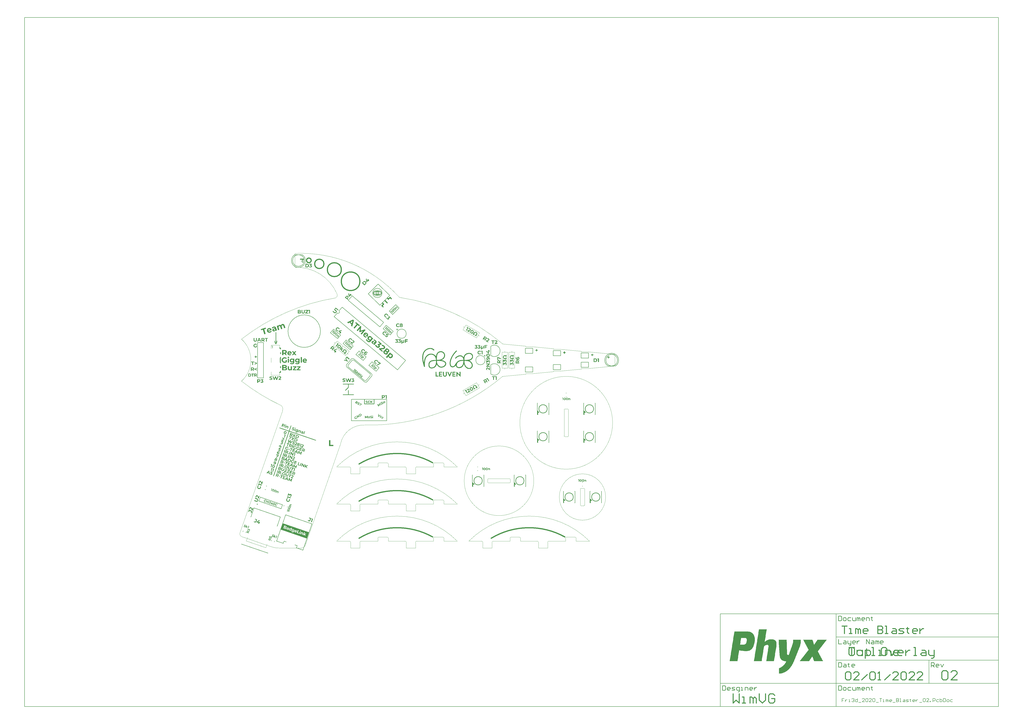
<source format=gto>
G04*
G04 #@! TF.GenerationSoftware,Altium Limited,Altium Designer,22.0.2 (36)*
G04*
G04 Layer_Color=65535*
%FSLAX25Y25*%
%MOIN*%
G70*
G04*
G04 #@! TF.SameCoordinates,9300CD48-3008-460F-951F-6CAC255EBD8A*
G04*
G04*
G04 #@! TF.FilePolarity,Positive*
G04*
G01*
G75*
%ADD10C,0.00787*%
%ADD11C,0.00984*%
%ADD12C,0.00591*%
%ADD13C,0.01968*%
%ADD14C,0.00394*%
%ADD15C,0.01181*%
%ADD16C,0.01000*%
%ADD17C,0.01575*%
G04:AMPARAMS|DCode=18|XSize=19.68mil|YSize=5.91mil|CornerRadius=0mil|HoleSize=0mil|Usage=FLASHONLY|Rotation=71.000|XOffset=0mil|YOffset=0mil|HoleType=Round|Shape=Rectangle|*
%AMROTATEDRECTD18*
4,1,4,-0.00041,-0.01027,-0.00600,-0.00835,0.00041,0.01027,0.00600,0.00835,-0.00041,-0.01027,0.0*
%
%ADD18ROTATEDRECTD18*%

%ADD19C,0.00197*%
G36*
X130911Y481461D02*
X129563Y479921D01*
X129574D01*
X129595Y479916D01*
X129639Y479905D01*
X129694Y479894D01*
X129759Y479878D01*
X129836Y479856D01*
X129918Y479834D01*
X130010Y479801D01*
X130103Y479763D01*
X130202Y479725D01*
X130300Y479676D01*
X130404Y479621D01*
X130502Y479561D01*
X130595Y479496D01*
X130682Y479419D01*
X130764Y479337D01*
X130769Y479332D01*
X130780Y479315D01*
X130802Y479288D01*
X130830Y479255D01*
X130862Y479212D01*
X130895Y479157D01*
X130933Y479097D01*
X130977Y479026D01*
X131015Y478944D01*
X131053Y478862D01*
X131086Y478769D01*
X131119Y478666D01*
X131146Y478562D01*
X131168Y478447D01*
X131179Y478333D01*
X131184Y478207D01*
Y478202D01*
Y478185D01*
Y478158D01*
X131179Y478120D01*
Y478071D01*
X131168Y478016D01*
X131163Y477956D01*
X131152Y477890D01*
X131119Y477743D01*
X131070Y477579D01*
X131037Y477492D01*
X131004Y477410D01*
X130961Y477322D01*
X130911Y477241D01*
X130906Y477235D01*
X130901Y477224D01*
X130884Y477197D01*
X130862Y477170D01*
X130830Y477131D01*
X130797Y477088D01*
X130753Y477039D01*
X130704Y476990D01*
X130649Y476935D01*
X130589Y476880D01*
X130518Y476820D01*
X130442Y476760D01*
X130360Y476706D01*
X130273Y476646D01*
X130180Y476591D01*
X130076Y476542D01*
X130070Y476536D01*
X130049Y476531D01*
X130021Y476520D01*
X129978Y476504D01*
X129923Y476482D01*
X129858Y476460D01*
X129781Y476438D01*
X129694Y476411D01*
X129601Y476389D01*
X129497Y476362D01*
X129383Y476340D01*
X129262Y476323D01*
X129137Y476301D01*
X129000Y476291D01*
X128853Y476285D01*
X128706Y476280D01*
X128646D01*
X128596Y476285D01*
X128542D01*
X128471Y476291D01*
X128394Y476296D01*
X128312Y476301D01*
X128220Y476307D01*
X128121Y476318D01*
X127914Y476351D01*
X127690Y476389D01*
X127461Y476443D01*
X127455D01*
X127433Y476449D01*
X127401Y476460D01*
X127357Y476476D01*
X127308Y476493D01*
X127248Y476509D01*
X127177Y476536D01*
X127100Y476564D01*
X126942Y476629D01*
X126767Y476711D01*
X126593Y476804D01*
X126429Y476913D01*
X126964Y477972D01*
X126969Y477967D01*
X126980Y477961D01*
X126997Y477950D01*
X127024Y477929D01*
X127057Y477907D01*
X127095Y477885D01*
X127138Y477858D01*
X127188Y477825D01*
X127302Y477765D01*
X127439Y477694D01*
X127586Y477634D01*
X127750Y477574D01*
X127755D01*
X127772Y477568D01*
X127794Y477563D01*
X127826Y477552D01*
X127870Y477541D01*
X127919Y477530D01*
X127974Y477519D01*
X128034Y477508D01*
X128105Y477492D01*
X128176Y477481D01*
X128329Y477459D01*
X128498Y477443D01*
X128673Y477437D01*
X128722D01*
X128760Y477443D01*
X128804D01*
X128853Y477448D01*
X128908Y477454D01*
X128968Y477464D01*
X129099Y477486D01*
X129235Y477519D01*
X129372Y477568D01*
X129492Y477634D01*
X129497D01*
X129503Y477645D01*
X129541Y477672D01*
X129585Y477716D01*
X129645Y477781D01*
X129699Y477863D01*
X129743Y477961D01*
X129781Y478076D01*
X129787Y478141D01*
X129792Y478207D01*
Y478218D01*
Y478240D01*
X129787Y478273D01*
X129776Y478322D01*
X129759Y478376D01*
X129732Y478436D01*
X129699Y478507D01*
X129650Y478573D01*
X129595Y478644D01*
X129519Y478709D01*
X129426Y478769D01*
X129323Y478824D01*
X129192Y478873D01*
X129121Y478890D01*
X129044Y478906D01*
X128957Y478922D01*
X128869Y478933D01*
X128777Y478939D01*
X128039D01*
Y479856D01*
X129268Y481248D01*
X126724D01*
Y482362D01*
X130911D01*
Y481461D01*
D02*
G37*
G36*
X122956Y482357D02*
X123044Y482351D01*
X123142Y482340D01*
X123251Y482329D01*
X123377Y482313D01*
X123508Y482297D01*
X123644Y482269D01*
X123786Y482242D01*
X123933Y482204D01*
X124081Y482160D01*
X124228Y482111D01*
X124376Y482051D01*
X124518Y481985D01*
X124529Y481980D01*
X124550Y481969D01*
X124589Y481947D01*
X124643Y481914D01*
X124703Y481876D01*
X124774Y481833D01*
X124856Y481778D01*
X124944Y481718D01*
X125036Y481647D01*
X125129Y481565D01*
X125227Y481483D01*
X125326Y481385D01*
X125419Y481286D01*
X125511Y481177D01*
X125599Y481063D01*
X125681Y480937D01*
X125686Y480932D01*
X125697Y480904D01*
X125719Y480871D01*
X125746Y480817D01*
X125779Y480751D01*
X125812Y480675D01*
X125850Y480588D01*
X125888Y480489D01*
X125926Y480380D01*
X125965Y480260D01*
X125997Y480129D01*
X126030Y479992D01*
X126057Y479845D01*
X126079Y479692D01*
X126090Y479534D01*
X126096Y479370D01*
Y479359D01*
Y479332D01*
Y479283D01*
X126090Y479217D01*
X126085Y479141D01*
X126074Y479048D01*
X126063Y478950D01*
X126047Y478835D01*
X126025Y478715D01*
X125992Y478589D01*
X125959Y478458D01*
X125921Y478327D01*
X125872Y478191D01*
X125817Y478054D01*
X125752Y477923D01*
X125681Y477792D01*
X125675Y477787D01*
X125659Y477765D01*
X125637Y477727D01*
X125604Y477683D01*
X125561Y477623D01*
X125511Y477563D01*
X125451Y477486D01*
X125380Y477410D01*
X125304Y477328D01*
X125217Y477241D01*
X125118Y477153D01*
X125015Y477071D01*
X124905Y476984D01*
X124785Y476902D01*
X124654Y476820D01*
X124518Y476749D01*
X124507Y476744D01*
X124485Y476733D01*
X124441Y476717D01*
X124387Y476689D01*
X124316Y476662D01*
X124228Y476635D01*
X124130Y476596D01*
X124021Y476564D01*
X123901Y476531D01*
X123770Y476498D01*
X123628Y476465D01*
X123475Y476438D01*
X123317Y476411D01*
X123147Y476394D01*
X122973Y476383D01*
X122792Y476378D01*
X120073D01*
Y482362D01*
X122885D01*
X122956Y482357D01*
D02*
G37*
G36*
X224642Y453402D02*
X225777Y454537D01*
X224982Y455333D01*
X225908Y456259D01*
X226704Y455464D01*
X227391Y456151D01*
X228186Y455356D01*
X227499Y454669D01*
X228387Y453781D01*
X227430Y452823D01*
X226542Y453711D01*
X224264Y451433D01*
X223607Y452090D01*
X222916Y456773D01*
X223943Y457800D01*
X224642Y453402D01*
D02*
G37*
G36*
X220777Y453113D02*
X220920Y453101D01*
X221063Y453082D01*
X221210Y453051D01*
X221218D01*
X221245Y453040D01*
X221283Y453032D01*
X221341Y453013D01*
X221411Y452989D01*
X221488Y452958D01*
X221577Y452924D01*
X221673Y452881D01*
X221777Y452831D01*
X221889Y452773D01*
X222005Y452704D01*
X222125Y452630D01*
X222248Y452545D01*
X222372Y452453D01*
X222492Y452348D01*
X222611Y452237D01*
X222619Y452229D01*
X222638Y452209D01*
X222673Y452175D01*
X222716Y452125D01*
X222766Y452067D01*
X222824Y451993D01*
X222885Y451916D01*
X222955Y451823D01*
X223024Y451723D01*
X223090Y451611D01*
X223160Y451495D01*
X223225Y451375D01*
X223287Y451244D01*
X223345Y451109D01*
X223391Y450970D01*
X223434Y450827D01*
Y450819D01*
X223438Y450793D01*
X223449Y450750D01*
X223457Y450696D01*
X223468Y450623D01*
X223476Y450545D01*
X223488Y450449D01*
X223492Y450345D01*
X223495Y450233D01*
Y450109D01*
X223488Y449978D01*
X223472Y449847D01*
X223457Y449708D01*
X223430Y449565D01*
X223395Y449414D01*
X223349Y449267D01*
X223345Y449256D01*
X223337Y449233D01*
X223318Y449190D01*
X223299Y449132D01*
X223268Y449063D01*
X223225Y448982D01*
X223183Y448885D01*
X223129Y448785D01*
X223067Y448677D01*
X222997Y448561D01*
X222920Y448437D01*
X222831Y448310D01*
X222739Y448179D01*
X222631Y448047D01*
X222515Y447916D01*
X222391Y447785D01*
X220469Y445862D01*
X216237Y450094D01*
X218226Y452082D01*
X218280Y452128D01*
X218345Y452186D01*
X218422Y452248D01*
X218507Y452317D01*
X218608Y452395D01*
X218712Y452476D01*
X218828Y452553D01*
X218947Y452634D01*
X219079Y452711D01*
X219214Y452785D01*
X219353Y452854D01*
X219499Y452916D01*
X219646Y452970D01*
X219658Y452974D01*
X219681Y452982D01*
X219723Y452993D01*
X219785Y453009D01*
X219855Y453024D01*
X219936Y453043D01*
X220032Y453063D01*
X220136Y453082D01*
X220252Y453097D01*
X220376Y453105D01*
X220503Y453117D01*
X220642D01*
X220777Y453113D01*
D02*
G37*
G36*
X194907Y428512D02*
X195939Y429741D01*
X195077Y430465D01*
X195919Y431468D01*
X196781Y430745D01*
X197406Y431490D01*
X198267Y430767D01*
X197642Y430022D01*
X198604Y429215D01*
X197734Y428178D01*
X196772Y428985D01*
X194701Y426517D01*
X193990Y427114D01*
X192894Y431719D01*
X193827Y432832D01*
X194907Y428512D01*
D02*
G37*
G36*
X191152Y428191D02*
X191258Y428181D01*
X191265Y428182D01*
X191285Y428180D01*
X191313Y428170D01*
X191356Y428162D01*
X191404Y428151D01*
X191467Y428133D01*
X191534Y428120D01*
X191611Y428092D01*
X191687Y428063D01*
X191779Y428029D01*
X191867Y427990D01*
X191961Y427940D01*
X192054Y427890D01*
X192153Y427829D01*
X192244Y427760D01*
X192344Y427683D01*
X192348Y427679D01*
X192365Y427666D01*
X192394Y427641D01*
X192424Y427609D01*
X192466Y427566D01*
X192513Y427520D01*
X192565Y427462D01*
X192620Y427401D01*
X192677Y427332D01*
X192734Y427256D01*
X192787Y427175D01*
X192845Y427091D01*
X192896Y426999D01*
X192943Y426902D01*
X192987Y426801D01*
X193023Y426700D01*
X193024Y426692D01*
X193029Y426673D01*
X193039Y426643D01*
X193047Y426601D01*
X193055Y426552D01*
X193068Y426491D01*
X193078Y426418D01*
X193089Y426345D01*
X193096Y426261D01*
X193096Y426168D01*
X193101Y426071D01*
X193094Y425970D01*
X193084Y425864D01*
X193071Y425755D01*
X193053Y425641D01*
X193021Y425526D01*
X193017Y425521D01*
X193012Y425497D01*
X192999Y425465D01*
X192983Y425421D01*
X192965Y425365D01*
X192936Y425297D01*
X192904Y425224D01*
X192864Y425144D01*
X192826Y425055D01*
X192772Y424957D01*
X192715Y424855D01*
X192655Y424749D01*
X192587Y424643D01*
X192507Y424531D01*
X192420Y424419D01*
X192330Y424302D01*
X191554Y423378D01*
X192817Y422318D01*
X191926Y421256D01*
X187341Y425102D01*
X189058Y427147D01*
X189101Y427190D01*
X189143Y427240D01*
X189204Y427296D01*
X189264Y427359D01*
X189336Y427428D01*
X189418Y427501D01*
X189501Y427574D01*
X189686Y427718D01*
X189784Y427792D01*
X189887Y427856D01*
X189994Y427923D01*
X190101Y427975D01*
X190109Y427976D01*
X190127Y427989D01*
X190157Y427999D01*
X190202Y428019D01*
X190255Y428039D01*
X190315Y428060D01*
X190383Y428081D01*
X190462Y428108D01*
X190545Y428130D01*
X190637Y428146D01*
X190732Y428166D01*
X190831Y428182D01*
X190936Y428188D01*
X191040Y428193D01*
X191152Y428191D01*
D02*
G37*
G36*
X274694Y409663D02*
X274730Y409658D01*
X274774Y409655D01*
X274826Y409645D01*
X274885Y409627D01*
X274952Y409611D01*
X275024Y409586D01*
X275096Y409555D01*
X275178Y409519D01*
X275261Y409472D01*
X275348Y409416D01*
X275436Y409354D01*
X275523Y409282D01*
X275613Y409197D01*
X276854Y407956D01*
X276223Y407326D01*
X275080Y408468D01*
X275078Y408471D01*
X275070Y408479D01*
X275055Y408494D01*
X275037Y408507D01*
X275013Y408530D01*
X274988Y408551D01*
X274954Y408574D01*
X274923Y408600D01*
X274846Y408646D01*
X274761Y408690D01*
X274674Y408726D01*
X274630Y408734D01*
X274584Y408739D01*
X274581Y408741D01*
X274573Y408739D01*
X274542D01*
X274496Y408734D01*
X274437Y408721D01*
X274367Y408698D01*
X274293Y408664D01*
X274211Y408613D01*
X274172Y408579D01*
X274131Y408543D01*
X274108Y408520D01*
X274095Y408502D01*
X274077Y408479D01*
X274056Y408453D01*
X274036Y408422D01*
X274012Y408389D01*
X273969Y408309D01*
X273948Y408268D01*
X273930Y408219D01*
X273917Y408170D01*
X273904Y408121D01*
X273899Y408070D01*
X273897Y408015D01*
Y408010D01*
X273899Y408003D01*
Y407987D01*
X273904Y407967D01*
X273909Y407941D01*
X273915Y407910D01*
X273925Y407874D01*
X273938Y407835D01*
X273953Y407794D01*
X273974Y407748D01*
X273997Y407704D01*
X274025Y407650D01*
X274059Y407601D01*
X274097Y407547D01*
X274144Y407495D01*
X274195Y407439D01*
X275266Y406368D01*
X274635Y405738D01*
X272468Y407905D01*
X273070Y408507D01*
X273325Y408252D01*
Y408257D01*
Y408262D01*
Y408278D01*
Y408299D01*
Y408350D01*
X273330Y408417D01*
X273341Y408494D01*
X273359Y408584D01*
X273384Y408677D01*
X273420Y408775D01*
X273423Y408777D01*
X273426Y408785D01*
X273431Y408801D01*
X273441Y408821D01*
X273451Y408842D01*
X273467Y408867D01*
X273485Y408901D01*
X273503Y408934D01*
X273526Y408968D01*
X273549Y409006D01*
X273606Y409089D01*
X273675Y409174D01*
X273752Y409256D01*
X273770Y409274D01*
X273794Y409292D01*
X273822Y409320D01*
X273861Y409349D01*
X273907Y409385D01*
X273958Y409421D01*
X274018Y409459D01*
X274079Y409495D01*
X274149Y409534D01*
X274223Y409567D01*
X274301Y409598D01*
X274380Y409627D01*
X274468Y409647D01*
X274553Y409660D01*
X274645Y409665D01*
X274666D01*
X274694Y409663D01*
D02*
G37*
G36*
X271330Y407426D02*
X271408Y407421D01*
X271487Y407413D01*
X271570Y407398D01*
X271660Y407380D01*
X271747Y407354D01*
X271837Y407326D01*
X271843D01*
X271861Y407318D01*
X271886Y407308D01*
X271920Y407290D01*
X271964Y407272D01*
X272012Y407248D01*
X272069Y407218D01*
X272136Y407182D01*
X272205Y407143D01*
X272277Y407097D01*
X272355Y407045D01*
X272437Y406988D01*
X272517Y406924D01*
X272602Y406855D01*
X272687Y406780D01*
X272774Y406698D01*
X272779Y406693D01*
X272795Y406677D01*
X272818Y406654D01*
X272849Y406618D01*
X272885Y406577D01*
X272929Y406528D01*
X272975Y406471D01*
X273024Y406412D01*
X273075Y406340D01*
X273127Y406268D01*
X273183Y406191D01*
X273232Y406111D01*
X273281Y406026D01*
X273328Y405938D01*
X273369Y405851D01*
X273405Y405758D01*
Y405753D01*
X273413Y405735D01*
X273420Y405712D01*
X273431Y405676D01*
X273444Y405632D01*
X273454Y405581D01*
X273469Y405524D01*
X273480Y405462D01*
X273490Y405390D01*
X273500Y405318D01*
X273505Y405241D01*
X273508Y405161D01*
Y405079D01*
X273503Y404996D01*
X273495Y404911D01*
X273477Y404826D01*
Y404821D01*
X273472Y404806D01*
X273464Y404783D01*
X273454Y404752D01*
X273441Y404713D01*
X273426Y404667D01*
X273405Y404615D01*
X273382Y404561D01*
X273353Y404502D01*
X273320Y404438D01*
X273284Y404371D01*
X273243Y404304D01*
X273194Y404234D01*
X273142Y404168D01*
X273083Y404098D01*
X273021Y404031D01*
X272988Y403998D01*
X272960Y403974D01*
X272926Y403946D01*
X272885Y403915D01*
X272841Y403882D01*
X272792Y403843D01*
X272733Y403805D01*
X272674Y403766D01*
X272610Y403727D01*
X272537Y403691D01*
X272465Y403655D01*
X272388Y403624D01*
X272308Y403596D01*
X272226Y403576D01*
X272221D01*
X272205Y403570D01*
X272182Y403568D01*
X272149Y403565D01*
X272110Y403557D01*
X272059Y403552D01*
X272005Y403550D01*
X271943D01*
X271873Y403547D01*
X271804Y403550D01*
X271727Y403555D01*
X271644Y403565D01*
X271562Y403581D01*
X271475Y403596D01*
X271387Y403622D01*
X271297Y403650D01*
X271289Y403653D01*
X271274Y403658D01*
X271248Y403668D01*
X271215Y403686D01*
X271171Y403704D01*
X271119Y403730D01*
X271063Y403761D01*
X270998Y403794D01*
X270929Y403833D01*
X270854Y403882D01*
X270777Y403933D01*
X270695Y403990D01*
X270615Y404054D01*
X270530Y404124D01*
X270445Y404198D01*
X270357Y404281D01*
X270355Y404283D01*
X270352Y404286D01*
X270337Y404301D01*
X270314Y404324D01*
X270283Y404360D01*
X270247Y404402D01*
X270203Y404451D01*
X270157Y404507D01*
X270110Y404569D01*
X270056Y404638D01*
X270005Y404711D01*
X269953Y404788D01*
X269899Y404868D01*
X269850Y404952D01*
X269804Y405040D01*
X269763Y405128D01*
X269729Y405218D01*
Y405223D01*
X269722Y405241D01*
X269714Y405264D01*
X269704Y405300D01*
X269691Y405344D01*
X269681Y405395D01*
X269665Y405452D01*
X269655Y405514D01*
X269642Y405583D01*
X269634Y405658D01*
X269629Y405735D01*
X269624Y405812D01*
Y405895D01*
X269629Y405977D01*
X269639Y406064D01*
X269655Y406147D01*
Y406152D01*
X269660Y406167D01*
X269668Y406191D01*
X269675Y406224D01*
X269688Y406263D01*
X269706Y406306D01*
X269727Y406358D01*
X269750Y406417D01*
X269778Y406476D01*
X269809Y406538D01*
X269848Y406602D01*
X269889Y406674D01*
X269935Y406741D01*
X269989Y406811D01*
X270046Y406878D01*
X270108Y406945D01*
X270141Y406978D01*
X270169Y407001D01*
X270203Y407030D01*
X270244Y407060D01*
X270290Y407097D01*
X270339Y407135D01*
X270396Y407171D01*
X270458Y407212D01*
X270525Y407248D01*
X270592Y407284D01*
X270666Y407318D01*
X270743Y407349D01*
X270823Y407377D01*
X270906Y407398D01*
X270911D01*
X270926Y407403D01*
X270949Y407405D01*
X270983Y407413D01*
X271024Y407418D01*
X271073Y407421D01*
X271130Y407426D01*
X271189Y407429D01*
X271256D01*
X271330Y407426D01*
D02*
G37*
G36*
X176301Y404313D02*
X175413Y403255D01*
X171682Y406386D01*
X170910Y405465D01*
X170056Y406181D01*
X171717Y408160D01*
X176301Y404313D01*
D02*
G37*
G36*
X268594Y404690D02*
X268671Y404685D01*
X268751Y404677D01*
X268834Y404662D01*
X268924Y404644D01*
X269011Y404618D01*
X269101Y404590D01*
X269107D01*
X269125Y404582D01*
X269150Y404572D01*
X269184Y404554D01*
X269228Y404536D01*
X269276Y404512D01*
X269333Y404482D01*
X269400Y404446D01*
X269469Y404407D01*
X269542Y404360D01*
X269619Y404309D01*
X269701Y404252D01*
X269781Y404188D01*
X269866Y404119D01*
X269951Y404044D01*
X270038Y403962D01*
X270043Y403956D01*
X270059Y403941D01*
X270082Y403918D01*
X270113Y403882D01*
X270149Y403841D01*
X270193Y403792D01*
X270239Y403735D01*
X270288Y403676D01*
X270339Y403604D01*
X270391Y403532D01*
X270447Y403454D01*
X270496Y403375D01*
X270545Y403290D01*
X270592Y403202D01*
X270633Y403115D01*
X270669Y403022D01*
Y403017D01*
X270677Y402999D01*
X270684Y402976D01*
X270695Y402940D01*
X270708Y402896D01*
X270718Y402844D01*
X270733Y402788D01*
X270743Y402726D01*
X270754Y402654D01*
X270764Y402582D01*
X270769Y402505D01*
X270772Y402425D01*
Y402343D01*
X270767Y402260D01*
X270759Y402175D01*
X270741Y402090D01*
Y402085D01*
X270736Y402070D01*
X270728Y402047D01*
X270718Y402016D01*
X270705Y401977D01*
X270689Y401931D01*
X270669Y401879D01*
X270646Y401825D01*
X270617Y401766D01*
X270584Y401702D01*
X270548Y401635D01*
X270507Y401568D01*
X270458Y401498D01*
X270406Y401432D01*
X270347Y401362D01*
X270285Y401295D01*
X270252Y401262D01*
X270224Y401238D01*
X270190Y401210D01*
X270149Y401179D01*
X270105Y401146D01*
X270056Y401107D01*
X269997Y401069D01*
X269938Y401030D01*
X269873Y400991D01*
X269801Y400955D01*
X269729Y400919D01*
X269652Y400888D01*
X269572Y400860D01*
X269490Y400840D01*
X269485D01*
X269469Y400834D01*
X269446Y400832D01*
X269413Y400829D01*
X269374Y400821D01*
X269323Y400816D01*
X269269Y400814D01*
X269207D01*
X269137Y400811D01*
X269068Y400814D01*
X268991Y400819D01*
X268908Y400829D01*
X268826Y400845D01*
X268739Y400860D01*
X268651Y400886D01*
X268561Y400914D01*
X268553Y400917D01*
X268538Y400922D01*
X268512Y400932D01*
X268478Y400950D01*
X268435Y400968D01*
X268383Y400994D01*
X268327Y401025D01*
X268262Y401058D01*
X268193Y401097D01*
X268118Y401146D01*
X268041Y401197D01*
X267959Y401254D01*
X267879Y401318D01*
X267794Y401388D01*
X267709Y401462D01*
X267621Y401545D01*
X267619Y401547D01*
X267616Y401550D01*
X267601Y401565D01*
X267578Y401588D01*
X267547Y401624D01*
X267511Y401666D01*
X267467Y401715D01*
X267421Y401771D01*
X267374Y401833D01*
X267320Y401902D01*
X267269Y401975D01*
X267217Y402052D01*
X267163Y402132D01*
X267114Y402216D01*
X267068Y402304D01*
X267027Y402391D01*
X266993Y402482D01*
Y402487D01*
X266986Y402505D01*
X266978Y402528D01*
X266968Y402564D01*
X266955Y402608D01*
X266945Y402659D01*
X266929Y402716D01*
X266919Y402778D01*
X266906Y402847D01*
X266898Y402922D01*
X266893Y402999D01*
X266888Y403076D01*
Y403159D01*
X266893Y403241D01*
X266903Y403328D01*
X266919Y403411D01*
Y403416D01*
X266924Y403431D01*
X266932Y403454D01*
X266939Y403488D01*
X266952Y403527D01*
X266970Y403570D01*
X266991Y403622D01*
X267014Y403681D01*
X267042Y403740D01*
X267073Y403802D01*
X267112Y403866D01*
X267153Y403938D01*
X267199Y404005D01*
X267253Y404075D01*
X267310Y404142D01*
X267372Y404209D01*
X267405Y404242D01*
X267434Y404265D01*
X267467Y404294D01*
X267508Y404324D01*
X267554Y404360D01*
X267603Y404399D01*
X267660Y404435D01*
X267722Y404476D01*
X267789Y404512D01*
X267856Y404548D01*
X267930Y404582D01*
X268007Y404613D01*
X268087Y404641D01*
X268170Y404662D01*
X268175D01*
X268190Y404667D01*
X268213Y404669D01*
X268247Y404677D01*
X268288Y404682D01*
X268337Y404685D01*
X268394Y404690D01*
X268453Y404693D01*
X268520D01*
X268594Y404690D01*
D02*
G37*
G36*
X172165Y403479D02*
X172169Y403475D01*
X172177Y403468D01*
X172190Y403457D01*
X172211Y403440D01*
X172232Y403422D01*
X172258Y403394D01*
X172291Y403366D01*
X172325Y403330D01*
X172402Y403251D01*
X172487Y403158D01*
X172582Y403050D01*
X172682Y402931D01*
X172778Y402800D01*
X172872Y402657D01*
X172963Y402502D01*
X173051Y402343D01*
X173124Y402175D01*
X173186Y401995D01*
X173229Y401816D01*
X173257Y401629D01*
X173258Y401621D01*
X173261Y401582D01*
X173258Y401528D01*
X173256Y401458D01*
X173252Y401369D01*
X173239Y401259D01*
X173218Y401141D01*
X173191Y401007D01*
X173157Y400864D01*
X173109Y400705D01*
X173050Y400541D01*
X172979Y400372D01*
X172890Y400197D01*
X172782Y400017D01*
X172662Y399833D01*
X172515Y399649D01*
X172480Y399607D01*
X172455Y399586D01*
X172406Y399527D01*
X172370Y399493D01*
X172295Y399421D01*
X172202Y399335D01*
X172094Y399240D01*
X171978Y399145D01*
X171847Y399048D01*
X171704Y398954D01*
X171557Y398864D01*
X171398Y398776D01*
X171230Y398704D01*
X171057Y398642D01*
X170879Y398599D01*
X170691Y398571D01*
X170679Y398574D01*
X170645Y398567D01*
X170591Y398570D01*
X170521Y398572D01*
X170427Y398579D01*
X170322Y398589D01*
X170200Y398606D01*
X170066Y398633D01*
X169916Y398666D01*
X169756Y398714D01*
X169592Y398773D01*
X169423Y398851D01*
X169241Y398940D01*
X169056Y399052D01*
X168871Y399179D01*
X168680Y399325D01*
X166112Y401480D01*
X167003Y402542D01*
X169534Y400419D01*
X169538Y400416D01*
X169546Y400409D01*
X169563Y400395D01*
X169591Y400378D01*
X169617Y400357D01*
X169654Y400333D01*
X169695Y400305D01*
X169740Y400275D01*
X169843Y400210D01*
X169968Y400147D01*
X170106Y400082D01*
X170257Y400033D01*
X170412Y399988D01*
X170585Y399965D01*
X170756Y399956D01*
X170844Y399968D01*
X170932Y399980D01*
X171020Y399999D01*
X171110Y400030D01*
X171200Y400069D01*
X171281Y400115D01*
X171373Y400173D01*
X171456Y400239D01*
X171538Y400319D01*
X171620Y400408D01*
X171658Y400454D01*
X171686Y400495D01*
X171717Y400540D01*
X171747Y400594D01*
X171784Y400655D01*
X171817Y400720D01*
X171853Y400797D01*
X171889Y400873D01*
X171916Y400957D01*
X171940Y401044D01*
X171956Y401131D01*
X171963Y401225D01*
X171966Y401322D01*
X171958Y401414D01*
X171957Y401422D01*
X171956Y401437D01*
X171946Y401467D01*
X171934Y401505D01*
X171923Y401551D01*
X171898Y401607D01*
X171873Y401670D01*
X171840Y401741D01*
X171799Y401811D01*
X171749Y401896D01*
X171691Y401980D01*
X171625Y402071D01*
X171547Y402165D01*
X171458Y402262D01*
X171360Y402358D01*
X171246Y402460D01*
X168716Y404584D01*
X169597Y405633D01*
X172165Y403479D01*
D02*
G37*
G36*
X118995Y400663D02*
Y400658D01*
Y400647D01*
Y400631D01*
Y400603D01*
Y400576D01*
X118989Y400538D01*
Y400494D01*
X118984Y400445D01*
X118973Y400336D01*
X118957Y400210D01*
X118935Y400068D01*
X118907Y399915D01*
X118869Y399757D01*
X118820Y399593D01*
X118760Y399424D01*
X118695Y399254D01*
X118613Y399091D01*
X118514Y398927D01*
X118405Y398780D01*
X118280Y398638D01*
X118274Y398632D01*
X118247Y398605D01*
X118203Y398572D01*
X118149Y398528D01*
X118078Y398474D01*
X117985Y398414D01*
X117881Y398354D01*
X117761Y398288D01*
X117630Y398223D01*
X117477Y398157D01*
X117313Y398097D01*
X117139Y398042D01*
X116947Y397999D01*
X116740Y397966D01*
X116522Y397939D01*
X116287Y397933D01*
X116232D01*
X116199Y397939D01*
X116123D01*
X116074Y397944D01*
X115970Y397955D01*
X115845Y397971D01*
X115702Y397993D01*
X115555Y398021D01*
X115397Y398059D01*
X115233Y398108D01*
X115069Y398163D01*
X114900Y398228D01*
X114736Y398310D01*
X114578Y398403D01*
X114430Y398512D01*
X114288Y398638D01*
X114283Y398649D01*
X114256Y398670D01*
X114223Y398714D01*
X114179Y398769D01*
X114125Y398845D01*
X114065Y398932D01*
X113999Y399036D01*
X113933Y399156D01*
X113863Y399293D01*
X113797Y399446D01*
X113737Y399609D01*
X113688Y399790D01*
X113639Y399986D01*
X113606Y400199D01*
X113584Y400423D01*
X113573Y400663D01*
Y404016D01*
X114960D01*
Y400712D01*
Y400707D01*
Y400696D01*
Y400674D01*
X114965Y400641D01*
Y400609D01*
X114971Y400565D01*
X114976Y400516D01*
X114982Y400461D01*
X114998Y400341D01*
X115031Y400205D01*
X115069Y400057D01*
X115129Y399910D01*
X115195Y399762D01*
X115287Y399615D01*
X115391Y399478D01*
X115457Y399418D01*
X115522Y399358D01*
X115593Y399304D01*
X115675Y399254D01*
X115763Y399211D01*
X115850Y399178D01*
X115954Y399145D01*
X116057Y399124D01*
X116172Y399113D01*
X116292Y399107D01*
X116352D01*
X116401Y399113D01*
X116456Y399118D01*
X116516Y399129D01*
X116587Y399140D01*
X116658Y399156D01*
X116740Y399178D01*
X116822Y399200D01*
X116904Y399233D01*
X116986Y399271D01*
X117062Y399315D01*
X117139Y399369D01*
X117215Y399429D01*
X117280Y399495D01*
X117286Y399500D01*
X117297Y399511D01*
X117313Y399538D01*
X117335Y399571D01*
X117362Y399609D01*
X117390Y399664D01*
X117422Y399724D01*
X117455Y399795D01*
X117482Y399871D01*
X117515Y399964D01*
X117543Y400063D01*
X117570Y400172D01*
X117592Y400292D01*
X117608Y400423D01*
X117619Y400560D01*
X117624Y400712D01*
Y404016D01*
X118995D01*
Y400663D01*
D02*
G37*
G36*
X268538Y399640D02*
X267886Y398989D01*
X265591Y401285D01*
X265024Y400718D01*
X264499Y401244D01*
X265717Y402461D01*
X268538Y399640D01*
D02*
G37*
G36*
X128031Y398031D02*
X126650D01*
Y402902D01*
X125449D01*
Y404016D01*
X128031D01*
Y398031D01*
D02*
G37*
G36*
X125083Y403115D02*
X121807Y399156D01*
X125208D01*
Y398031D01*
X119978D01*
Y398927D01*
X123259Y402885D01*
X120049D01*
Y404016D01*
X125083D01*
Y403115D01*
D02*
G37*
G36*
X110188Y404010D02*
X110281Y404005D01*
X110384Y403994D01*
X110505Y403983D01*
X110630Y403961D01*
X110761Y403939D01*
X110903Y403912D01*
X111040Y403879D01*
X111182Y403841D01*
X111318Y403792D01*
X111449Y403732D01*
X111575Y403672D01*
X111689Y403595D01*
X111695Y403590D01*
X111717Y403573D01*
X111744Y403552D01*
X111782Y403519D01*
X111826Y403475D01*
X111875Y403426D01*
X111930Y403366D01*
X111984Y403295D01*
X112039Y403219D01*
X112088Y403131D01*
X112137Y403038D01*
X112181Y402940D01*
X112219Y402831D01*
X112246Y402716D01*
X112268Y402591D01*
X112274Y402460D01*
Y402454D01*
Y402438D01*
Y402416D01*
X112268Y402389D01*
Y402350D01*
X112263Y402301D01*
X112257Y402252D01*
X112246Y402198D01*
X112224Y402077D01*
X112186Y401946D01*
X112132Y401810D01*
X112061Y401679D01*
Y401673D01*
X112050Y401662D01*
X112039Y401646D01*
X112022Y401624D01*
X111973Y401564D01*
X111908Y401488D01*
X111826Y401400D01*
X111728Y401313D01*
X111608Y401226D01*
X111476Y401144D01*
X111482D01*
X111498Y401138D01*
X111526Y401127D01*
X111564Y401111D01*
X111602Y401095D01*
X111657Y401073D01*
X111711Y401045D01*
X111771Y401013D01*
X111897Y400936D01*
X112033Y400843D01*
X112159Y400729D01*
X112279Y400598D01*
X112285Y400592D01*
X112290Y400581D01*
X112306Y400560D01*
X112323Y400532D01*
X112350Y400494D01*
X112372Y400450D01*
X112399Y400396D01*
X112426Y400336D01*
X112454Y400276D01*
X112481Y400205D01*
X112508Y400123D01*
X112530Y400041D01*
X112563Y399861D01*
X112568Y399768D01*
X112574Y399664D01*
Y399653D01*
Y399631D01*
X112568Y399588D01*
X112563Y399533D01*
X112557Y399467D01*
X112541Y399391D01*
X112525Y399309D01*
X112497Y399216D01*
X112465Y399124D01*
X112426Y399025D01*
X112377Y398921D01*
X112317Y398823D01*
X112246Y398720D01*
X112164Y398627D01*
X112072Y398534D01*
X111962Y398452D01*
X111957Y398446D01*
X111935Y398435D01*
X111897Y398414D01*
X111848Y398386D01*
X111782Y398354D01*
X111706Y398321D01*
X111613Y398283D01*
X111509Y398244D01*
X111389Y398201D01*
X111258Y398163D01*
X111111Y398130D01*
X110952Y398097D01*
X110778Y398070D01*
X110592Y398048D01*
X110390Y398037D01*
X110177Y398031D01*
X107081D01*
Y404016D01*
X110111D01*
X110188Y404010D01*
D02*
G37*
G36*
X257230Y397704D02*
X257366Y397700D01*
X257505Y397693D01*
X257647Y397681D01*
X257794Y397658D01*
X257941Y397627D01*
X258091Y397585D01*
X258103Y397581D01*
X258126Y397573D01*
X258173Y397557D01*
X258227Y397534D01*
X258300Y397507D01*
X258381Y397473D01*
X258474Y397434D01*
X258578Y397384D01*
X258686Y397322D01*
X258802Y397260D01*
X258922Y397187D01*
X259049Y397106D01*
X259173Y397013D01*
X259300Y396917D01*
X259427Y396805D01*
X259551Y396689D01*
X259605Y396635D01*
X259640Y396592D01*
X259686Y396546D01*
X259736Y396480D01*
X259794Y396415D01*
X259856Y396338D01*
X259922Y396249D01*
X259987Y396160D01*
X260118Y395959D01*
X260184Y395847D01*
X260246Y395739D01*
X260300Y395623D01*
X260350Y395503D01*
Y395496D01*
X260362Y395477D01*
X260373Y395442D01*
X260389Y395395D01*
X260408Y395338D01*
X260427Y395264D01*
X260447Y395191D01*
X260466Y395102D01*
X260489Y395009D01*
X260508Y394905D01*
X260524Y394797D01*
X260535Y394685D01*
X260547Y394565D01*
X260551Y394446D01*
Y394322D01*
X260543Y394199D01*
X259335Y394249D01*
Y394256D01*
X259338Y394291D01*
Y394338D01*
X259335Y394403D01*
X259331Y394484D01*
X259323Y394577D01*
X259308Y394677D01*
X259288Y394789D01*
X259261Y394909D01*
X259227Y395036D01*
X259176Y395164D01*
X259122Y395295D01*
X259053Y395426D01*
X258972Y395561D01*
X258875Y395689D01*
X258763Y395809D01*
X258725Y395847D01*
X258694Y395870D01*
X258659Y395905D01*
X258617Y395940D01*
X258562Y395978D01*
X258505Y396021D01*
X258377Y396110D01*
X258227Y396199D01*
X258065Y396276D01*
X257976Y396310D01*
X257887Y396338D01*
X257883Y396341D01*
X257868D01*
X257837Y396349D01*
X257806Y396357D01*
X257759Y396364D01*
X257713Y396372D01*
X257590Y396388D01*
X257443Y396395D01*
X257281D01*
X257107Y396376D01*
X256929Y396338D01*
X256926Y396334D01*
X256906Y396330D01*
X256883Y396322D01*
X256848Y396310D01*
X256806Y396291D01*
X256756Y396272D01*
X256702Y396249D01*
X256640Y396218D01*
X256574Y396191D01*
X256505Y396152D01*
X256431Y396110D01*
X256358Y396059D01*
X256207Y395948D01*
X256134Y395882D01*
X256057Y395812D01*
X256053Y395809D01*
X256037Y395793D01*
X256018Y395774D01*
X255995Y395743D01*
X255960Y395708D01*
X255926Y395666D01*
X255887Y395612D01*
X255844Y395554D01*
X255756Y395426D01*
X255667Y395276D01*
X255590Y395114D01*
X255555Y395025D01*
X255528Y394936D01*
Y394928D01*
X255524Y394917D01*
X255516Y394886D01*
X255509Y394855D01*
X255501Y394809D01*
X255489Y394758D01*
X255474Y394635D01*
X255466Y394488D01*
X255470Y394330D01*
X255485Y394152D01*
X255524Y393975D01*
X255528Y393971D01*
X255532Y393952D01*
X255539Y393928D01*
X255551Y393894D01*
X255570Y393851D01*
X255590Y393801D01*
X255613Y393747D01*
X255644Y393685D01*
X255679Y393619D01*
X255717Y393550D01*
X255760Y393477D01*
X255810Y393403D01*
X255922Y393253D01*
X255987Y393179D01*
X256057Y393102D01*
X256084Y393075D01*
X256122Y393044D01*
X256173Y393002D01*
X256234Y392955D01*
X256308Y392905D01*
X256393Y392851D01*
X256489Y392793D01*
X256601Y392735D01*
X256721Y392685D01*
X256848Y392635D01*
X256987Y392596D01*
X257134Y392565D01*
X257288Y392542D01*
X257454Y392531D01*
X257624Y392538D01*
X257671Y391326D01*
X257663D01*
X257640D01*
X257605Y391322D01*
X257555Y391318D01*
X257493D01*
X257424D01*
X257343Y391322D01*
X257254Y391326D01*
X257161Y391334D01*
X257057Y391345D01*
X256949Y391361D01*
X256833Y391384D01*
X256717Y391407D01*
X256601Y391438D01*
X256478Y391477D01*
X256358Y391519D01*
X256350D01*
X256331Y391531D01*
X256296Y391550D01*
X256250Y391565D01*
X256196Y391596D01*
X256130Y391631D01*
X256053Y391670D01*
X255976Y391716D01*
X255883Y391770D01*
X255794Y391828D01*
X255690Y391894D01*
X255594Y391967D01*
X255489Y392048D01*
X255381Y392133D01*
X255277Y392230D01*
X255173Y392326D01*
X255146Y392353D01*
X255115Y392392D01*
X255068Y392438D01*
X255014Y392500D01*
X254957Y392573D01*
X254891Y392654D01*
X254821Y392747D01*
X254748Y392851D01*
X254675Y392963D01*
X254597Y393079D01*
X254524Y393206D01*
X254455Y393345D01*
X254389Y393480D01*
X254331Y393623D01*
X254281Y393774D01*
X254277Y393786D01*
X254269Y393809D01*
X254262Y393855D01*
X254246Y393909D01*
X254231Y393986D01*
X254215Y394071D01*
X254200Y394164D01*
X254184Y394272D01*
X254173Y394392D01*
X254165Y394515D01*
X254157Y394646D01*
Y394785D01*
X254169Y394928D01*
X254181Y395071D01*
X254204Y395226D01*
X254235Y395372D01*
X254238Y395384D01*
X254246Y395407D01*
X254258Y395449D01*
X254277Y395507D01*
X254300Y395577D01*
X254335Y395658D01*
X254374Y395751D01*
X254416Y395847D01*
X254466Y395959D01*
X254528Y396075D01*
X254597Y396191D01*
X254671Y396310D01*
X254756Y396434D01*
X254852Y396561D01*
X254957Y396681D01*
X255068Y396801D01*
X255076Y396809D01*
X255096Y396828D01*
X255134Y396859D01*
X255177Y396901D01*
X255238Y396955D01*
X255308Y397009D01*
X255389Y397075D01*
X255482Y397137D01*
X255582Y397206D01*
X255690Y397276D01*
X255806Y397345D01*
X255933Y397411D01*
X256061Y397476D01*
X256200Y397531D01*
X256343Y397588D01*
X256489Y397627D01*
X256501Y397631D01*
X256528Y397635D01*
X256570Y397646D01*
X256624Y397654D01*
X256698Y397666D01*
X256786Y397677D01*
X256883Y397689D01*
X256991Y397696D01*
X257107Y397704D01*
X257230D01*
D02*
G37*
G36*
X264547Y391554D02*
X263910Y390917D01*
X261867Y390782D01*
X261875Y390774D01*
X261887Y390755D01*
X261910Y390716D01*
X261941Y390670D01*
X261976Y390612D01*
X262014Y390542D01*
X262056Y390469D01*
X262099Y390380D01*
X262138Y390288D01*
X262180Y390191D01*
X262215Y390087D01*
X262250Y389975D01*
X262277Y389863D01*
X262296Y389751D01*
X262304Y389635D01*
Y389519D01*
Y389512D01*
X262300Y389492D01*
X262296Y389458D01*
X262292Y389415D01*
X262284Y389361D01*
X262269Y389299D01*
X262253Y389230D01*
X262234Y389149D01*
X262203Y389064D01*
X262172Y388979D01*
X262130Y388890D01*
X262080Y388793D01*
X262026Y388701D01*
X261960Y388604D01*
X261887Y388515D01*
X261802Y388423D01*
X261798Y388419D01*
X261786Y388407D01*
X261767Y388388D01*
X261736Y388365D01*
X261701Y388330D01*
X261655Y388299D01*
X261609Y388261D01*
X261555Y388222D01*
X261427Y388141D01*
X261277Y388060D01*
X261192Y388021D01*
X261111Y387986D01*
X261018Y387956D01*
X260925Y387932D01*
X260918D01*
X260906Y387929D01*
X260875Y387921D01*
X260840Y387917D01*
X260790Y387913D01*
X260736Y387906D01*
X260670Y387902D01*
X260601D01*
X260524D01*
X260443Y387906D01*
X260350Y387913D01*
X260254Y387925D01*
X260157Y387944D01*
X260053Y387963D01*
X259948Y387990D01*
X259840Y388029D01*
X259833D01*
X259813Y388041D01*
X259786Y388052D01*
X259744Y388071D01*
X259690Y388095D01*
X259628Y388125D01*
X259559Y388164D01*
X259477Y388207D01*
X259396Y388257D01*
X259304Y388311D01*
X259207Y388376D01*
X259111Y388450D01*
X259007Y388523D01*
X258902Y388612D01*
X258794Y388712D01*
X258686Y388813D01*
X258644Y388855D01*
X258613Y388894D01*
X258574Y388932D01*
X258528Y388986D01*
X258478Y389044D01*
X258423Y389106D01*
X258362Y389176D01*
X258300Y389253D01*
X258176Y389423D01*
X258045Y389608D01*
X257922Y389809D01*
X257918Y389813D01*
X257906Y389832D01*
X257891Y389863D01*
X257871Y389905D01*
X257848Y389952D01*
X257817Y390006D01*
X257786Y390075D01*
X257752Y390149D01*
X257686Y390307D01*
X257621Y390488D01*
X257563Y390677D01*
X257524Y390871D01*
X258651Y391241D01*
Y391233D01*
X258655Y391222D01*
X258659Y391203D01*
X258663Y391168D01*
X258671Y391129D01*
X258682Y391087D01*
X258694Y391037D01*
X258705Y390979D01*
X258744Y390855D01*
X258790Y390708D01*
X258852Y390562D01*
X258925Y390403D01*
X258929Y390400D01*
X258937Y390384D01*
X258949Y390365D01*
X258964Y390334D01*
X258987Y390295D01*
X259014Y390253D01*
X259045Y390207D01*
X259080Y390156D01*
X259119Y390094D01*
X259161Y390037D01*
X259254Y389913D01*
X259362Y389782D01*
X259481Y389654D01*
X259516Y389620D01*
X259547Y389597D01*
X259578Y389566D01*
X259616Y389535D01*
X259659Y389500D01*
X259709Y389465D01*
X259817Y389388D01*
X259937Y389315D01*
X260068Y389253D01*
X260199Y389214D01*
X260203Y389210D01*
X260215Y389214D01*
X260261Y389207D01*
X260323D01*
X260412Y389210D01*
X260508Y389230D01*
X260609Y389268D01*
X260717Y389322D01*
X260767Y389365D01*
X260817Y389407D01*
X260825Y389415D01*
X260840Y389430D01*
X260860Y389458D01*
X260887Y389500D01*
X260914Y389550D01*
X260937Y389612D01*
X260964Y389685D01*
X260976Y389766D01*
X260987Y389855D01*
X260979Y389956D01*
X260956Y390064D01*
X260922Y390176D01*
X260863Y390303D01*
X260825Y390365D01*
X260783Y390430D01*
X260732Y390504D01*
X260678Y390573D01*
X260616Y390643D01*
X260095Y391164D01*
X260744Y391813D01*
X262597Y391928D01*
X260798Y393728D01*
X261585Y394515D01*
X264547Y391554D01*
D02*
G37*
G36*
X277419Y381160D02*
X277484D01*
X277566Y381149D01*
X277654Y381144D01*
X277752Y381133D01*
X277861Y381117D01*
X277970Y381100D01*
X278205Y381051D01*
X278331Y381018D01*
X278451Y380986D01*
X278571Y380942D01*
X278691Y380893D01*
X278696Y380887D01*
X278718Y380882D01*
X278751Y380865D01*
X278795Y380844D01*
X278849Y380816D01*
X278915Y380778D01*
X278980Y380740D01*
X279057Y380691D01*
X279139Y380642D01*
X279226Y380581D01*
X279313Y380516D01*
X279401Y380445D01*
X279494Y380369D01*
X279581Y380287D01*
X279668Y380199D01*
X279750Y380106D01*
X278860Y379288D01*
X278855Y379293D01*
X278833Y379320D01*
X278800Y379353D01*
X278751Y379397D01*
X278691Y379451D01*
X278620Y379511D01*
X278538Y379571D01*
X278445Y379637D01*
X278342Y379702D01*
X278227Y379768D01*
X278101Y379823D01*
X277970Y379877D01*
X277828Y379921D01*
X277675Y379959D01*
X277517Y379981D01*
X277353Y379986D01*
X277299D01*
X277260Y379981D01*
X277211D01*
X277157Y379976D01*
X277091Y379964D01*
X277020Y379954D01*
X276867Y379926D01*
X276698Y379883D01*
X276529Y379823D01*
X276441Y379784D01*
X276360Y379741D01*
X276354D01*
X276343Y379730D01*
X276316Y379713D01*
X276289Y379697D01*
X276250Y379670D01*
X276212Y379642D01*
X276114Y379566D01*
X276005Y379468D01*
X275890Y379353D01*
X275781Y379217D01*
X275682Y379064D01*
Y379058D01*
X275672Y379042D01*
X275661Y379020D01*
X275644Y378987D01*
X275628Y378943D01*
X275606Y378894D01*
X275584Y378840D01*
X275562Y378774D01*
X275535Y378709D01*
X275513Y378632D01*
X275491Y378550D01*
X275475Y378463D01*
X275448Y378277D01*
X275442Y378179D01*
X275437Y378075D01*
Y378070D01*
Y378048D01*
Y378021D01*
X275442Y377983D01*
Y377933D01*
X275448Y377879D01*
X275459Y377813D01*
X275470Y377742D01*
X275497Y377589D01*
X275540Y377420D01*
X275601Y377251D01*
X275639Y377164D01*
X275682Y377082D01*
X275688Y377076D01*
X275693Y377065D01*
X275710Y377038D01*
X275726Y377011D01*
X275753Y376973D01*
X275781Y376929D01*
X275857Y376831D01*
X275956Y376721D01*
X276070Y376612D01*
X276207Y376497D01*
X276360Y376399D01*
X276365D01*
X276381Y376388D01*
X276403Y376377D01*
X276436Y376361D01*
X276480Y376345D01*
X276529Y376323D01*
X276583Y376301D01*
X276649Y376279D01*
X276720Y376257D01*
X276796Y376235D01*
X276878Y376214D01*
X276966Y376197D01*
X277151Y376170D01*
X277250Y376164D01*
X277353Y376159D01*
X277392D01*
X277441Y376164D01*
X277506Y376170D01*
X277583Y376181D01*
X277670Y376197D01*
X277768Y376219D01*
X277877Y376246D01*
X277998Y376285D01*
X278118Y376334D01*
X278243Y376388D01*
X278369Y376459D01*
X278494Y376541D01*
X278620Y376634D01*
X278746Y376743D01*
X278860Y376869D01*
X279750Y376044D01*
X279745Y376039D01*
X279728Y376022D01*
X279707Y375995D01*
X279674Y375957D01*
X279630Y375913D01*
X279581Y375864D01*
X279521Y375810D01*
X279455Y375749D01*
X279384Y375689D01*
X279303Y375624D01*
X279215Y375558D01*
X279117Y375493D01*
X279019Y375427D01*
X278915Y375367D01*
X278800Y375307D01*
X278685Y375253D01*
X278680Y375247D01*
X278658Y375242D01*
X278620Y375231D01*
X278576Y375209D01*
X278516Y375192D01*
X278445Y375171D01*
X278363Y375143D01*
X278276Y375121D01*
X278172Y375094D01*
X278068Y375072D01*
X277948Y375045D01*
X277828Y375029D01*
X277697Y375012D01*
X277561Y374996D01*
X277419Y374991D01*
X277277Y374985D01*
X277239D01*
X277189Y374991D01*
X277124D01*
X277042Y374996D01*
X276949Y375007D01*
X276846Y375018D01*
X276731Y375034D01*
X276605Y375056D01*
X276474Y375083D01*
X276338Y375111D01*
X276196Y375149D01*
X276048Y375198D01*
X275906Y375247D01*
X275764Y375307D01*
X275622Y375378D01*
X275611Y375384D01*
X275590Y375395D01*
X275552Y375422D01*
X275502Y375449D01*
X275437Y375493D01*
X275366Y375542D01*
X275289Y375596D01*
X275202Y375662D01*
X275109Y375739D01*
X275016Y375820D01*
X274918Y375908D01*
X274820Y376006D01*
X274727Y376115D01*
X274634Y376224D01*
X274541Y376350D01*
X274460Y376476D01*
X274454Y376486D01*
X274443Y376508D01*
X274421Y376547D01*
X274394Y376601D01*
X274361Y376667D01*
X274328Y376749D01*
X274290Y376841D01*
X274252Y376940D01*
X274208Y377054D01*
X274170Y377180D01*
X274137Y377311D01*
X274105Y377448D01*
X274077Y377595D01*
X274055Y377753D01*
X274044Y377912D01*
X274039Y378075D01*
Y378086D01*
Y378114D01*
X274044Y378163D01*
Y378223D01*
X274050Y378305D01*
X274061Y378392D01*
X274072Y378496D01*
X274094Y378605D01*
X274115Y378725D01*
X274143Y378851D01*
X274176Y378982D01*
X274219Y379118D01*
X274263Y379255D01*
X274323Y379391D01*
X274383Y379533D01*
X274460Y379664D01*
X274465Y379675D01*
X274481Y379697D01*
X274503Y379735D01*
X274536Y379779D01*
X274580Y379839D01*
X274634Y379910D01*
X274694Y379986D01*
X274765Y380068D01*
X274842Y380156D01*
X274929Y380243D01*
X275027Y380336D01*
X275131Y380429D01*
X275240Y380521D01*
X275360Y380609D01*
X275486Y380691D01*
X275622Y380767D01*
X275633Y380773D01*
X275655Y380784D01*
X275699Y380805D01*
X275753Y380827D01*
X275824Y380860D01*
X275906Y380893D01*
X275999Y380931D01*
X276108Y380969D01*
X276228Y381002D01*
X276354Y381040D01*
X276491Y381073D01*
X276638Y381106D01*
X276791Y381128D01*
X276949Y381149D01*
X277118Y381160D01*
X277288Y381166D01*
X277364D01*
X277419Y381160D01*
D02*
G37*
G36*
X82244Y380306D02*
X82451Y380283D01*
X82652Y380248D01*
X82869Y380190D01*
X83071Y380117D01*
X83273Y380016D01*
X83284Y380010D01*
X83318Y379992D01*
X83378Y379953D01*
X83448Y379907D01*
X83536Y379838D01*
X83637Y379754D01*
X83744Y379653D01*
X83867Y379529D01*
X83992Y379395D01*
X84117Y379233D01*
X84247Y379053D01*
X84374Y378853D01*
X84497Y378634D01*
X84619Y378385D01*
X84727Y378122D01*
X84824Y377828D01*
X86088Y373623D01*
X83950Y372981D01*
X82786Y376855D01*
X82784Y376863D01*
X82776Y376890D01*
X82760Y376942D01*
X82736Y376992D01*
X82712Y377070D01*
X82680Y377146D01*
X82642Y377239D01*
X82596Y377330D01*
X82489Y377526D01*
X82354Y377724D01*
X82204Y377907D01*
X82117Y377976D01*
X82029Y378045D01*
X82027Y378053D01*
X82007Y378057D01*
X81939Y378094D01*
X81839Y378140D01*
X81702Y378184D01*
X81530Y378218D01*
X81335Y378236D01*
X81118Y378228D01*
X81002Y378202D01*
X80878Y378174D01*
X80808Y378153D01*
X80758Y378129D01*
X80699Y378102D01*
X80624Y378069D01*
X80468Y377985D01*
X80295Y377866D01*
X80120Y377718D01*
X80040Y377637D01*
X79962Y377547D01*
X79890Y377440D01*
X79829Y377327D01*
X79823Y377315D01*
X79819Y377295D01*
X79801Y377261D01*
X79785Y377218D01*
X79766Y377156D01*
X79750Y377084D01*
X79738Y376995D01*
X79718Y376903D01*
X79703Y376794D01*
X79700Y376679D01*
X79702Y376547D01*
X79706Y376405D01*
X79722Y376258D01*
X79740Y376101D01*
X79781Y375933D01*
X79825Y375756D01*
X80931Y372074D01*
X78802Y371435D01*
X77639Y375308D01*
X77636Y375317D01*
X77633Y375326D01*
X77626Y375352D01*
X77615Y375387D01*
X77583Y375463D01*
X77540Y375574D01*
X77474Y375697D01*
X77404Y375837D01*
X77313Y375981D01*
X77202Y376129D01*
X77085Y376265D01*
X76942Y376393D01*
X76784Y376507D01*
X76614Y376599D01*
X76414Y376662D01*
X76207Y376686D01*
X76092Y376689D01*
X75971Y376681D01*
X75855Y376656D01*
X75721Y376625D01*
X75651Y376605D01*
X75602Y376580D01*
X75543Y376553D01*
X75476Y376523D01*
X75321Y376439D01*
X75147Y376320D01*
X74981Y376175D01*
X74901Y376094D01*
X74823Y376004D01*
X74760Y375899D01*
X74699Y375786D01*
X74693Y375774D01*
X74689Y375754D01*
X74671Y375720D01*
X74655Y375677D01*
X74636Y375615D01*
X74619Y375543D01*
X74608Y375454D01*
X74588Y375362D01*
X74573Y375253D01*
X74570Y375138D01*
X74572Y375006D01*
X74576Y374864D01*
X74592Y374717D01*
X74610Y374561D01*
X74651Y374392D01*
X74695Y374215D01*
X75801Y370533D01*
X73663Y369891D01*
X71457Y377238D01*
X73498Y377851D01*
X73752Y377004D01*
X73759Y377016D01*
X73765Y377027D01*
X73783Y377061D01*
X73799Y377104D01*
X73862Y377209D01*
X73953Y377350D01*
X74067Y377508D01*
X74196Y377680D01*
X74363Y377854D01*
X74543Y378012D01*
X74552Y378015D01*
X74567Y378029D01*
X74597Y378057D01*
X74635Y378088D01*
X74682Y378121D01*
X74747Y378159D01*
X74809Y378206D01*
X74888Y378259D01*
X75067Y378360D01*
X75281Y378472D01*
X75508Y378569D01*
X75768Y378656D01*
X75846Y378680D01*
X75901Y378687D01*
X75971Y378708D01*
X76052Y378722D01*
X76151Y378743D01*
X76249Y378763D01*
X76480Y378784D01*
X76732Y378803D01*
X77000Y378798D01*
X77275Y378766D01*
X77284Y378769D01*
X77307Y378757D01*
X77347Y378750D01*
X77396Y378746D01*
X77459Y378726D01*
X77533Y378701D01*
X77701Y378647D01*
X77904Y378575D01*
X78117Y378467D01*
X78335Y378343D01*
X78546Y378178D01*
X78552Y378189D01*
X78556Y378209D01*
X78574Y378243D01*
X78596Y378297D01*
X78635Y378357D01*
X78669Y378434D01*
X78760Y378604D01*
X78884Y378793D01*
X79032Y378999D01*
X79217Y379207D01*
X79422Y379411D01*
X79430Y379414D01*
X79451Y379439D01*
X79484Y379458D01*
X79528Y379500D01*
X79584Y379536D01*
X79655Y379586D01*
X79731Y379647D01*
X79820Y379702D01*
X79925Y379762D01*
X80028Y379831D01*
X80268Y379951D01*
X80545Y380072D01*
X80837Y380179D01*
X80898Y380197D01*
X80970Y380209D01*
X81066Y380238D01*
X81194Y380257D01*
X81330Y380279D01*
X81486Y380297D01*
X81662Y380312D01*
X81841Y380318D01*
X82040Y380321D01*
X82244Y380306D01*
D02*
G37*
G36*
X212541Y377984D02*
X211329Y376540D01*
X208880Y378595D01*
X203674Y372391D01*
X201908Y373873D01*
X207114Y380077D01*
X204665Y382132D01*
X205877Y383577D01*
X212541Y377984D01*
D02*
G37*
G36*
X202520Y386393D02*
X199522Y375875D01*
X197665Y377433D01*
X198352Y379640D01*
X194799Y382621D01*
X192752Y381556D01*
X190945Y383072D01*
X200768Y387863D01*
X202520Y386393D01*
D02*
G37*
G36*
X282901Y381160D02*
X282961D01*
X283032Y381155D01*
X283108Y381149D01*
X283195Y381138D01*
X283283Y381128D01*
X283381Y381117D01*
X283583Y381078D01*
X283791Y381029D01*
X283993Y380958D01*
X283998D01*
X284015Y380947D01*
X284042Y380936D01*
X284080Y380920D01*
X284124Y380898D01*
X284178Y380871D01*
X284233Y380844D01*
X284293Y380805D01*
X284424Y380724D01*
X284560Y380620D01*
X284692Y380500D01*
X284757Y380434D01*
X284812Y380363D01*
X284817Y380358D01*
X284823Y380347D01*
X284839Y380325D01*
X284855Y380298D01*
X284877Y380259D01*
X284904Y380216D01*
X284932Y380167D01*
X284959Y380106D01*
X284981Y380041D01*
X285008Y379976D01*
X285057Y379817D01*
X285090Y379648D01*
X285096Y379555D01*
X285101Y379457D01*
Y379451D01*
Y379440D01*
Y379418D01*
Y379391D01*
X285096Y379353D01*
X285090Y379315D01*
X285079Y379217D01*
X285057Y379107D01*
X285025Y378987D01*
X284981Y378862D01*
X284921Y378742D01*
Y378736D01*
X284910Y378731D01*
X284904Y378714D01*
X284888Y378692D01*
X284844Y378632D01*
X284790Y378561D01*
X284713Y378479D01*
X284626Y378392D01*
X284522Y378310D01*
X284402Y378228D01*
X284408D01*
X284424Y378217D01*
X284446Y378206D01*
X284473Y378190D01*
X284511Y378168D01*
X284555Y378141D01*
X284653Y378070D01*
X284763Y377988D01*
X284877Y377890D01*
X284981Y377775D01*
X285079Y377644D01*
X285085Y377639D01*
X285090Y377628D01*
X285101Y377606D01*
X285117Y377584D01*
X285134Y377546D01*
X285156Y377507D01*
X285177Y377458D01*
X285199Y377409D01*
X285221Y377349D01*
X285238Y377284D01*
X285276Y377142D01*
X285303Y376989D01*
X285314Y376902D01*
Y376814D01*
Y376809D01*
Y376792D01*
Y376760D01*
X285309Y376721D01*
X285303Y376672D01*
X285298Y376618D01*
X285287Y376557D01*
X285276Y376486D01*
X285238Y376334D01*
X285210Y376257D01*
X285183Y376175D01*
X285145Y376093D01*
X285101Y376006D01*
X285052Y375930D01*
X284997Y375848D01*
X284992Y375842D01*
X284981Y375831D01*
X284964Y375810D01*
X284937Y375782D01*
X284904Y375744D01*
X284866Y375706D01*
X284823Y375662D01*
X284768Y375613D01*
X284708Y375564D01*
X284642Y375509D01*
X284566Y375455D01*
X284489Y375405D01*
X284402Y375351D01*
X284309Y375302D01*
X284211Y375253D01*
X284107Y375209D01*
X284102D01*
X284080Y375198D01*
X284053Y375187D01*
X284009Y375176D01*
X283954Y375160D01*
X283889Y375138D01*
X283812Y375116D01*
X283731Y375100D01*
X283638Y375078D01*
X283534Y375056D01*
X283425Y375040D01*
X283310Y375018D01*
X283190Y375007D01*
X283059Y374996D01*
X282923Y374985D01*
X282715D01*
X282660Y374991D01*
X282595D01*
X282518Y374996D01*
X282431Y375001D01*
X282338Y375012D01*
X282240Y375023D01*
X282131Y375040D01*
X281912Y375078D01*
X281683Y375132D01*
X281465Y375209D01*
X281459Y375214D01*
X281437Y375220D01*
X281410Y375231D01*
X281372Y375253D01*
X281323Y375274D01*
X281268Y375302D01*
X281208Y375335D01*
X281142Y375373D01*
X281001Y375465D01*
X280853Y375575D01*
X280711Y375700D01*
X280640Y375771D01*
X280580Y375848D01*
X280575Y375853D01*
X280569Y375864D01*
X280553Y375891D01*
X280531Y375919D01*
X280509Y375962D01*
X280482Y376006D01*
X280455Y376061D01*
X280427Y376126D01*
X280395Y376192D01*
X280367Y376268D01*
X280340Y376345D01*
X280318Y376432D01*
X280296Y376519D01*
X280280Y376612D01*
X280274Y376710D01*
X280269Y376814D01*
Y376820D01*
Y376836D01*
Y376858D01*
X280274Y376896D01*
Y376934D01*
X280280Y376983D01*
X280291Y377038D01*
X280296Y377098D01*
X280329Y377224D01*
X280367Y377366D01*
X280427Y377507D01*
X280460Y377578D01*
X280504Y377644D01*
X280509Y377649D01*
X280515Y377660D01*
X280531Y377677D01*
X280547Y377704D01*
X280569Y377737D01*
X280602Y377770D01*
X280678Y377852D01*
X280771Y377944D01*
X280886Y378043D01*
X281022Y378141D01*
X281175Y378228D01*
X281170D01*
X281159Y378239D01*
X281142Y378250D01*
X281121Y378267D01*
X281061Y378310D01*
X280984Y378370D01*
X280902Y378441D01*
X280820Y378529D01*
X280738Y378632D01*
X280662Y378742D01*
Y378747D01*
X280657Y378758D01*
X280646Y378774D01*
X280635Y378796D01*
X280618Y378829D01*
X280607Y378862D01*
X280575Y378949D01*
X280537Y379058D01*
X280509Y379178D01*
X280487Y379309D01*
X280482Y379457D01*
Y379462D01*
Y379479D01*
Y379506D01*
X280487Y379544D01*
X280493Y379588D01*
X280498Y379642D01*
X280504Y379702D01*
X280520Y379768D01*
X280553Y379910D01*
X280602Y380063D01*
X280635Y380139D01*
X280678Y380216D01*
X280722Y380292D01*
X280771Y380363D01*
X280777Y380369D01*
X280788Y380380D01*
X280804Y380401D01*
X280826Y380429D01*
X280853Y380461D01*
X280891Y380500D01*
X280935Y380538D01*
X280984Y380581D01*
X281039Y380631D01*
X281099Y380680D01*
X281164Y380729D01*
X281241Y380778D01*
X281317Y380827D01*
X281399Y380871D01*
X281585Y380958D01*
X281590D01*
X281607Y380969D01*
X281639Y380980D01*
X281678Y380991D01*
X281727Y381007D01*
X281787Y381024D01*
X281852Y381040D01*
X281934Y381062D01*
X282016Y381084D01*
X282109Y381100D01*
X282207Y381117D01*
X282311Y381133D01*
X282426Y381149D01*
X282540Y381155D01*
X282786Y381166D01*
X282852D01*
X282901Y381160D01*
D02*
G37*
G36*
X258408Y374589D02*
X255844Y371533D01*
X255138Y372125D01*
X257225Y374613D01*
X256612Y375127D01*
X257089Y375696D01*
X258408Y374589D01*
D02*
G37*
G36*
X175078Y374453D02*
X175227Y374435D01*
X175381Y374406D01*
X175393Y374403D01*
X175417Y374397D01*
X175464Y374386D01*
X175520Y374367D01*
X175595Y374347D01*
X175679Y374319D01*
X175775Y374289D01*
X175883Y374248D01*
X175996Y374196D01*
X176117Y374145D01*
X176243Y374082D01*
X176377Y374012D01*
X176508Y373931D01*
X176643Y373846D01*
X176780Y373745D01*
X176913Y373641D01*
X176971Y373591D01*
X177010Y373552D01*
X177060Y373510D01*
X177116Y373449D01*
X177179Y373389D01*
X177247Y373317D01*
X177321Y373234D01*
X177394Y373152D01*
X177542Y372963D01*
X177617Y372857D01*
X177688Y372755D01*
X177752Y372644D01*
X177812Y372530D01*
X177813Y372522D01*
X177826Y372504D01*
X177841Y372470D01*
X177860Y372425D01*
X177884Y372369D01*
X177910Y372298D01*
X177936Y372226D01*
X177963Y372140D01*
X177994Y372049D01*
X178022Y371947D01*
X178047Y371841D01*
X178068Y371730D01*
X178090Y371612D01*
X178105Y371493D01*
X178115Y371370D01*
X178118Y371246D01*
X176910Y371191D01*
X176909Y371199D01*
X176910Y371234D01*
X176906Y371280D01*
X176897Y371345D01*
X176886Y371425D01*
X176870Y371517D01*
X176846Y371616D01*
X176817Y371725D01*
X176780Y371842D01*
X176734Y371966D01*
X176673Y372089D01*
X176608Y372215D01*
X176527Y372340D01*
X176434Y372467D01*
X176327Y372586D01*
X176205Y372695D01*
X176163Y372730D01*
X176130Y372750D01*
X176093Y372782D01*
X176047Y372813D01*
X175990Y372847D01*
X175929Y372884D01*
X175794Y372961D01*
X175636Y373037D01*
X175468Y373099D01*
X175377Y373126D01*
X175286Y373146D01*
X175282Y373149D01*
X175266Y373148D01*
X175235Y373153D01*
X175203Y373158D01*
X175157Y373161D01*
X175110Y373165D01*
X174985Y373170D01*
X174838Y373165D01*
X174677Y373150D01*
X174506Y373116D01*
X174332Y373062D01*
X174328Y373058D01*
X174310Y373052D01*
X174287Y373043D01*
X174254Y373028D01*
X174213Y373005D01*
X174165Y372982D01*
X174113Y372954D01*
X174054Y372918D01*
X173991Y372885D01*
X173925Y372840D01*
X173856Y372792D01*
X173787Y372735D01*
X173647Y372611D01*
X173579Y372539D01*
X173509Y372463D01*
X173505Y372459D01*
X173491Y372442D01*
X173474Y372421D01*
X173453Y372388D01*
X173422Y372351D01*
X173391Y372305D01*
X173357Y372248D01*
X173320Y372187D01*
X173242Y372052D01*
X173167Y371894D01*
X173104Y371726D01*
X173077Y371635D01*
X173058Y371544D01*
X173059Y371536D01*
X173056Y371524D01*
X173051Y371493D01*
X173046Y371461D01*
X173042Y371414D01*
X173035Y371363D01*
X173030Y371239D01*
X173036Y371092D01*
X173053Y370935D01*
X173084Y370759D01*
X173138Y370586D01*
X173142Y370582D01*
X173148Y370563D01*
X173157Y370541D01*
X173172Y370507D01*
X173195Y370467D01*
X173219Y370418D01*
X173246Y370367D01*
X173282Y370308D01*
X173323Y370245D01*
X173367Y370180D01*
X173416Y370110D01*
X173472Y370041D01*
X173597Y369901D01*
X173669Y369834D01*
X173745Y369763D01*
X173774Y369739D01*
X173815Y369711D01*
X173869Y369673D01*
X173934Y369632D01*
X174012Y369589D01*
X174101Y369542D01*
X174203Y369493D01*
X174319Y369445D01*
X174443Y369406D01*
X174574Y369367D01*
X174716Y369340D01*
X174865Y369322D01*
X175021Y369313D01*
X175187Y369316D01*
X175355Y369338D01*
X175507Y368134D01*
X175499Y368134D01*
X175477Y368132D01*
X175442Y368125D01*
X175392Y368117D01*
X175331Y368111D01*
X175262Y368105D01*
X175181Y368102D01*
X175092Y368098D01*
X174999Y368098D01*
X174894Y368100D01*
X174785Y368106D01*
X174668Y368119D01*
X174550Y368132D01*
X174432Y368153D01*
X174306Y368180D01*
X174183Y368212D01*
X174175Y368212D01*
X174155Y368221D01*
X174118Y368238D01*
X174071Y368249D01*
X174014Y368275D01*
X173946Y368304D01*
X173866Y368336D01*
X173785Y368375D01*
X173688Y368421D01*
X173594Y368471D01*
X173485Y368527D01*
X173382Y368592D01*
X173271Y368664D01*
X173156Y368739D01*
X173044Y368826D01*
X172932Y368913D01*
X172902Y368937D01*
X172868Y368973D01*
X172818Y369015D01*
X172759Y369072D01*
X172695Y369140D01*
X172622Y369215D01*
X172545Y369302D01*
X172463Y369399D01*
X172380Y369504D01*
X172293Y369613D01*
X172209Y369733D01*
X172127Y369866D01*
X172050Y369995D01*
X171980Y370132D01*
X171917Y370277D01*
X171912Y370289D01*
X171903Y370311D01*
X171891Y370356D01*
X171871Y370409D01*
X171848Y370485D01*
X171826Y370568D01*
X171802Y370659D01*
X171777Y370765D01*
X171756Y370883D01*
X171737Y371006D01*
X171718Y371136D01*
X171706Y371274D01*
X171705Y371418D01*
X171704Y371561D01*
X171714Y371717D01*
X171732Y371866D01*
X171734Y371878D01*
X171740Y371901D01*
X171748Y371945D01*
X171762Y372004D01*
X171779Y372075D01*
X171807Y372159D01*
X171837Y372255D01*
X171871Y372355D01*
X171911Y372470D01*
X171963Y372591D01*
X172022Y372713D01*
X172084Y372838D01*
X172158Y372969D01*
X172243Y373104D01*
X172337Y373233D01*
X172438Y373361D01*
X172445Y373370D01*
X172462Y373391D01*
X172498Y373425D01*
X172537Y373471D01*
X172594Y373530D01*
X172658Y373590D01*
X172733Y373662D01*
X172820Y373732D01*
X172914Y373810D01*
X173016Y373889D01*
X173125Y373968D01*
X173246Y374044D01*
X173367Y374121D01*
X173501Y374187D01*
X173638Y374257D01*
X173781Y374308D01*
X173792Y374313D01*
X173819Y374319D01*
X173860Y374335D01*
X173913Y374347D01*
X173986Y374365D01*
X174073Y374384D01*
X174168Y374404D01*
X174275Y374421D01*
X174390Y374439D01*
X174513Y374450D01*
X174648Y374458D01*
X174787Y374462D01*
X174930Y374463D01*
X175078Y374453D01*
D02*
G37*
G36*
X259376Y373483D02*
X259459Y373475D01*
X259464Y373475D01*
X259480Y373471D01*
X259504Y373466D01*
X259538Y373461D01*
X259577Y373452D01*
X259622Y373438D01*
X259676Y373422D01*
X259736Y373404D01*
X259798Y373380D01*
X259862Y373355D01*
X259930Y373322D01*
X260005Y373288D01*
X260076Y373247D01*
X260150Y373199D01*
X260221Y373149D01*
X260293Y373093D01*
X260330Y373063D01*
X260355Y373037D01*
X260386Y373006D01*
X260421Y372967D01*
X260460Y372924D01*
X260503Y372879D01*
X260544Y372826D01*
X260591Y372768D01*
X260632Y372704D01*
X260674Y372641D01*
X260714Y372569D01*
X260751Y372495D01*
X260786Y372418D01*
X260814Y372338D01*
X260815Y372333D01*
X260821Y372318D01*
X260826Y372295D01*
X260836Y372262D01*
X260845Y372222D01*
X260852Y372173D01*
X260862Y372117D01*
X260870Y372058D01*
X260875Y371992D01*
X260879Y371917D01*
X260881Y371840D01*
X260880Y371760D01*
X260872Y371676D01*
X260862Y371585D01*
X260844Y371496D01*
X260823Y371403D01*
X260824Y371398D01*
X260818Y371379D01*
X260810Y371353D01*
X260795Y371318D01*
X260781Y371273D01*
X260762Y371222D01*
X260736Y371163D01*
X260706Y371093D01*
X260673Y371021D01*
X260634Y370945D01*
X260589Y370864D01*
X260540Y370777D01*
X260483Y370691D01*
X260421Y370601D01*
X260354Y370510D01*
X260279Y370415D01*
X260275Y370410D01*
X260261Y370393D01*
X260240Y370368D01*
X260207Y370334D01*
X260169Y370294D01*
X260124Y370247D01*
X260071Y370196D01*
X260017Y370142D01*
X259949Y370084D01*
X259882Y370026D01*
X259810Y369963D01*
X259735Y369908D01*
X259654Y369851D01*
X259571Y369798D01*
X259488Y369749D01*
X259399Y369705D01*
X259394Y369705D01*
X259376Y369695D01*
X259354Y369686D01*
X259319Y369672D01*
X259276Y369656D01*
X259226Y369641D01*
X259171Y369621D01*
X259110Y369605D01*
X259039Y369588D01*
X258968Y369572D01*
X258892Y369560D01*
X258813Y369550D01*
X258731Y369543D01*
X258648Y369541D01*
X258563Y369542D01*
X258477Y369552D01*
X258472Y369552D01*
X258456Y369555D01*
X258432Y369561D01*
X258400Y369569D01*
X258361Y369578D01*
X258313Y369589D01*
X258260Y369605D01*
X258204Y369624D01*
X258143Y369647D01*
X258076Y369675D01*
X258006Y369705D01*
X257936Y369740D01*
X257862Y369783D01*
X257791Y369828D01*
X257717Y369881D01*
X257645Y369937D01*
X257608Y369967D01*
X257583Y369993D01*
X257552Y370024D01*
X257517Y370062D01*
X257480Y370103D01*
X257438Y370148D01*
X257394Y370204D01*
X257350Y370260D01*
X257306Y370320D01*
X257264Y370389D01*
X257222Y370458D01*
X257184Y370532D01*
X257149Y370609D01*
X257121Y370689D01*
X257121Y370694D01*
X257115Y370709D01*
X257110Y370732D01*
X257105Y370765D01*
X257094Y370803D01*
X257084Y370854D01*
X257077Y370907D01*
X257071Y370969D01*
X257063Y371038D01*
X257059Y371108D01*
X257057Y371185D01*
X257061Y371268D01*
X257069Y371351D01*
X257077Y371440D01*
X257095Y371529D01*
X257115Y371621D01*
X257117Y371629D01*
X257121Y371645D01*
X257129Y371672D01*
X257144Y371707D01*
X257158Y371752D01*
X257179Y371805D01*
X257205Y371864D01*
X257232Y371931D01*
X257265Y372004D01*
X257307Y372083D01*
X257352Y372164D01*
X257401Y372251D01*
X257458Y372336D01*
X257520Y372427D01*
X257587Y372518D01*
X257661Y372612D01*
X257664Y372615D01*
X257666Y372618D01*
X257680Y372635D01*
X257701Y372660D01*
X257734Y372694D01*
X257772Y372733D01*
X257817Y372781D01*
X257869Y372832D01*
X257927Y372884D01*
X257991Y372943D01*
X258059Y373001D01*
X258131Y373059D01*
X258206Y373120D01*
X258286Y373176D01*
X258369Y373230D01*
X258453Y373278D01*
X258540Y373320D01*
X258545Y373320D01*
X258562Y373329D01*
X258585Y373339D01*
X258620Y373352D01*
X258662Y373369D01*
X258713Y373384D01*
X258768Y373404D01*
X258828Y373420D01*
X258896Y373439D01*
X258970Y373453D01*
X259047Y373465D01*
X259123Y373477D01*
X259205Y373484D01*
X259288Y373486D01*
X259376Y373483D01*
D02*
G37*
G36*
X396956Y373973D02*
X393964Y368790D01*
X392768Y369481D01*
X395203Y373699D01*
X394163Y374299D01*
X394720Y375264D01*
X396956Y373973D01*
D02*
G37*
G36*
X67656Y375925D02*
X67898Y375912D01*
X68133Y375887D01*
X68377Y375837D01*
X68606Y375772D01*
X68833Y375679D01*
X68845Y375673D01*
X68887Y375657D01*
X68947Y375618D01*
X69017Y375573D01*
X69113Y375506D01*
X69223Y375425D01*
X69350Y375321D01*
X69479Y375207D01*
X69607Y375065D01*
X69747Y374917D01*
X69886Y374740D01*
X70024Y374534D01*
X70147Y374314D01*
X70278Y374068D01*
X70388Y373797D01*
X70486Y373502D01*
X71744Y369315D01*
X69746Y368714D01*
X69473Y369622D01*
X69467Y369611D01*
X69460Y369570D01*
X69432Y369505D01*
X69398Y369428D01*
X69352Y369329D01*
X69291Y369215D01*
X69212Y369096D01*
X69119Y368964D01*
X69008Y368826D01*
X68869Y368689D01*
X68712Y368547D01*
X68535Y368408D01*
X68326Y368279D01*
X68089Y368150D01*
X67829Y368034D01*
X67535Y367936D01*
X67456Y367913D01*
X67393Y367903D01*
X67314Y367879D01*
X67233Y367865D01*
X67134Y367845D01*
X67027Y367822D01*
X66781Y367786D01*
X66521Y367765D01*
X66258Y367753D01*
X65985Y367775D01*
X65976Y367773D01*
X65954Y367785D01*
X65916Y367783D01*
X65865Y367796D01*
X65804Y367807D01*
X65739Y367834D01*
X65573Y367880D01*
X65382Y367946D01*
X65186Y368030D01*
X64990Y368142D01*
X64796Y368284D01*
X64793Y368292D01*
X64770Y368304D01*
X64754Y368328D01*
X64717Y368355D01*
X64675Y368400D01*
X64633Y368444D01*
X64530Y368565D01*
X64417Y368721D01*
X64307Y368898D01*
X64209Y369096D01*
X64121Y369327D01*
X64118Y369336D01*
X64108Y369371D01*
X64101Y369425D01*
X64077Y369504D01*
X64071Y369588D01*
X64057Y369698D01*
X64040Y369816D01*
X64041Y369940D01*
X64046Y370084D01*
X64059Y370231D01*
X64080Y370380D01*
X64108Y370541D01*
X64156Y370698D01*
X64222Y370860D01*
X64307Y371019D01*
X64404Y371172D01*
X64410Y371183D01*
X64431Y371208D01*
X64467Y371248D01*
X64523Y371312D01*
X64589Y371379D01*
X64680Y371454D01*
X64787Y371543D01*
X64908Y371646D01*
X65049Y371746D01*
X65208Y371851D01*
X65396Y371955D01*
X65589Y372070D01*
X65814Y372176D01*
X66060Y372278D01*
X66325Y372376D01*
X66619Y372474D01*
X68312Y372983D01*
X68309Y372991D01*
X68301Y373018D01*
X68291Y373052D01*
X68269Y373093D01*
X68250Y373154D01*
X68212Y373219D01*
X68141Y373359D01*
X68037Y373518D01*
X67903Y373678D01*
X67833Y373752D01*
X67748Y373812D01*
X67661Y373881D01*
X67562Y373927D01*
X67550Y373934D01*
X67539Y373940D01*
X67507Y373949D01*
X67465Y373965D01*
X67413Y373978D01*
X67350Y373997D01*
X67270Y374011D01*
X67190Y374025D01*
X67092Y374034D01*
X66997Y374034D01*
X66882Y374037D01*
X66761Y374029D01*
X66622Y374016D01*
X66486Y373994D01*
X66341Y373970D01*
X66088Y373894D01*
X66038Y373869D01*
X65968Y373848D01*
X65825Y373786D01*
X65656Y373716D01*
X65474Y373624D01*
X65278Y373517D01*
X65087Y373393D01*
X65078Y373391D01*
X65064Y373377D01*
X65040Y373360D01*
X65002Y373330D01*
X64963Y373299D01*
X64910Y373255D01*
X64795Y373163D01*
X64659Y373046D01*
X64528Y372912D01*
X64391Y372766D01*
X64268Y372605D01*
X63061Y373869D01*
X63067Y373881D01*
X63082Y373895D01*
X63109Y373931D01*
X63145Y373970D01*
X63195Y374024D01*
X63252Y374088D01*
X63317Y374155D01*
X63400Y374228D01*
X63480Y374309D01*
X63578Y374395D01*
X63673Y374491D01*
X63788Y374582D01*
X64027Y374768D01*
X64304Y374956D01*
X64313Y374958D01*
X64336Y374975D01*
X64383Y375008D01*
X64442Y375035D01*
X64506Y375074D01*
X64595Y375129D01*
X64694Y375178D01*
X64799Y375238D01*
X64916Y375292D01*
X65051Y375352D01*
X65326Y375482D01*
X65632Y375602D01*
X65961Y375710D01*
X66039Y375734D01*
X66129Y375751D01*
X66242Y375785D01*
X66396Y375813D01*
X66567Y375845D01*
X66758Y375874D01*
X66961Y375897D01*
X67183Y375916D01*
X67417Y375929D01*
X67656Y375925D01*
D02*
G37*
G36*
X262340Y370996D02*
X262423Y370988D01*
X262428Y370988D01*
X262444Y370984D01*
X262468Y370979D01*
X262502Y370974D01*
X262541Y370965D01*
X262586Y370950D01*
X262640Y370934D01*
X262701Y370916D01*
X262762Y370893D01*
X262826Y370868D01*
X262894Y370835D01*
X262969Y370800D01*
X263040Y370760D01*
X263114Y370712D01*
X263185Y370662D01*
X263257Y370606D01*
X263294Y370576D01*
X263319Y370549D01*
X263350Y370518D01*
X263385Y370480D01*
X263425Y370437D01*
X263467Y370392D01*
X263508Y370339D01*
X263555Y370281D01*
X263596Y370217D01*
X263638Y370153D01*
X263678Y370082D01*
X263715Y370008D01*
X263751Y369931D01*
X263778Y369851D01*
X263779Y369846D01*
X263785Y369830D01*
X263790Y369808D01*
X263800Y369775D01*
X263809Y369735D01*
X263816Y369686D01*
X263826Y369630D01*
X263834Y369571D01*
X263839Y369505D01*
X263843Y369430D01*
X263845Y369353D01*
X263844Y369272D01*
X263836Y369189D01*
X263826Y369098D01*
X263808Y369008D01*
X263788Y368916D01*
X263788Y368911D01*
X263782Y368892D01*
X263774Y368866D01*
X263759Y368831D01*
X263745Y368786D01*
X263726Y368735D01*
X263700Y368676D01*
X263670Y368606D01*
X263638Y368533D01*
X263598Y368458D01*
X263553Y368376D01*
X263504Y368289D01*
X263447Y368204D01*
X263385Y368113D01*
X263318Y368022D01*
X263244Y367928D01*
X263239Y367922D01*
X263225Y367906D01*
X263204Y367881D01*
X263171Y367847D01*
X263133Y367807D01*
X263088Y367759D01*
X263035Y367708D01*
X262981Y367654D01*
X262913Y367597D01*
X262846Y367539D01*
X262774Y367476D01*
X262699Y367421D01*
X262619Y367364D01*
X262535Y367311D01*
X262452Y367262D01*
X262363Y367218D01*
X262357Y367217D01*
X262340Y367208D01*
X262318Y367199D01*
X262283Y367185D01*
X262240Y367168D01*
X262190Y367154D01*
X262135Y367133D01*
X262074Y367118D01*
X262003Y367101D01*
X261932Y367085D01*
X261856Y367073D01*
X261777Y367063D01*
X261695Y367056D01*
X261612Y367054D01*
X261527Y367054D01*
X261441Y367065D01*
X261436Y367064D01*
X261420Y367068D01*
X261396Y367074D01*
X261364Y367082D01*
X261325Y367091D01*
X261277Y367102D01*
X261224Y367118D01*
X261168Y367137D01*
X261107Y367160D01*
X261040Y367188D01*
X260970Y367218D01*
X260900Y367253D01*
X260826Y367295D01*
X260755Y367341D01*
X260681Y367394D01*
X260609Y367449D01*
X260573Y367480D01*
X260547Y367506D01*
X260516Y367537D01*
X260482Y367575D01*
X260444Y367616D01*
X260402Y367661D01*
X260358Y367717D01*
X260314Y367773D01*
X260270Y367833D01*
X260228Y367902D01*
X260186Y367971D01*
X260149Y368045D01*
X260113Y368122D01*
X260086Y368202D01*
X260085Y368207D01*
X260079Y368222D01*
X260074Y368245D01*
X260069Y368278D01*
X260058Y368316D01*
X260048Y368367D01*
X260041Y368420D01*
X260035Y368482D01*
X260027Y368551D01*
X260023Y368620D01*
X260022Y368698D01*
X260025Y368781D01*
X260033Y368864D01*
X260041Y368953D01*
X260059Y369042D01*
X260079Y369134D01*
X260081Y369142D01*
X260085Y369158D01*
X260093Y369184D01*
X260108Y369219D01*
X260122Y369265D01*
X260143Y369318D01*
X260169Y369377D01*
X260196Y369444D01*
X260229Y369517D01*
X260271Y369595D01*
X260316Y369677D01*
X260365Y369764D01*
X260422Y369849D01*
X260484Y369940D01*
X260551Y370031D01*
X260625Y370125D01*
X260628Y370128D01*
X260630Y370131D01*
X260644Y370147D01*
X260665Y370173D01*
X260698Y370206D01*
X260736Y370246D01*
X260781Y370294D01*
X260833Y370345D01*
X260891Y370396D01*
X260956Y370456D01*
X261023Y370514D01*
X261095Y370572D01*
X261170Y370633D01*
X261250Y370689D01*
X261333Y370743D01*
X261417Y370791D01*
X261504Y370832D01*
X261509Y370833D01*
X261526Y370842D01*
X261549Y370852D01*
X261584Y370865D01*
X261626Y370882D01*
X261677Y370897D01*
X261732Y370917D01*
X261792Y370933D01*
X261860Y370951D01*
X261934Y370966D01*
X262011Y370977D01*
X262087Y370989D01*
X262169Y370996D01*
X262251Y370999D01*
X262340Y370996D01*
D02*
G37*
G36*
X398319Y372959D02*
X398326Y372961D01*
X398348Y372955D01*
X398385Y372952D01*
X398435Y372942D01*
X398501Y372936D01*
X398569Y372922D01*
X398653Y372904D01*
X398747Y372882D01*
X398846Y372856D01*
X398954Y372825D01*
X399067Y372792D01*
X399187Y372748D01*
X399304Y372699D01*
X399430Y372645D01*
X399556Y372579D01*
X399686Y372510D01*
X399743Y372477D01*
X399783Y372448D01*
X399830Y372421D01*
X399889Y372380D01*
X399953Y372337D01*
X400018Y372287D01*
X400088Y372234D01*
X400160Y372173D01*
X400312Y372042D01*
X400459Y371894D01*
X400589Y371737D01*
X400594Y371734D01*
X400603Y371716D01*
X400621Y371693D01*
X400641Y371662D01*
X400668Y371622D01*
X400697Y371573D01*
X400756Y371457D01*
X400824Y371324D01*
X400882Y371164D01*
X400931Y370997D01*
X400959Y370816D01*
X400961Y370809D01*
X400961Y370797D01*
X400964Y370770D01*
X400962Y370733D01*
X400962Y370689D01*
X400959Y370640D01*
X400955Y370580D01*
X400949Y370514D01*
X400935Y370446D01*
X400923Y370371D01*
X400904Y370294D01*
X400882Y370212D01*
X400820Y370040D01*
X400775Y369952D01*
X400731Y369864D01*
X400728Y369859D01*
X400720Y369845D01*
X400707Y369821D01*
X400685Y369796D01*
X400664Y369758D01*
X400634Y369718D01*
X400599Y369669D01*
X400560Y369622D01*
X400470Y369510D01*
X400361Y369397D01*
X400236Y369280D01*
X400093Y369173D01*
X400090Y369169D01*
X400072Y369160D01*
X400052Y369146D01*
X400017Y369129D01*
X399979Y369107D01*
X399926Y369081D01*
X399870Y369050D01*
X399802Y369020D01*
X399720Y368985D01*
X399634Y368946D01*
X399539Y368913D01*
X399429Y368876D01*
X399319Y368838D01*
X399190Y368799D01*
X399058Y368768D01*
X398917Y368730D01*
X397075Y368293D01*
X399307Y367004D01*
X398745Y366030D01*
X394825Y368293D01*
X395272Y369069D01*
X398362Y369801D01*
X398369Y369803D01*
X398384Y369807D01*
X398407Y369813D01*
X398444Y369823D01*
X398481Y369833D01*
X398529Y369849D01*
X398636Y369882D01*
X398753Y369921D01*
X398873Y369966D01*
X398991Y370017D01*
X399040Y370046D01*
X399088Y370075D01*
X399091Y370080D01*
X399098Y370082D01*
X399129Y370102D01*
X399172Y370134D01*
X399224Y370180D01*
X399281Y370235D01*
X399343Y370300D01*
X399401Y370367D01*
X399452Y370445D01*
X399455Y370449D01*
X399461Y370459D01*
X399469Y370473D01*
X399478Y370499D01*
X399506Y370559D01*
X399525Y370636D01*
X399548Y370730D01*
X399554Y370828D01*
X399548Y370938D01*
X399534Y370990D01*
X399515Y371045D01*
X399511Y371060D01*
X399500Y371073D01*
X399494Y371095D01*
X399476Y371118D01*
X399460Y371146D01*
X399438Y371184D01*
X399408Y371220D01*
X399379Y371256D01*
X399342Y371303D01*
X399299Y371347D01*
X399252Y371386D01*
X399135Y371479D01*
X398999Y371570D01*
X398942Y371603D01*
X398911Y371615D01*
X398873Y371636D01*
X398787Y371673D01*
X398682Y371709D01*
X398564Y371745D01*
X398436Y371775D01*
X398308Y371793D01*
X398303Y371795D01*
X398291Y371796D01*
X398271Y371795D01*
X398247Y371796D01*
X398183Y371795D01*
X398092Y371791D01*
X397989Y371775D01*
X397875Y371753D01*
X397748Y371719D01*
X397625Y371670D01*
X397075Y372738D01*
X397083Y372740D01*
X397100Y372748D01*
X397133Y372761D01*
X397176Y372780D01*
X397226Y372802D01*
X397288Y372823D01*
X397363Y372843D01*
X397440Y372867D01*
X397530Y372891D01*
X397624Y372913D01*
X397730Y372933D01*
X397839Y372946D01*
X397952Y372956D01*
X398070Y372964D01*
X398190Y372964D01*
X398319Y372959D01*
D02*
G37*
G36*
X59275Y373426D02*
X59468Y373418D01*
X59654Y373398D01*
X59847Y373360D01*
X59858Y373354D01*
X59887Y373353D01*
X59949Y373334D01*
X60021Y373318D01*
X60104Y373295D01*
X60210Y373260D01*
X60318Y373216D01*
X60446Y373169D01*
X60586Y373116D01*
X60722Y373043D01*
X60867Y372972D01*
X61017Y372884D01*
X61169Y372787D01*
X61325Y372682D01*
X61474Y372565D01*
X61617Y372437D01*
X61629Y372431D01*
X61654Y372410D01*
X61687Y372363D01*
X61740Y372312D01*
X61801Y372235D01*
X61874Y372152D01*
X61960Y372055D01*
X62043Y371937D01*
X62129Y371810D01*
X62228Y371669D01*
X62322Y371516D01*
X62409Y371352D01*
X62499Y371180D01*
X62583Y370996D01*
X62654Y370789D01*
X62726Y370582D01*
X62731Y370565D01*
X62739Y370538D01*
X62744Y370492D01*
X62765Y370422D01*
X62771Y370367D01*
X62787Y370315D01*
X62797Y370251D01*
X62820Y370173D01*
X62835Y370092D01*
X62855Y369993D01*
X57289Y368321D01*
X57292Y368312D01*
X57305Y368298D01*
X57325Y368265D01*
X57358Y368218D01*
X57391Y368171D01*
X57438Y368109D01*
X57555Y367973D01*
X57704Y367827D01*
X57878Y367690D01*
X58087Y367562D01*
X58210Y367504D01*
X58329Y367454D01*
X58338Y367457D01*
X58361Y367444D01*
X58401Y367438D01*
X58452Y367425D01*
X58513Y367414D01*
X58584Y367397D01*
X58673Y367386D01*
X58771Y367377D01*
X58880Y367363D01*
X58995Y367359D01*
X59119Y367358D01*
X59258Y367372D01*
X59541Y367409D01*
X59684Y367442D01*
X59843Y367481D01*
X59939Y367510D01*
X59989Y367534D01*
X60041Y367550D01*
X60178Y367600D01*
X60327Y367674D01*
X60485Y367750D01*
X60647Y367846D01*
X60805Y367951D01*
X60814Y367953D01*
X60820Y367965D01*
X60844Y367981D01*
X60874Y368009D01*
X60939Y368076D01*
X61037Y368163D01*
X61144Y368281D01*
X61255Y368418D01*
X61363Y368565D01*
X61472Y368741D01*
X62976Y367851D01*
X62969Y367840D01*
X62939Y367783D01*
X62902Y367715D01*
X62839Y367610D01*
X62752Y367489D01*
X62652Y367345D01*
X62527Y367193D01*
X62383Y367036D01*
X62217Y366862D01*
X62021Y366689D01*
X61800Y366509D01*
X61556Y366340D01*
X61282Y366172D01*
X60984Y366026D01*
X60654Y365889D01*
X60293Y365761D01*
X60171Y365724D01*
X60081Y365707D01*
X59974Y365684D01*
X59840Y365654D01*
X59696Y365629D01*
X59533Y365599D01*
X59360Y365576D01*
X59177Y365549D01*
X58785Y365527D01*
X58574Y365530D01*
X58364Y365534D01*
X58160Y365548D01*
X57950Y365581D01*
X57939Y365587D01*
X57899Y365594D01*
X57847Y365607D01*
X57767Y365621D01*
X57673Y365649D01*
X57559Y365682D01*
X57442Y365723D01*
X57305Y365767D01*
X57165Y365820D01*
X57011Y365888D01*
X56858Y365956D01*
X56699Y366042D01*
X56537Y366136D01*
X56385Y366233D01*
X56227Y366347D01*
X56075Y366473D01*
X56063Y366479D01*
X56036Y366508D01*
X56005Y366547D01*
X55952Y366597D01*
X55882Y366671D01*
X55809Y366754D01*
X55732Y366855D01*
X55651Y366964D01*
X55557Y367088D01*
X55469Y367223D01*
X55376Y367375D01*
X55280Y367537D01*
X55192Y367701D01*
X55117Y367888D01*
X55039Y368083D01*
X54970Y368281D01*
X54968Y368290D01*
X54955Y368333D01*
X54939Y368386D01*
X54924Y368467D01*
X54904Y368566D01*
X54881Y368673D01*
X54862Y368800D01*
X54838Y368945D01*
X54819Y369101D01*
X54810Y369260D01*
X54803Y369439D01*
X54806Y369620D01*
X54808Y369802D01*
X54829Y369989D01*
X54857Y370178D01*
X54895Y370370D01*
X54901Y370381D01*
X54910Y370413D01*
X54921Y370473D01*
X54946Y370547D01*
X54978Y370633D01*
X55012Y370738D01*
X55065Y370849D01*
X55112Y370977D01*
X55176Y371111D01*
X55247Y371256D01*
X55326Y371403D01*
X55423Y371556D01*
X55520Y371709D01*
X55637Y371858D01*
X55754Y372007D01*
X55891Y372153D01*
X55897Y372164D01*
X55929Y372184D01*
X55965Y372223D01*
X56024Y372279D01*
X56101Y372340D01*
X56184Y372412D01*
X56293Y372493D01*
X56402Y372573D01*
X56537Y372661D01*
X56672Y372749D01*
X56825Y372843D01*
X56998Y372933D01*
X57170Y373023D01*
X57354Y373106D01*
X57552Y373175D01*
X57751Y373244D01*
X57855Y373276D01*
X57936Y373291D01*
X58035Y373311D01*
X58151Y373336D01*
X58276Y373364D01*
X58423Y373380D01*
X58571Y373396D01*
X58736Y373417D01*
X59093Y373429D01*
X59275Y373426D01*
D02*
G37*
G36*
X168841Y368487D02*
X166277Y365431D01*
X165571Y366023D01*
X167658Y368510D01*
X167045Y369025D01*
X167522Y369594D01*
X168841Y368487D01*
D02*
G37*
G36*
X182383Y368922D02*
X178063Y367843D01*
X179293Y366811D01*
X180016Y367672D01*
X181020Y366830D01*
X180297Y365968D01*
X181042Y365344D01*
X180318Y364482D01*
X179574Y365107D01*
X178767Y364145D01*
X177729Y365015D01*
X178537Y365977D01*
X176069Y368048D01*
X176666Y368759D01*
X181271Y369856D01*
X182383Y368922D01*
D02*
G37*
G36*
X254564Y367557D02*
X254713Y367539D01*
X254867Y367510D01*
X254878Y367507D01*
X254902Y367501D01*
X254950Y367490D01*
X255006Y367471D01*
X255081Y367451D01*
X255165Y367423D01*
X255260Y367393D01*
X255369Y367352D01*
X255482Y367300D01*
X255602Y367248D01*
X255728Y367186D01*
X255862Y367116D01*
X255993Y367035D01*
X256129Y366950D01*
X256265Y366849D01*
X256398Y366744D01*
X256457Y366695D01*
X256495Y366656D01*
X256545Y366614D01*
X256601Y366553D01*
X256665Y366493D01*
X256733Y366421D01*
X256806Y366338D01*
X256879Y366255D01*
X257027Y366067D01*
X257102Y365961D01*
X257173Y365859D01*
X257237Y365748D01*
X257298Y365633D01*
X257298Y365626D01*
X257312Y365607D01*
X257326Y365574D01*
X257346Y365529D01*
X257370Y365473D01*
X257396Y365402D01*
X257421Y365330D01*
X257448Y365243D01*
X257479Y365153D01*
X257508Y365051D01*
X257533Y364945D01*
X257554Y364834D01*
X257576Y364716D01*
X257590Y364597D01*
X257601Y364474D01*
X257604Y364350D01*
X256396Y364295D01*
X256395Y364302D01*
X256396Y364337D01*
X256392Y364384D01*
X256382Y364449D01*
X256371Y364529D01*
X256356Y364621D01*
X256331Y364719D01*
X256302Y364829D01*
X256265Y364946D01*
X256219Y365070D01*
X256158Y365193D01*
X256093Y365319D01*
X256012Y365443D01*
X255920Y365571D01*
X255812Y365689D01*
X255691Y365799D01*
X255649Y365834D01*
X255616Y365854D01*
X255578Y365886D01*
X255533Y365917D01*
X255476Y365951D01*
X255414Y365988D01*
X255280Y366065D01*
X255122Y366141D01*
X254954Y366203D01*
X254862Y366230D01*
X254771Y366249D01*
X254767Y366253D01*
X254752Y366252D01*
X254720Y366257D01*
X254689Y366262D01*
X254642Y366265D01*
X254595Y366269D01*
X254471Y366273D01*
X254324Y366268D01*
X254162Y366254D01*
X253991Y366220D01*
X253818Y366166D01*
X253814Y366162D01*
X253795Y366156D01*
X253773Y366146D01*
X253739Y366132D01*
X253698Y366109D01*
X253650Y366085D01*
X253598Y366058D01*
X253539Y366021D01*
X253476Y365989D01*
X253411Y365944D01*
X253341Y365896D01*
X253273Y365839D01*
X253132Y365715D01*
X253065Y365643D01*
X252994Y365567D01*
X252991Y365563D01*
X252976Y365546D01*
X252959Y365525D01*
X252939Y365492D01*
X252907Y365455D01*
X252876Y365409D01*
X252842Y365352D01*
X252805Y365291D01*
X252728Y365156D01*
X252652Y364998D01*
X252590Y364830D01*
X252563Y364738D01*
X252543Y364648D01*
X252544Y364640D01*
X252541Y364628D01*
X252536Y364597D01*
X252531Y364565D01*
X252528Y364518D01*
X252520Y364467D01*
X252516Y364343D01*
X252521Y364196D01*
X252539Y364039D01*
X252570Y363863D01*
X252623Y363690D01*
X252628Y363686D01*
X252633Y363667D01*
X252643Y363645D01*
X252657Y363611D01*
X252680Y363571D01*
X252704Y363522D01*
X252732Y363471D01*
X252768Y363412D01*
X252808Y363349D01*
X252853Y363283D01*
X252902Y363214D01*
X252958Y363145D01*
X253082Y363005D01*
X253154Y362938D01*
X253230Y362867D01*
X253259Y362842D01*
X253301Y362815D01*
X253354Y362777D01*
X253420Y362736D01*
X253497Y362693D01*
X253587Y362646D01*
X253688Y362597D01*
X253804Y362549D01*
X253928Y362509D01*
X254059Y362471D01*
X254201Y362444D01*
X254350Y362426D01*
X254506Y362417D01*
X254672Y362420D01*
X254841Y362442D01*
X254993Y361238D01*
X254985Y361238D01*
X254962Y361236D01*
X254928Y361229D01*
X254878Y361221D01*
X254816Y361215D01*
X254747Y361209D01*
X254666Y361206D01*
X254577Y361202D01*
X254484Y361202D01*
X254380Y361204D01*
X254270Y361210D01*
X254153Y361223D01*
X254036Y361236D01*
X253918Y361257D01*
X253791Y361284D01*
X253668Y361316D01*
X253660Y361315D01*
X253640Y361325D01*
X253604Y361342D01*
X253556Y361353D01*
X253500Y361379D01*
X253432Y361408D01*
X253351Y361440D01*
X253270Y361479D01*
X253173Y361525D01*
X253080Y361575D01*
X252970Y361631D01*
X252868Y361696D01*
X252757Y361767D01*
X252642Y361843D01*
X252529Y361930D01*
X252417Y362017D01*
X252388Y362041D01*
X252354Y362077D01*
X252304Y362119D01*
X252244Y362176D01*
X252180Y362244D01*
X252108Y362319D01*
X252030Y362405D01*
X251948Y362503D01*
X251865Y362608D01*
X251778Y362717D01*
X251694Y362837D01*
X251613Y362969D01*
X251536Y363098D01*
X251466Y363236D01*
X251402Y363381D01*
X251398Y363392D01*
X251388Y363415D01*
X251376Y363460D01*
X251356Y363513D01*
X251334Y363589D01*
X251311Y363672D01*
X251288Y363763D01*
X251263Y363869D01*
X251241Y363987D01*
X251222Y364110D01*
X251203Y364240D01*
X251191Y364378D01*
X251190Y364522D01*
X251189Y364665D01*
X251199Y364821D01*
X251217Y364969D01*
X251220Y364981D01*
X251225Y365005D01*
X251233Y365049D01*
X251248Y365108D01*
X251265Y365179D01*
X251292Y365263D01*
X251323Y365359D01*
X251356Y365458D01*
X251397Y365574D01*
X251448Y365695D01*
X251507Y365817D01*
X251570Y365942D01*
X251644Y366073D01*
X251729Y366208D01*
X251822Y366336D01*
X251923Y366465D01*
X251930Y366474D01*
X251948Y366495D01*
X251984Y366529D01*
X252022Y366575D01*
X252079Y366634D01*
X252144Y366694D01*
X252219Y366766D01*
X252306Y366836D01*
X252399Y366914D01*
X252501Y366992D01*
X252610Y367072D01*
X252732Y367148D01*
X252853Y367225D01*
X252987Y367291D01*
X253124Y367361D01*
X253267Y367412D01*
X253278Y367417D01*
X253304Y367423D01*
X253346Y367439D01*
X253399Y367451D01*
X253471Y367469D01*
X253558Y367488D01*
X253654Y367508D01*
X253761Y367525D01*
X253875Y367543D01*
X253998Y367554D01*
X254133Y367562D01*
X254272Y367566D01*
X254416Y367567D01*
X254564Y367557D01*
D02*
G37*
G36*
X403200Y370078D02*
X403236Y370076D01*
X403288Y370077D01*
X403349Y370074D01*
X403419Y370065D01*
X403502Y370055D01*
X403597Y370044D01*
X403693Y370026D01*
X403795Y370005D01*
X403903Y369974D01*
X404024Y369943D01*
X404139Y369902D01*
X404260Y369850D01*
X404379Y369794D01*
X404500Y369731D01*
X404562Y369695D01*
X404606Y369663D01*
X404660Y369626D01*
X404721Y369578D01*
X404791Y369525D01*
X404866Y369469D01*
X404940Y369401D01*
X405024Y369327D01*
X405102Y369245D01*
X405180Y369162D01*
X405258Y369066D01*
X405332Y368966D01*
X405404Y368862D01*
X405466Y368751D01*
X405468Y368743D01*
X405482Y368723D01*
X405494Y368690D01*
X405518Y368645D01*
X405542Y368587D01*
X405565Y368517D01*
X405594Y368437D01*
X405621Y368352D01*
X405647Y368255D01*
X405672Y368146D01*
X405694Y368032D01*
X405714Y367914D01*
X405724Y367788D01*
X405733Y367651D01*
X405729Y367514D01*
X405723Y367372D01*
X405725Y367365D01*
X405721Y367336D01*
X405716Y367295D01*
X405703Y367239D01*
X405694Y367169D01*
X405680Y367089D01*
X405657Y366995D01*
X405630Y366884D01*
X405602Y366768D01*
X405562Y366646D01*
X405518Y366514D01*
X405468Y366373D01*
X405406Y366232D01*
X405338Y366082D01*
X405263Y365930D01*
X405177Y365771D01*
X405172Y365762D01*
X405155Y365733D01*
X405131Y365691D01*
X405091Y365632D01*
X405045Y365564D01*
X404991Y365482D01*
X404927Y365392D01*
X404860Y365299D01*
X404776Y365196D01*
X404691Y365093D01*
X404601Y364981D01*
X404505Y364880D01*
X404401Y364776D01*
X404292Y364675D01*
X404181Y364581D01*
X404061Y364493D01*
X404053Y364491D01*
X404030Y364473D01*
X404000Y364453D01*
X403952Y364424D01*
X403893Y364388D01*
X403823Y364353D01*
X403747Y364309D01*
X403661Y364270D01*
X403561Y364227D01*
X403460Y364184D01*
X403350Y364147D01*
X403236Y364112D01*
X403116Y364080D01*
X402995Y364055D01*
X402869Y364034D01*
X402739Y364027D01*
X402731Y364025D01*
X402707Y364026D01*
X402670Y364028D01*
X402622Y364031D01*
X402561Y364035D01*
X402488Y364039D01*
X402405Y364049D01*
X402318Y364062D01*
X402221Y364080D01*
X402115Y364103D01*
X402004Y364129D01*
X401891Y364163D01*
X401771Y364207D01*
X401654Y364256D01*
X401531Y364315D01*
X401410Y364378D01*
X401348Y364413D01*
X401304Y364445D01*
X401250Y364483D01*
X401189Y364531D01*
X401123Y364581D01*
X401049Y364637D01*
X400970Y364708D01*
X400891Y364778D01*
X400810Y364857D01*
X400730Y364947D01*
X400649Y365038D01*
X400575Y365138D01*
X400503Y365242D01*
X400441Y365353D01*
X400439Y365361D01*
X400425Y365381D01*
X400413Y365414D01*
X400396Y365461D01*
X400370Y365514D01*
X400342Y365587D01*
X400318Y365664D01*
X400294Y365754D01*
X400263Y365853D01*
X400240Y365955D01*
X400217Y366069D01*
X400200Y366192D01*
X400190Y366318D01*
X400179Y366450D01*
X400182Y366587D01*
X400188Y366729D01*
X400189Y366741D01*
X400190Y366765D01*
X400195Y366807D01*
X400209Y366862D01*
X400218Y366933D01*
X400235Y367017D01*
X400258Y367111D01*
X400281Y367217D01*
X400310Y367333D01*
X400352Y367460D01*
X400397Y367592D01*
X400447Y367733D01*
X400509Y367874D01*
X400577Y368024D01*
X400652Y368176D01*
X400737Y368335D01*
X400740Y368339D01*
X400743Y368344D01*
X400759Y368373D01*
X400784Y368415D01*
X400824Y368474D01*
X400870Y368542D01*
X400923Y368624D01*
X400987Y368713D01*
X401059Y368805D01*
X401139Y368910D01*
X401223Y369012D01*
X401315Y369117D01*
X401410Y369226D01*
X401514Y369330D01*
X401622Y369431D01*
X401733Y369525D01*
X401851Y369608D01*
X401858Y369610D01*
X401881Y369629D01*
X401912Y369649D01*
X401960Y369678D01*
X402019Y369713D01*
X402089Y369748D01*
X402165Y369793D01*
X402251Y369831D01*
X402346Y369877D01*
X402452Y369917D01*
X402561Y369955D01*
X402671Y369992D01*
X402791Y370024D01*
X402912Y370049D01*
X403043Y370068D01*
X403168Y370077D01*
X403176Y370079D01*
X403200Y370078D01*
D02*
G37*
G36*
X265072Y367791D02*
X264840Y367515D01*
X264845Y367515D01*
X264851Y367516D01*
X264866Y367517D01*
X264886Y367519D01*
X264938Y367523D01*
X265005Y367524D01*
X265083Y367521D01*
X265174Y367510D01*
X265269Y367493D01*
X265369Y367465D01*
X265372Y367463D01*
X265380Y367461D01*
X265396Y367458D01*
X265417Y367449D01*
X265439Y367441D01*
X265465Y367427D01*
X265500Y367412D01*
X265535Y367397D01*
X265571Y367377D01*
X265611Y367357D01*
X265698Y367308D01*
X265789Y367246D01*
X265878Y367177D01*
X265897Y367160D01*
X265917Y367139D01*
X265948Y367113D01*
X265979Y367077D01*
X266019Y367034D01*
X266060Y366986D01*
X266103Y366930D01*
X266144Y366872D01*
X266189Y366806D01*
X266229Y366735D01*
X266266Y366660D01*
X266301Y366583D01*
X266330Y366498D01*
X266350Y366414D01*
X266363Y366323D01*
X266364Y366318D01*
X266365Y366302D01*
X266365Y366274D01*
X266363Y366237D01*
X266364Y366194D01*
X266358Y366141D01*
X266346Y366081D01*
X266336Y366013D01*
X266317Y365939D01*
X266292Y365864D01*
X266263Y365779D01*
X266224Y365693D01*
X266176Y365601D01*
X266122Y365508D01*
X266057Y365415D01*
X265981Y365318D01*
X264853Y363974D01*
X264170Y364547D01*
X265209Y365785D01*
X265211Y365788D01*
X265218Y365796D01*
X265232Y365813D01*
X265243Y365832D01*
X265264Y365857D01*
X265283Y365884D01*
X265303Y365920D01*
X265326Y365953D01*
X265365Y366034D01*
X265401Y366122D01*
X265430Y366213D01*
X265434Y366257D01*
X265435Y366303D01*
X265437Y366306D01*
X265434Y366314D01*
X265431Y366344D01*
X265422Y366390D01*
X265404Y366448D01*
X265375Y366515D01*
X265335Y366587D01*
X265277Y366664D01*
X265240Y366700D01*
X265200Y366738D01*
X265175Y366759D01*
X265156Y366770D01*
X265131Y366786D01*
X265104Y366804D01*
X265072Y366822D01*
X265036Y366842D01*
X264953Y366879D01*
X264910Y366896D01*
X264860Y366909D01*
X264810Y366918D01*
X264760Y366927D01*
X264708Y366927D01*
X264654Y366925D01*
X264649Y366925D01*
X264642Y366921D01*
X264626Y366920D01*
X264606Y366913D01*
X264581Y366906D01*
X264551Y366898D01*
X264516Y366884D01*
X264478Y366868D01*
X264439Y366849D01*
X264394Y366825D01*
X264353Y366798D01*
X264301Y366765D01*
X264255Y366727D01*
X264205Y366684D01*
X264158Y366634D01*
X264106Y366577D01*
X263133Y365417D01*
X262449Y365991D01*
X264420Y368338D01*
X265072Y367791D01*
D02*
G37*
G36*
X169809Y367381D02*
X169892Y367372D01*
X169897Y367373D01*
X169913Y367369D01*
X169937Y367364D01*
X169971Y367359D01*
X170010Y367349D01*
X170055Y367335D01*
X170109Y367319D01*
X170170Y367301D01*
X170231Y367278D01*
X170295Y367253D01*
X170363Y367220D01*
X170438Y367185D01*
X170509Y367145D01*
X170583Y367097D01*
X170654Y367046D01*
X170726Y366991D01*
X170763Y366960D01*
X170788Y366934D01*
X170819Y366903D01*
X170854Y366865D01*
X170894Y366822D01*
X170936Y366777D01*
X170977Y366723D01*
X171023Y366665D01*
X171065Y366602D01*
X171107Y366538D01*
X171147Y366467D01*
X171184Y366393D01*
X171220Y366316D01*
X171247Y366235D01*
X171248Y366230D01*
X171254Y366215D01*
X171259Y366193D01*
X171269Y366160D01*
X171278Y366119D01*
X171285Y366071D01*
X171295Y366015D01*
X171303Y365956D01*
X171309Y365889D01*
X171312Y365815D01*
X171314Y365737D01*
X171313Y365657D01*
X171305Y365574D01*
X171295Y365482D01*
X171277Y365393D01*
X171257Y365301D01*
X171257Y365296D01*
X171251Y365277D01*
X171243Y365251D01*
X171228Y365216D01*
X171214Y365171D01*
X171195Y365120D01*
X171169Y365061D01*
X171139Y364991D01*
X171107Y364918D01*
X171067Y364843D01*
X171022Y364761D01*
X170973Y364674D01*
X170916Y364589D01*
X170854Y364498D01*
X170787Y364407D01*
X170713Y364313D01*
X170708Y364307D01*
X170694Y364290D01*
X170673Y364265D01*
X170640Y364232D01*
X170602Y364192D01*
X170557Y364144D01*
X170504Y364093D01*
X170450Y364039D01*
X170382Y363982D01*
X170315Y363924D01*
X170243Y363861D01*
X170168Y363805D01*
X170088Y363749D01*
X170004Y363695D01*
X169921Y363647D01*
X169832Y363603D01*
X169827Y363602D01*
X169809Y363593D01*
X169787Y363583D01*
X169752Y363570D01*
X169709Y363553D01*
X169659Y363539D01*
X169604Y363518D01*
X169543Y363503D01*
X169472Y363486D01*
X169402Y363470D01*
X169325Y363458D01*
X169246Y363448D01*
X169164Y363441D01*
X169081Y363439D01*
X168996Y363439D01*
X168910Y363450D01*
X168905Y363449D01*
X168889Y363453D01*
X168865Y363459D01*
X168833Y363466D01*
X168794Y363476D01*
X168746Y363487D01*
X168693Y363503D01*
X168637Y363522D01*
X168576Y363545D01*
X168509Y363572D01*
X168439Y363602D01*
X168369Y363638D01*
X168295Y363680D01*
X168224Y363726D01*
X168150Y363779D01*
X168078Y363834D01*
X168042Y363865D01*
X168016Y363891D01*
X167985Y363922D01*
X167950Y363960D01*
X167913Y364001D01*
X167871Y364046D01*
X167827Y364102D01*
X167783Y364157D01*
X167739Y364218D01*
X167697Y364287D01*
X167655Y364355D01*
X167617Y364430D01*
X167582Y364507D01*
X167555Y364587D01*
X167554Y364592D01*
X167548Y364607D01*
X167543Y364630D01*
X167538Y364663D01*
X167527Y364701D01*
X167517Y364752D01*
X167510Y364805D01*
X167504Y364867D01*
X167496Y364936D01*
X167492Y365005D01*
X167491Y365083D01*
X167494Y365165D01*
X167502Y365249D01*
X167510Y365337D01*
X167528Y365427D01*
X167548Y365519D01*
X167550Y365527D01*
X167554Y365543D01*
X167562Y365569D01*
X167577Y365604D01*
X167591Y365649D01*
X167612Y365703D01*
X167638Y365762D01*
X167666Y365829D01*
X167698Y365902D01*
X167740Y365980D01*
X167785Y366062D01*
X167834Y366149D01*
X167891Y366234D01*
X167953Y366324D01*
X168020Y366416D01*
X168094Y366510D01*
X168097Y366513D01*
X168099Y366515D01*
X168113Y366532D01*
X168134Y366557D01*
X168167Y366591D01*
X168205Y366631D01*
X168250Y366679D01*
X168302Y366730D01*
X168360Y366781D01*
X168424Y366841D01*
X168492Y366899D01*
X168564Y366957D01*
X168639Y367017D01*
X168719Y367073D01*
X168802Y367127D01*
X168886Y367176D01*
X168973Y367217D01*
X168978Y367218D01*
X168995Y367227D01*
X169018Y367237D01*
X169053Y367250D01*
X169095Y367267D01*
X169146Y367281D01*
X169201Y367302D01*
X169261Y367317D01*
X169329Y367336D01*
X169403Y367350D01*
X169480Y367362D01*
X169556Y367374D01*
X169638Y367381D01*
X169721Y367383D01*
X169809Y367381D01*
D02*
G37*
G36*
X53247Y372215D02*
X50184Y371295D01*
X52514Y363539D01*
X50306Y362876D01*
X47977Y370632D01*
X44914Y369712D01*
X44372Y371518D01*
X52704Y374021D01*
X53247Y372215D01*
D02*
G37*
G36*
X214956Y375958D02*
X213831Y368792D01*
X220644Y371186D01*
X222095Y369968D01*
X215698Y362302D01*
X214037Y363695D01*
X217871Y368292D01*
X212450Y366395D01*
X211654Y367063D01*
X212506Y372627D01*
X208740Y368140D01*
X207073Y369539D01*
X213491Y377188D01*
X214956Y375958D01*
D02*
G37*
G36*
X408686Y366891D02*
X408698Y366891D01*
X408723Y366889D01*
X408769Y366881D01*
X408830Y366878D01*
X408905Y366866D01*
X408989Y366849D01*
X409086Y366831D01*
X409200Y366809D01*
X409320Y366777D01*
X409445Y366743D01*
X409577Y366698D01*
X409721Y366653D01*
X409865Y366596D01*
X410010Y366531D01*
X410157Y366458D01*
X410307Y366378D01*
X410382Y366335D01*
X410436Y366297D01*
X410504Y366251D01*
X410579Y366196D01*
X410664Y366134D01*
X410762Y366065D01*
X410855Y365986D01*
X410958Y365901D01*
X411060Y365805D01*
X411166Y365705D01*
X411272Y365594D01*
X411371Y365480D01*
X411466Y365362D01*
X411556Y365234D01*
X411563Y365224D01*
X411577Y365204D01*
X411599Y365166D01*
X411632Y365115D01*
X411665Y365052D01*
X411702Y364973D01*
X411749Y364890D01*
X411792Y364790D01*
X411839Y364686D01*
X411886Y364571D01*
X411928Y364446D01*
X411966Y364317D01*
X411997Y364185D01*
X412026Y364049D01*
X412049Y363903D01*
X412060Y363758D01*
X412062Y363751D01*
X412060Y363726D01*
X412060Y363683D01*
X412059Y363626D01*
X412055Y363553D01*
X412052Y363473D01*
X412042Y363378D01*
X412029Y363278D01*
X412007Y363165D01*
X411983Y363046D01*
X411956Y362923D01*
X411919Y362793D01*
X411874Y362661D01*
X411819Y362523D01*
X411752Y362385D01*
X411681Y362250D01*
X411678Y362245D01*
X411667Y362226D01*
X411651Y362198D01*
X411621Y362158D01*
X411594Y362111D01*
X411556Y362057D01*
X411516Y361998D01*
X411466Y361932D01*
X411413Y361862D01*
X411352Y361790D01*
X411219Y361646D01*
X411070Y361499D01*
X410903Y361362D01*
X410901Y361357D01*
X410883Y361349D01*
X410860Y361330D01*
X410822Y361308D01*
X410781Y361281D01*
X410730Y361248D01*
X410672Y361212D01*
X410606Y361174D01*
X410454Y361098D01*
X410283Y361020D01*
X410098Y360950D01*
X409894Y360892D01*
X411057Y360220D01*
X410495Y359246D01*
X407781Y360813D01*
X408305Y361721D01*
X408312Y361723D01*
X408337Y361721D01*
X408373Y361719D01*
X408417Y361719D01*
X408481Y361720D01*
X408552Y361723D01*
X408631Y361728D01*
X408719Y361740D01*
X408808Y361752D01*
X408907Y361771D01*
X409011Y361786D01*
X409115Y361814D01*
X409223Y361847D01*
X409328Y361887D01*
X409433Y361927D01*
X409539Y361980D01*
X409546Y361982D01*
X409564Y361990D01*
X409594Y362011D01*
X409628Y362035D01*
X409676Y362064D01*
X409729Y362103D01*
X409786Y362146D01*
X409853Y362196D01*
X409922Y362250D01*
X409992Y362317D01*
X410062Y362384D01*
X410138Y362460D01*
X410204Y362542D01*
X410275Y362633D01*
X410342Y362726D01*
X410404Y362823D01*
X410407Y362828D01*
X410418Y362847D01*
X410431Y362870D01*
X410446Y362906D01*
X410470Y362949D01*
X410493Y362999D01*
X410516Y363061D01*
X410544Y363120D01*
X410592Y363269D01*
X410636Y363433D01*
X410671Y363602D01*
X410679Y363692D01*
X410682Y363785D01*
X410684Y363790D01*
X410680Y363804D01*
X410682Y363829D01*
X410679Y363868D01*
X410677Y363907D01*
X410670Y363962D01*
X410655Y364077D01*
X410627Y364214D01*
X410582Y364366D01*
X410521Y364521D01*
X410434Y364678D01*
X410432Y364685D01*
X410421Y364698D01*
X410408Y364719D01*
X410387Y364749D01*
X410362Y364782D01*
X410328Y364821D01*
X410292Y364867D01*
X410251Y364916D01*
X410200Y364971D01*
X410150Y365025D01*
X410024Y365135D01*
X409882Y365249D01*
X409717Y365357D01*
X409670Y365384D01*
X409634Y365399D01*
X409596Y365420D01*
X409546Y365443D01*
X409486Y365471D01*
X409424Y365494D01*
X409278Y365547D01*
X409119Y365588D01*
X408945Y365626D01*
X408765Y365641D01*
X408761Y365644D01*
X408746Y365640D01*
X408721Y365642D01*
X408682Y365639D01*
X408643Y365637D01*
X408591Y365635D01*
X408475Y365620D01*
X408339Y365591D01*
X408190Y365551D01*
X408030Y365492D01*
X407868Y365409D01*
X407866Y365404D01*
X407851Y365400D01*
X407828Y365382D01*
X407797Y365362D01*
X407764Y365337D01*
X407720Y365305D01*
X407674Y365269D01*
X407625Y365228D01*
X407571Y365177D01*
X407516Y365127D01*
X407456Y365067D01*
X407399Y365000D01*
X407285Y364857D01*
X407231Y364775D01*
X407174Y364688D01*
X407172Y364683D01*
X407161Y364664D01*
X407144Y364636D01*
X407124Y364590D01*
X407102Y364540D01*
X407074Y364481D01*
X407045Y364409D01*
X407018Y364330D01*
X406989Y364246D01*
X406961Y364155D01*
X406936Y364056D01*
X406915Y363955D01*
X406896Y363846D01*
X406882Y363734D01*
X406873Y363620D01*
X406876Y363504D01*
X406878Y363497D01*
X406879Y363477D01*
X406880Y363445D01*
X406884Y363399D01*
X406895Y363342D01*
X406906Y363273D01*
X406921Y363201D01*
X406938Y363122D01*
X406962Y363032D01*
X406988Y362935D01*
X407022Y362840D01*
X407057Y362738D01*
X407102Y362630D01*
X407155Y362524D01*
X407214Y362420D01*
X407279Y362313D01*
X406755Y361405D01*
X404045Y362970D01*
X404608Y363944D01*
X405761Y363278D01*
X405759Y363285D01*
X405755Y363300D01*
X405747Y363330D01*
X405740Y363372D01*
X405723Y363420D01*
X405715Y363481D01*
X405702Y363546D01*
X405689Y363622D01*
X405677Y363699D01*
X405669Y363785D01*
X405651Y363972D01*
X405649Y364175D01*
X405664Y364387D01*
X405667Y364392D01*
X405666Y364411D01*
X405673Y364445D01*
X405682Y364484D01*
X405692Y364534D01*
X405704Y364597D01*
X405718Y364665D01*
X405742Y364739D01*
X405764Y364821D01*
X405788Y364908D01*
X405821Y364996D01*
X405854Y365097D01*
X405944Y365297D01*
X406049Y365501D01*
X406054Y365511D01*
X406068Y365534D01*
X406095Y365569D01*
X406125Y365621D01*
X406165Y365680D01*
X406218Y365750D01*
X406277Y365830D01*
X406347Y365909D01*
X406424Y365997D01*
X406507Y366088D01*
X406596Y366175D01*
X406699Y366267D01*
X406800Y366354D01*
X406917Y366437D01*
X407032Y366516D01*
X407161Y366587D01*
X407169Y366589D01*
X407194Y366599D01*
X407232Y366621D01*
X407282Y366643D01*
X407347Y366668D01*
X407427Y366698D01*
X407515Y366729D01*
X407614Y366760D01*
X407726Y366790D01*
X407843Y366817D01*
X407967Y366846D01*
X408098Y366865D01*
X408241Y366884D01*
X408386Y366895D01*
X408532Y366898D01*
X408686Y366891D01*
D02*
G37*
G36*
X261831Y362057D02*
X261115Y361204D01*
X259200Y362812D01*
X258398Y362001D01*
X258838Y361633D01*
X258859Y361608D01*
X258926Y361551D01*
X258999Y361476D01*
X259084Y361391D01*
X259178Y361291D01*
X259272Y361182D01*
X259368Y361067D01*
X259464Y360944D01*
X259560Y360812D01*
X259646Y360677D01*
X259724Y360532D01*
X259791Y360391D01*
X259839Y360244D01*
X259875Y360100D01*
X259875Y360092D01*
X259882Y360065D01*
X259885Y360027D01*
X259886Y359969D01*
X259892Y359900D01*
X259891Y359822D01*
X259888Y359733D01*
X259881Y359631D01*
X259863Y359525D01*
X259838Y359411D01*
X259806Y359295D01*
X259766Y359172D01*
X259711Y359047D01*
X259644Y358925D01*
X259566Y358798D01*
X259472Y358677D01*
X259469Y358673D01*
X259458Y358660D01*
X259437Y358635D01*
X259408Y358609D01*
X259377Y358572D01*
X259333Y358537D01*
X259287Y358490D01*
X259237Y358447D01*
X259110Y358347D01*
X258967Y358253D01*
X258885Y358207D01*
X258804Y358161D01*
X258715Y358122D01*
X258621Y358087D01*
X258613Y358086D01*
X258598Y358077D01*
X258572Y358071D01*
X258534Y358060D01*
X258488Y358056D01*
X258435Y358044D01*
X258370Y358034D01*
X258297Y358024D01*
X258220Y358017D01*
X258135Y358010D01*
X258042Y358009D01*
X257945Y358013D01*
X257844Y358019D01*
X257742Y358033D01*
X257636Y358051D01*
X257521Y358076D01*
X257513Y358075D01*
X257493Y358085D01*
X257465Y358095D01*
X257421Y358110D01*
X257365Y358128D01*
X257301Y358154D01*
X257228Y358186D01*
X257144Y358221D01*
X257059Y358264D01*
X256958Y358314D01*
X256860Y358367D01*
X256753Y358435D01*
X256639Y358503D01*
X256527Y358582D01*
X256415Y358669D01*
X256294Y358763D01*
X256248Y358802D01*
X256214Y358838D01*
X256172Y358873D01*
X256121Y358923D01*
X256066Y358976D01*
X256007Y359033D01*
X255940Y359097D01*
X255871Y359168D01*
X255733Y359327D01*
X255587Y359500D01*
X255446Y359689D01*
X255442Y359693D01*
X255429Y359711D01*
X255411Y359740D01*
X255388Y359781D01*
X255361Y359825D01*
X255321Y359880D01*
X255288Y359943D01*
X255247Y360013D01*
X255164Y360168D01*
X255087Y360340D01*
X255013Y360523D01*
X254953Y360716D01*
X256052Y361176D01*
X256053Y361168D01*
X256058Y361157D01*
X256063Y361138D01*
X256070Y361104D01*
X256081Y361066D01*
X256097Y361025D01*
X256112Y360976D01*
X256133Y360916D01*
X256182Y360796D01*
X256237Y360657D01*
X256316Y360513D01*
X256398Y360365D01*
X256403Y360362D01*
X256412Y360347D01*
X256425Y360329D01*
X256443Y360299D01*
X256469Y360263D01*
X256500Y360223D01*
X256535Y360180D01*
X256574Y360133D01*
X256613Y360078D01*
X256661Y360024D01*
X256768Y359905D01*
X256883Y359788D01*
X257013Y359671D01*
X257051Y359640D01*
X257084Y359619D01*
X257117Y359591D01*
X257158Y359564D01*
X257208Y359529D01*
X257261Y359499D01*
X257375Y359432D01*
X257505Y359373D01*
X257636Y359326D01*
X257771Y359299D01*
X257775Y359296D01*
X257786Y359301D01*
X257833Y359297D01*
X257898Y359307D01*
X257982Y359314D01*
X258077Y359342D01*
X258173Y359389D01*
X258277Y359452D01*
X258323Y359499D01*
X258369Y359546D01*
X258373Y359550D01*
X258380Y359558D01*
X258394Y359575D01*
X258407Y359599D01*
X258424Y359628D01*
X258441Y359657D01*
X258480Y359737D01*
X258511Y359833D01*
X258525Y359885D01*
X258532Y359944D01*
X258534Y360006D01*
X258533Y360064D01*
X258524Y360129D01*
X258506Y360193D01*
X258502Y360197D01*
X258501Y360212D01*
X258492Y360227D01*
X258481Y360257D01*
X258463Y360286D01*
X258440Y360327D01*
X258413Y360379D01*
X258377Y360430D01*
X258333Y360488D01*
X258289Y360554D01*
X258228Y360626D01*
X258160Y360698D01*
X258091Y360777D01*
X258002Y360858D01*
X257909Y360951D01*
X256633Y362021D01*
X259033Y364405D01*
X261831Y362057D01*
D02*
G37*
G36*
X172773Y364894D02*
X172856Y364885D01*
X172861Y364886D01*
X172877Y364882D01*
X172901Y364876D01*
X172935Y364872D01*
X172974Y364862D01*
X173020Y364848D01*
X173073Y364832D01*
X173134Y364814D01*
X173195Y364791D01*
X173259Y364766D01*
X173327Y364733D01*
X173402Y364698D01*
X173473Y364658D01*
X173547Y364610D01*
X173618Y364559D01*
X173690Y364504D01*
X173727Y364473D01*
X173752Y364447D01*
X173783Y364416D01*
X173818Y364378D01*
X173858Y364335D01*
X173900Y364289D01*
X173941Y364236D01*
X173988Y364178D01*
X174029Y364115D01*
X174071Y364051D01*
X174111Y363980D01*
X174148Y363906D01*
X174184Y363828D01*
X174211Y363748D01*
X174212Y363743D01*
X174218Y363728D01*
X174223Y363705D01*
X174233Y363673D01*
X174242Y363632D01*
X174249Y363584D01*
X174259Y363528D01*
X174267Y363469D01*
X174273Y363402D01*
X174276Y363328D01*
X174278Y363250D01*
X174277Y363170D01*
X174269Y363087D01*
X174259Y362995D01*
X174241Y362906D01*
X174221Y362814D01*
X174221Y362809D01*
X174215Y362790D01*
X174207Y362764D01*
X174192Y362729D01*
X174178Y362683D01*
X174159Y362633D01*
X174133Y362574D01*
X174103Y362504D01*
X174071Y362431D01*
X174031Y362355D01*
X173986Y362274D01*
X173937Y362187D01*
X173880Y362102D01*
X173818Y362011D01*
X173751Y361920D01*
X173677Y361826D01*
X173672Y361820D01*
X173658Y361803D01*
X173637Y361778D01*
X173604Y361744D01*
X173566Y361705D01*
X173521Y361657D01*
X173469Y361606D01*
X173414Y361552D01*
X173346Y361494D01*
X173279Y361437D01*
X173207Y361374D01*
X173132Y361318D01*
X173052Y361262D01*
X172968Y361208D01*
X172885Y361160D01*
X172796Y361116D01*
X172791Y361115D01*
X172773Y361106D01*
X172751Y361096D01*
X172716Y361083D01*
X172673Y361066D01*
X172623Y361051D01*
X172568Y361031D01*
X172507Y361016D01*
X172436Y360999D01*
X172366Y360982D01*
X172289Y360970D01*
X172210Y360961D01*
X172128Y360954D01*
X172045Y360952D01*
X171960Y360952D01*
X171874Y360963D01*
X171869Y360962D01*
X171853Y360966D01*
X171829Y360972D01*
X171798Y360979D01*
X171758Y360989D01*
X171710Y361000D01*
X171657Y361016D01*
X171601Y361034D01*
X171540Y361057D01*
X171473Y361085D01*
X171403Y361115D01*
X171333Y361150D01*
X171259Y361193D01*
X171188Y361239D01*
X171114Y361291D01*
X171042Y361347D01*
X171006Y361378D01*
X170980Y361404D01*
X170949Y361435D01*
X170915Y361473D01*
X170877Y361514D01*
X170835Y361559D01*
X170791Y361615D01*
X170747Y361670D01*
X170703Y361731D01*
X170661Y361800D01*
X170619Y361868D01*
X170581Y361943D01*
X170546Y362019D01*
X170519Y362100D01*
X170518Y362105D01*
X170512Y362120D01*
X170507Y362143D01*
X170502Y362176D01*
X170491Y362214D01*
X170481Y362264D01*
X170474Y362318D01*
X170468Y362380D01*
X170460Y362449D01*
X170456Y362518D01*
X170455Y362595D01*
X170458Y362678D01*
X170466Y362762D01*
X170474Y362850D01*
X170492Y362940D01*
X170512Y363032D01*
X170514Y363040D01*
X170518Y363056D01*
X170526Y363082D01*
X170541Y363117D01*
X170555Y363162D01*
X170576Y363216D01*
X170602Y363275D01*
X170630Y363342D01*
X170662Y363415D01*
X170704Y363493D01*
X170749Y363575D01*
X170798Y363662D01*
X170855Y363747D01*
X170917Y363837D01*
X170984Y363928D01*
X171058Y364023D01*
X171061Y364025D01*
X171063Y364028D01*
X171077Y364045D01*
X171098Y364070D01*
X171131Y364104D01*
X171169Y364143D01*
X171214Y364191D01*
X171266Y364243D01*
X171324Y364294D01*
X171388Y364354D01*
X171456Y364411D01*
X171528Y364470D01*
X171603Y364530D01*
X171683Y364586D01*
X171767Y364640D01*
X171850Y364689D01*
X171937Y364730D01*
X171942Y364731D01*
X171959Y364740D01*
X171982Y364749D01*
X172017Y364763D01*
X172059Y364779D01*
X172110Y364794D01*
X172165Y364814D01*
X172225Y364830D01*
X172293Y364849D01*
X172367Y364863D01*
X172444Y364875D01*
X172520Y364887D01*
X172602Y364894D01*
X172685Y364896D01*
X172773Y364894D01*
D02*
G37*
G36*
X222782Y365586D02*
X222971Y365570D01*
X223168Y365535D01*
X223181Y365536D01*
X223215Y365520D01*
X223268Y365512D01*
X223347Y365493D01*
X223440Y365462D01*
X223546Y365433D01*
X223673Y365386D01*
X223800Y365338D01*
X223948Y365274D01*
X224096Y365209D01*
X224258Y365133D01*
X224428Y365038D01*
X224598Y364943D01*
X224769Y364835D01*
X224935Y364707D01*
X225101Y364579D01*
X225185Y364509D01*
X225242Y364449D01*
X225313Y364378D01*
X225398Y364295D01*
X225490Y364206D01*
X225584Y364091D01*
X225678Y363977D01*
X225786Y363850D01*
X225993Y363558D01*
X226090Y363405D01*
X226189Y363239D01*
X226274Y363072D01*
X226348Y362891D01*
X226350Y362878D01*
X226365Y362853D01*
X226383Y362790D01*
X226409Y362721D01*
X226435Y362640D01*
X226464Y362532D01*
X226487Y362418D01*
X226518Y362285D01*
X226550Y362139D01*
X226564Y361985D01*
X226584Y361825D01*
X226593Y361651D01*
X226596Y361470D01*
X226593Y361283D01*
X226577Y361094D01*
X226548Y360904D01*
X226549Y360891D01*
X226546Y360858D01*
X226524Y360805D01*
X226511Y360732D01*
X226481Y360639D01*
X226451Y360533D01*
X226417Y360407D01*
X226364Y360273D01*
X226305Y360132D01*
X226242Y359971D01*
X226165Y359810D01*
X226076Y359647D01*
X225981Y359477D01*
X225873Y359306D01*
X225740Y359132D01*
X225606Y358959D01*
X225594Y358945D01*
X225577Y358924D01*
X225541Y358895D01*
X225494Y358839D01*
X225452Y358803D01*
X225416Y358761D01*
X225368Y358718D01*
X225316Y358656D01*
X225256Y358598D01*
X225185Y358528D01*
X220732Y362264D01*
X220726Y362257D01*
X220722Y362237D01*
X220705Y362203D01*
X220684Y362149D01*
X220663Y362096D01*
X220637Y362022D01*
X220587Y361850D01*
X220547Y361646D01*
X220528Y361424D01*
X220536Y361179D01*
X220554Y361045D01*
X220579Y360918D01*
X220585Y360912D01*
X220588Y360887D01*
X220604Y360849D01*
X220621Y360799D01*
X220645Y360743D01*
X220671Y360674D01*
X220710Y360593D01*
X220757Y360507D01*
X220804Y360408D01*
X220865Y360309D01*
X220932Y360205D01*
X221019Y360097D01*
X221206Y359880D01*
X221312Y359780D01*
X221432Y359667D01*
X221508Y359603D01*
X221556Y359575D01*
X221598Y359539D01*
X221715Y359453D01*
X221859Y359368D01*
X222009Y359278D01*
X222178Y359196D01*
X222352Y359120D01*
X222359Y359115D01*
X222372Y359116D01*
X222399Y359105D01*
X222439Y359096D01*
X222531Y359078D01*
X222656Y359044D01*
X222814Y359018D01*
X222990Y359002D01*
X223172Y358992D01*
X223378Y358997D01*
X223460Y357252D01*
X223447Y357250D01*
X223383Y357245D01*
X223306Y357238D01*
X223183Y357234D01*
X223034Y357240D01*
X222859Y357244D01*
X222663Y357266D01*
X222453Y357299D01*
X222217Y357343D01*
X221965Y357412D01*
X221692Y357498D01*
X221418Y357610D01*
X221128Y357746D01*
X220841Y357915D01*
X220546Y358115D01*
X220241Y358347D01*
X220143Y358429D01*
X220079Y358495D01*
X220001Y358572D01*
X219902Y358667D01*
X219802Y358774D01*
X219689Y358894D01*
X219574Y359026D01*
X219452Y359164D01*
X219217Y359480D01*
X219105Y359658D01*
X218992Y359835D01*
X218892Y360014D01*
X218804Y360207D01*
X218803Y360220D01*
X218787Y360257D01*
X218770Y360307D01*
X218737Y360382D01*
X218709Y360476D01*
X218674Y360590D01*
X218644Y360710D01*
X218606Y360849D01*
X218574Y360995D01*
X218546Y361161D01*
X218519Y361326D01*
X218503Y361506D01*
X218493Y361693D01*
X218490Y361874D01*
X218499Y362068D01*
X218521Y362264D01*
X218520Y362277D01*
X218529Y362317D01*
X218545Y362363D01*
X218558Y362435D01*
X218581Y362534D01*
X218611Y362641D01*
X218652Y362761D01*
X218699Y362888D01*
X218751Y363034D01*
X218815Y363182D01*
X218892Y363344D01*
X218974Y363513D01*
X219063Y363676D01*
X219178Y363841D01*
X219299Y364013D01*
X219427Y364180D01*
X219432Y364187D01*
X219462Y364222D01*
X219497Y364264D01*
X219557Y364320D01*
X219628Y364391D01*
X219705Y364469D01*
X219801Y364555D01*
X219909Y364655D01*
X220029Y364756D01*
X220157Y364851D01*
X220303Y364955D01*
X220456Y365052D01*
X220609Y365150D01*
X220776Y365235D01*
X220950Y365315D01*
X221131Y365389D01*
X221144Y365390D01*
X221176Y365400D01*
X221232Y365424D01*
X221308Y365444D01*
X221396Y365464D01*
X221504Y365493D01*
X221625Y365510D01*
X221758Y365541D01*
X221905Y365561D01*
X222065Y365581D01*
X222232Y365596D01*
X222413Y365599D01*
X222594Y365601D01*
X222782Y365586D01*
D02*
G37*
G36*
X175505Y361688D02*
X175273Y361413D01*
X175278Y361413D01*
X175284Y361413D01*
X175299Y361415D01*
X175320Y361417D01*
X175371Y361421D01*
X175438Y361422D01*
X175516Y361418D01*
X175607Y361408D01*
X175702Y361390D01*
X175802Y361363D01*
X175805Y361361D01*
X175813Y361359D01*
X175829Y361355D01*
X175850Y361347D01*
X175872Y361338D01*
X175899Y361325D01*
X175933Y361310D01*
X175968Y361295D01*
X176004Y361275D01*
X176044Y361255D01*
X176131Y361206D01*
X176222Y361144D01*
X176311Y361074D01*
X176330Y361058D01*
X176350Y361036D01*
X176381Y361011D01*
X176412Y360975D01*
X176452Y360932D01*
X176493Y360884D01*
X176536Y360828D01*
X176578Y360770D01*
X176622Y360704D01*
X176662Y360632D01*
X176699Y360558D01*
X176735Y360481D01*
X176763Y360396D01*
X176783Y360312D01*
X176796Y360220D01*
X176797Y360215D01*
X176798Y360200D01*
X176798Y360171D01*
X176796Y360135D01*
X176797Y360091D01*
X176791Y360039D01*
X176778Y359979D01*
X176769Y359910D01*
X176750Y359836D01*
X176725Y359762D01*
X176696Y359677D01*
X176657Y359591D01*
X176609Y359499D01*
X176555Y359406D01*
X176491Y359313D01*
X176414Y359215D01*
X175286Y357871D01*
X174603Y358445D01*
X175642Y359683D01*
X175644Y359685D01*
X175651Y359694D01*
X175665Y359711D01*
X175676Y359730D01*
X175698Y359755D01*
X175716Y359782D01*
X175736Y359818D01*
X175759Y359851D01*
X175798Y359931D01*
X175835Y360020D01*
X175863Y360110D01*
X175867Y360154D01*
X175868Y360201D01*
X175870Y360204D01*
X175867Y360211D01*
X175864Y360242D01*
X175855Y360288D01*
X175837Y360346D01*
X175808Y360413D01*
X175768Y360484D01*
X175709Y360562D01*
X175673Y360597D01*
X175633Y360635D01*
X175608Y360656D01*
X175589Y360668D01*
X175565Y360683D01*
X175537Y360702D01*
X175505Y360720D01*
X175469Y360740D01*
X175386Y360776D01*
X175343Y360793D01*
X175293Y360807D01*
X175243Y360816D01*
X175193Y360824D01*
X175141Y360825D01*
X175087Y360823D01*
X175082Y360822D01*
X175075Y360819D01*
X175059Y360818D01*
X175039Y360811D01*
X175014Y360803D01*
X174984Y360795D01*
X174949Y360782D01*
X174911Y360766D01*
X174872Y360747D01*
X174827Y360722D01*
X174786Y360696D01*
X174734Y360663D01*
X174689Y360625D01*
X174638Y360582D01*
X174591Y360531D01*
X174539Y360475D01*
X173566Y359315D01*
X172882Y359888D01*
X174853Y362236D01*
X175505Y361688D01*
D02*
G37*
G36*
X426559Y358181D02*
X426609Y358146D01*
X426665Y358113D01*
X426731Y358063D01*
X426804Y358015D01*
X426884Y357956D01*
X426970Y357887D01*
X427056Y357818D01*
X427230Y357661D01*
X427321Y357577D01*
X427401Y357487D01*
X427486Y357394D01*
X427556Y357297D01*
X427558Y357289D01*
X427574Y357274D01*
X427589Y357246D01*
X427616Y357205D01*
X427645Y357157D01*
X427676Y357101D01*
X427709Y357038D01*
X427749Y356965D01*
X427786Y356887D01*
X427817Y356799D01*
X427853Y356709D01*
X427887Y356614D01*
X427910Y356512D01*
X427933Y356411D01*
X427951Y356299D01*
X427959Y356194D01*
X427961Y356186D01*
X427962Y356167D01*
X427958Y356138D01*
X427958Y356094D01*
X427955Y356045D01*
X427949Y355979D01*
X427947Y355911D01*
X427933Y355831D01*
X427918Y355751D01*
X427900Y355654D01*
X427877Y355560D01*
X427844Y355459D01*
X427811Y355359D01*
X427768Y355251D01*
X427715Y355149D01*
X427657Y355038D01*
X427655Y355033D01*
X427644Y355014D01*
X427625Y354981D01*
X427598Y354946D01*
X427563Y354897D01*
X427526Y354843D01*
X427478Y354782D01*
X427428Y354716D01*
X427370Y354649D01*
X427305Y354579D01*
X427232Y354508D01*
X427157Y354444D01*
X427075Y354378D01*
X426993Y354312D01*
X426896Y354254D01*
X426802Y354201D01*
X426795Y354199D01*
X426777Y354190D01*
X426752Y354180D01*
X426712Y354165D01*
X426662Y354143D01*
X426607Y354125D01*
X426537Y354102D01*
X426467Y354079D01*
X426381Y354060D01*
X426294Y354041D01*
X426198Y354027D01*
X426101Y354013D01*
X425991Y354008D01*
X425880Y354002D01*
X425768Y354004D01*
X425649Y354016D01*
X425846Y351683D01*
X424560Y352425D01*
X424395Y354443D01*
X423289Y355082D01*
X422456Y353640D01*
X421255Y354333D01*
X424247Y359516D01*
X426559Y358181D01*
D02*
G37*
G36*
X196607Y355949D02*
X196756Y355931D01*
X196910Y355902D01*
X196922Y355899D01*
X196945Y355893D01*
X196993Y355882D01*
X197049Y355863D01*
X197124Y355843D01*
X197208Y355815D01*
X197304Y355785D01*
X197412Y355744D01*
X197525Y355692D01*
X197646Y355641D01*
X197771Y355578D01*
X197905Y355508D01*
X198037Y355427D01*
X198172Y355342D01*
X198309Y355241D01*
X198442Y355137D01*
X198500Y355087D01*
X198539Y355048D01*
X198589Y355006D01*
X198644Y354945D01*
X198708Y354885D01*
X198776Y354813D01*
X198849Y354731D01*
X198922Y354648D01*
X199071Y354459D01*
X199146Y354353D01*
X199217Y354251D01*
X199281Y354140D01*
X199341Y354026D01*
X199342Y354018D01*
X199355Y354000D01*
X199370Y353966D01*
X199389Y353921D01*
X199413Y353865D01*
X199439Y353794D01*
X199465Y353722D01*
X199492Y353636D01*
X199523Y353545D01*
X199551Y353443D01*
X199576Y353337D01*
X199597Y353226D01*
X199619Y353108D01*
X199633Y352989D01*
X199644Y352866D01*
X199647Y352742D01*
X198439Y352687D01*
X198438Y352695D01*
X198439Y352730D01*
X198435Y352776D01*
X198425Y352841D01*
X198415Y352921D01*
X198399Y353013D01*
X198375Y353112D01*
X198346Y353222D01*
X198308Y353338D01*
X198263Y353462D01*
X198202Y353585D01*
X198136Y353711D01*
X198056Y353836D01*
X197963Y353963D01*
X197856Y354082D01*
X197734Y354191D01*
X197692Y354226D01*
X197659Y354247D01*
X197622Y354278D01*
X197576Y354309D01*
X197519Y354343D01*
X197458Y354380D01*
X197323Y354457D01*
X197165Y354533D01*
X196997Y354596D01*
X196906Y354622D01*
X196815Y354642D01*
X196810Y354645D01*
X196795Y354644D01*
X196764Y354649D01*
X196732Y354654D01*
X196685Y354657D01*
X196639Y354661D01*
X196514Y354666D01*
X196367Y354661D01*
X196206Y354646D01*
X196034Y354612D01*
X195861Y354558D01*
X195857Y354554D01*
X195838Y354549D01*
X195816Y354539D01*
X195782Y354524D01*
X195742Y354501D01*
X195694Y354478D01*
X195642Y354450D01*
X195583Y354414D01*
X195520Y354381D01*
X195454Y354337D01*
X195385Y354288D01*
X195316Y354231D01*
X195176Y354107D01*
X195108Y354035D01*
X195037Y353959D01*
X195034Y353955D01*
X195020Y353938D01*
X195002Y353917D01*
X194982Y353884D01*
X194950Y353847D01*
X194919Y353801D01*
X194886Y353744D01*
X194848Y353683D01*
X194771Y353548D01*
X194696Y353391D01*
X194633Y353222D01*
X194606Y353131D01*
X194587Y353040D01*
X194588Y353032D01*
X194585Y353020D01*
X194580Y352989D01*
X194575Y352957D01*
X194571Y352911D01*
X194564Y352860D01*
X194559Y352735D01*
X194564Y352588D01*
X194582Y352431D01*
X194613Y352255D01*
X194667Y352082D01*
X194671Y352078D01*
X194676Y352060D01*
X194686Y352037D01*
X194701Y352004D01*
X194724Y351963D01*
X194747Y351915D01*
X194775Y351863D01*
X194811Y351804D01*
X194852Y351742D01*
X194896Y351676D01*
X194945Y351606D01*
X195001Y351537D01*
X195126Y351397D01*
X195198Y351330D01*
X195274Y351259D01*
X195303Y351235D01*
X195344Y351207D01*
X195398Y351169D01*
X195463Y351128D01*
X195541Y351085D01*
X195630Y351038D01*
X195731Y350989D01*
X195848Y350941D01*
X195972Y350902D01*
X196103Y350863D01*
X196245Y350836D01*
X196393Y350818D01*
X196549Y350809D01*
X196716Y350812D01*
X196884Y350834D01*
X197036Y349630D01*
X197028Y349630D01*
X197005Y349628D01*
X196971Y349621D01*
X196921Y349613D01*
X196860Y349607D01*
X196791Y349601D01*
X196710Y349598D01*
X196621Y349594D01*
X196528Y349594D01*
X196423Y349596D01*
X196314Y349602D01*
X196196Y349615D01*
X196079Y349628D01*
X195961Y349649D01*
X195835Y349676D01*
X195712Y349708D01*
X195704Y349708D01*
X195684Y349718D01*
X195647Y349734D01*
X195600Y349745D01*
X195543Y349771D01*
X195475Y349800D01*
X195395Y349832D01*
X195314Y349871D01*
X195217Y349917D01*
X195123Y349967D01*
X195013Y350023D01*
X194911Y350088D01*
X194800Y350160D01*
X194685Y350235D01*
X194573Y350322D01*
X194460Y350409D01*
X194431Y350433D01*
X194397Y350469D01*
X194347Y350511D01*
X194288Y350568D01*
X194223Y350636D01*
X194151Y350711D01*
X194074Y350798D01*
X193992Y350895D01*
X193909Y351000D01*
X193822Y351109D01*
X193738Y351229D01*
X193656Y351362D01*
X193579Y351491D01*
X193509Y351628D01*
X193446Y351774D01*
X193441Y351785D01*
X193431Y351807D01*
X193420Y351853D01*
X193399Y351905D01*
X193377Y351981D01*
X193354Y352064D01*
X193331Y352155D01*
X193306Y352261D01*
X193284Y352379D01*
X193266Y352502D01*
X193247Y352632D01*
X193235Y352770D01*
X193234Y352914D01*
X193233Y353057D01*
X193242Y353213D01*
X193260Y353362D01*
X193263Y353374D01*
X193269Y353397D01*
X193277Y353441D01*
X193291Y353500D01*
X193308Y353571D01*
X193335Y353655D01*
X193366Y353751D01*
X193400Y353851D01*
X193440Y353967D01*
X193491Y354087D01*
X193551Y354209D01*
X193613Y354334D01*
X193687Y354465D01*
X193772Y354600D01*
X193866Y354729D01*
X193967Y354857D01*
X193974Y354866D01*
X193991Y354887D01*
X194027Y354921D01*
X194066Y354967D01*
X194122Y355026D01*
X194187Y355086D01*
X194262Y355158D01*
X194349Y355228D01*
X194443Y355306D01*
X194544Y355385D01*
X194654Y355464D01*
X194775Y355541D01*
X194896Y355617D01*
X195030Y355683D01*
X195167Y355753D01*
X195310Y355804D01*
X195321Y355809D01*
X195348Y355816D01*
X195389Y355831D01*
X195442Y355843D01*
X195514Y355861D01*
X195602Y355880D01*
X195697Y355900D01*
X195804Y355917D01*
X195919Y355935D01*
X196042Y355946D01*
X196177Y355954D01*
X196316Y355958D01*
X196459Y355959D01*
X196607Y355949D01*
D02*
G37*
G36*
X37625Y353114D02*
Y353109D01*
Y353098D01*
Y353081D01*
Y353054D01*
Y353027D01*
X37619Y352988D01*
Y352945D01*
X37614Y352896D01*
X37603Y352786D01*
X37587Y352661D01*
X37565Y352519D01*
X37537Y352366D01*
X37499Y352208D01*
X37450Y352044D01*
X37390Y351875D01*
X37324Y351705D01*
X37242Y351541D01*
X37144Y351378D01*
X37035Y351230D01*
X36909Y351088D01*
X36904Y351083D01*
X36877Y351056D01*
X36833Y351023D01*
X36778Y350979D01*
X36707Y350924D01*
X36615Y350865D01*
X36511Y350804D01*
X36391Y350739D01*
X36260Y350673D01*
X36107Y350608D01*
X35943Y350548D01*
X35768Y350493D01*
X35577Y350449D01*
X35370Y350417D01*
X35151Y350389D01*
X34916Y350384D01*
X34862D01*
X34829Y350389D01*
X34753D01*
X34704Y350395D01*
X34600Y350406D01*
X34474Y350422D01*
X34332Y350444D01*
X34185Y350471D01*
X34027Y350510D01*
X33863Y350559D01*
X33699Y350613D01*
X33530Y350679D01*
X33366Y350761D01*
X33207Y350853D01*
X33060Y350963D01*
X32918Y351088D01*
X32913Y351099D01*
X32885Y351121D01*
X32853Y351165D01*
X32809Y351219D01*
X32754Y351296D01*
X32694Y351383D01*
X32629Y351487D01*
X32563Y351607D01*
X32492Y351744D01*
X32427Y351896D01*
X32367Y352060D01*
X32318Y352240D01*
X32268Y352437D01*
X32236Y352650D01*
X32214Y352874D01*
X32203Y353114D01*
Y356466D01*
X33590D01*
Y353163D01*
Y353158D01*
Y353147D01*
Y353125D01*
X33595Y353092D01*
Y353059D01*
X33601Y353016D01*
X33606Y352967D01*
X33612Y352912D01*
X33628Y352792D01*
X33661Y352655D01*
X33699Y352508D01*
X33759Y352361D01*
X33825Y352213D01*
X33917Y352066D01*
X34021Y351929D01*
X34087Y351869D01*
X34152Y351809D01*
X34223Y351754D01*
X34305Y351705D01*
X34392Y351662D01*
X34480Y351629D01*
X34584Y351596D01*
X34687Y351574D01*
X34802Y351563D01*
X34922Y351558D01*
X34982D01*
X35031Y351563D01*
X35086Y351569D01*
X35146Y351580D01*
X35217Y351591D01*
X35288Y351607D01*
X35370Y351629D01*
X35452Y351651D01*
X35533Y351683D01*
X35615Y351722D01*
X35692Y351765D01*
X35768Y351820D01*
X35845Y351880D01*
X35910Y351945D01*
X35916Y351951D01*
X35927Y351962D01*
X35943Y351989D01*
X35965Y352022D01*
X35992Y352060D01*
X36019Y352115D01*
X36052Y352175D01*
X36085Y352246D01*
X36112Y352322D01*
X36145Y352415D01*
X36172Y352513D01*
X36200Y352623D01*
X36222Y352743D01*
X36238Y352874D01*
X36249Y353010D01*
X36254Y353163D01*
Y356466D01*
X37625D01*
Y353114D01*
D02*
G37*
G36*
X229656Y359902D02*
X230016Y359849D01*
X230029Y359850D01*
X230055Y359840D01*
X230115Y359825D01*
X230181Y359805D01*
X230268Y359781D01*
X230368Y359744D01*
X230481Y359709D01*
X230608Y359662D01*
X230736Y359602D01*
X230884Y359537D01*
X231026Y359465D01*
X231182Y359382D01*
X231496Y359190D01*
X231649Y359074D01*
X231801Y358958D01*
X231857Y358911D01*
X231921Y358845D01*
X231999Y358768D01*
X232092Y358666D01*
X232206Y358547D01*
X232322Y358402D01*
X232439Y358244D01*
X232552Y358066D01*
X232665Y357876D01*
X232773Y357678D01*
X232863Y357460D01*
X232942Y357227D01*
X232995Y356993D01*
X233030Y356737D01*
X233039Y356480D01*
X233672Y357233D01*
X235284Y355880D01*
X231173Y350981D01*
X231167Y350974D01*
X231156Y350961D01*
X231138Y350940D01*
X231115Y350912D01*
X231085Y350877D01*
X231037Y350834D01*
X230937Y350728D01*
X230812Y350607D01*
X230669Y350465D01*
X230500Y350321D01*
X230313Y350169D01*
X230100Y350015D01*
X229880Y349866D01*
X229654Y349723D01*
X229400Y349591D01*
X229144Y349485D01*
X228875Y349390D01*
X228602Y349334D01*
X228320Y349296D01*
X228307Y349295D01*
X228249Y349297D01*
X228171Y349303D01*
X228061Y349300D01*
X227924Y349320D01*
X227761Y349338D01*
X227576Y349374D01*
X227371Y349427D01*
X227146Y349485D01*
X226899Y349573D01*
X226638Y349673D01*
X226375Y349799D01*
X226091Y349942D01*
X225804Y350124D01*
X225501Y350330D01*
X225202Y350569D01*
X225118Y350639D01*
X225061Y350699D01*
X224985Y350763D01*
X224907Y350841D01*
X224808Y350936D01*
X224702Y351036D01*
X224589Y351143D01*
X224475Y351262D01*
X224238Y351532D01*
X223993Y351821D01*
X223759Y352137D01*
X223752Y352143D01*
X223730Y352173D01*
X223699Y352222D01*
X223668Y352284D01*
X223623Y352358D01*
X223564Y352443D01*
X223509Y352548D01*
X223448Y352659D01*
X223316Y352913D01*
X223194Y353193D01*
X223077Y353493D01*
X222999Y353797D01*
X224701Y354450D01*
X224708Y354444D01*
X224703Y354425D01*
X224712Y354393D01*
X224730Y354343D01*
X224741Y354286D01*
X224760Y354223D01*
X224779Y354147D01*
X224813Y354059D01*
X224881Y353871D01*
X224977Y353660D01*
X225088Y353424D01*
X225232Y353184D01*
X225239Y353178D01*
X225254Y353154D01*
X225276Y353123D01*
X225306Y353074D01*
X225350Y353013D01*
X225394Y352953D01*
X225447Y352873D01*
X225512Y352795D01*
X225657Y352613D01*
X225829Y352421D01*
X226014Y352231D01*
X226224Y352042D01*
X226308Y351972D01*
X226377Y351926D01*
X226452Y351875D01*
X226542Y351811D01*
X226651Y351743D01*
X226761Y351675D01*
X227011Y351549D01*
X227152Y351490D01*
X227293Y351431D01*
X227432Y351398D01*
X227577Y351359D01*
X227721Y351345D01*
X227863Y351345D01*
X227876Y351346D01*
X227902Y351348D01*
X227940Y351352D01*
X227990Y351369D01*
X228060Y351382D01*
X228136Y351401D01*
X228224Y351435D01*
X228324Y351469D01*
X228430Y351511D01*
X228541Y351572D01*
X228658Y351641D01*
X228787Y351723D01*
X228902Y351817D01*
X229034Y351932D01*
X229159Y352053D01*
X229289Y352194D01*
X229500Y352445D01*
X229487Y352444D01*
X229448Y352441D01*
X229371Y352434D01*
X229287Y352433D01*
X229171Y352436D01*
X229034Y352443D01*
X228878Y352455D01*
X228714Y352486D01*
X228530Y352522D01*
X228331Y352569D01*
X228125Y352635D01*
X227918Y352714D01*
X227701Y352825D01*
X227484Y352948D01*
X227251Y353096D01*
X227028Y353270D01*
X226952Y353334D01*
X226895Y353394D01*
X226831Y353460D01*
X226753Y353537D01*
X226668Y353620D01*
X226575Y353722D01*
X226481Y353836D01*
X226380Y353957D01*
X226187Y354238D01*
X226091Y354378D01*
X225999Y354538D01*
X225914Y354705D01*
X225841Y354873D01*
X225840Y354886D01*
X225824Y354911D01*
X225807Y354961D01*
X225782Y355030D01*
X225761Y355118D01*
X225733Y355213D01*
X225698Y355326D01*
X225674Y355454D01*
X225648Y355594D01*
X225623Y355734D01*
X225603Y355894D01*
X225588Y356060D01*
X225586Y356228D01*
X225585Y356396D01*
X225617Y356761D01*
X225616Y356774D01*
X225627Y356801D01*
X225635Y356853D01*
X225648Y356926D01*
X225673Y357012D01*
X225703Y357118D01*
X225738Y357231D01*
X225785Y357358D01*
X225838Y357492D01*
X225897Y357633D01*
X225961Y357781D01*
X226045Y357937D01*
X226134Y358100D01*
X226230Y358257D01*
X226352Y358416D01*
X226474Y358576D01*
X226480Y358583D01*
X226503Y358611D01*
X226544Y358660D01*
X226598Y358709D01*
X226669Y358780D01*
X226747Y358858D01*
X226842Y358944D01*
X226944Y359037D01*
X227059Y359131D01*
X227186Y359226D01*
X227467Y359419D01*
X227614Y359510D01*
X227776Y359588D01*
X227937Y359667D01*
X228112Y359734D01*
X228125Y359735D01*
X228156Y359745D01*
X228206Y359762D01*
X228270Y359780D01*
X228358Y359801D01*
X228460Y359823D01*
X228574Y359846D01*
X228701Y359870D01*
X228836Y359888D01*
X228990Y359902D01*
X229144Y359915D01*
X229312Y359917D01*
X229480Y359919D01*
X229656Y359902D01*
D02*
G37*
G36*
X56369Y355336D02*
X54452D01*
Y350482D01*
X53071D01*
Y355336D01*
X51155D01*
Y356466D01*
X56369D01*
Y355336D01*
D02*
G37*
G36*
X48272Y356461D02*
X48337D01*
X48419Y356450D01*
X48507Y356445D01*
X48605Y356434D01*
X48714Y356417D01*
X48823Y356401D01*
X49053Y356352D01*
X49173Y356325D01*
X49287Y356286D01*
X49407Y356248D01*
X49517Y356199D01*
X49522Y356193D01*
X49544Y356188D01*
X49571Y356172D01*
X49615Y356150D01*
X49664Y356122D01*
X49719Y356090D01*
X49779Y356051D01*
X49850Y356008D01*
X49921Y355959D01*
X49992Y355899D01*
X50068Y355838D01*
X50144Y355773D01*
X50215Y355697D01*
X50286Y355620D01*
X50357Y355533D01*
X50418Y355445D01*
X50423Y355440D01*
X50434Y355424D01*
X50445Y355396D01*
X50467Y355358D01*
X50488Y355314D01*
X50516Y355254D01*
X50548Y355194D01*
X50576Y355118D01*
X50603Y355041D01*
X50636Y354948D01*
X50663Y354856D01*
X50685Y354752D01*
X50707Y354648D01*
X50723Y354534D01*
X50729Y354419D01*
X50734Y354293D01*
Y354288D01*
Y354266D01*
Y354228D01*
X50729Y354184D01*
X50723Y354124D01*
X50718Y354059D01*
X50707Y353982D01*
X50696Y353900D01*
X50679Y353813D01*
X50658Y353720D01*
X50630Y353622D01*
X50598Y353529D01*
X50559Y353431D01*
X50521Y353332D01*
X50467Y353234D01*
X50412Y353141D01*
X50406Y353136D01*
X50396Y353119D01*
X50379Y353098D01*
X50352Y353065D01*
X50319Y353021D01*
X50281Y352977D01*
X50232Y352923D01*
X50183Y352868D01*
X50117Y352808D01*
X50052Y352748D01*
X49975Y352688D01*
X49899Y352628D01*
X49806Y352568D01*
X49713Y352508D01*
X49615Y352453D01*
X49506Y352404D01*
X50843Y350482D01*
X49358D01*
X48206Y352148D01*
X46929D01*
Y350482D01*
X45542D01*
Y356466D01*
X48212D01*
X48272Y356461D01*
D02*
G37*
G36*
X44919Y350482D02*
X43467D01*
X42932Y351760D01*
X40153D01*
X39623Y350482D01*
X38209D01*
X40873Y356466D01*
X42244D01*
X44919Y350482D01*
D02*
G37*
G36*
X288051Y348357D02*
X286845D01*
Y348914D01*
X286834Y348903D01*
X286823Y348887D01*
X286807Y348865D01*
X286763Y348810D01*
X286703Y348739D01*
X286626Y348657D01*
X286539Y348581D01*
X286435Y348504D01*
X286321Y348439D01*
X286315D01*
X286304Y348433D01*
X286288Y348428D01*
X286266Y348417D01*
X286233Y348406D01*
X286200Y348390D01*
X286113Y348368D01*
X286015Y348341D01*
X285900Y348313D01*
X285774Y348297D01*
X285644Y348291D01*
X285589D01*
X285551Y348297D01*
X285502Y348302D01*
X285447Y348308D01*
X285387Y348319D01*
X285321Y348330D01*
X285174Y348362D01*
X285021Y348417D01*
X284945Y348450D01*
X284868Y348488D01*
X284792Y348537D01*
X284721Y348586D01*
Y346703D01*
X283383D01*
Y352954D01*
X284721D01*
Y350552D01*
Y350547D01*
Y350530D01*
Y350497D01*
X284726Y350459D01*
Y350415D01*
X284732Y350361D01*
X284743Y350301D01*
X284753Y350235D01*
X284781Y350099D01*
X284824Y349962D01*
X284885Y349826D01*
X284917Y349766D01*
X284961Y349711D01*
X284966Y349706D01*
X284972Y349700D01*
X284988Y349684D01*
X285005Y349667D01*
X285032Y349646D01*
X285065Y349624D01*
X285141Y349575D01*
X285240Y349525D01*
X285354Y349482D01*
X285491Y349449D01*
X285567Y349444D01*
X285649Y349438D01*
X285698D01*
X285731Y349444D01*
X285774Y349449D01*
X285818Y349454D01*
X285933Y349476D01*
X286053Y349515D01*
X286119Y349542D01*
X286184Y349569D01*
X286250Y349607D01*
X286315Y349646D01*
X286375Y349695D01*
X286430Y349749D01*
X286435Y349755D01*
X286441Y349766D01*
X286457Y349782D01*
X286473Y349809D01*
X286495Y349842D01*
X286523Y349880D01*
X286550Y349929D01*
X286577Y349984D01*
X286599Y350044D01*
X286626Y350115D01*
X286654Y350192D01*
X286676Y350273D01*
X286692Y350366D01*
X286708Y350465D01*
X286714Y350568D01*
X286719Y350677D01*
Y352954D01*
X288051D01*
Y348357D01*
D02*
G37*
G36*
X282187Y353440D02*
X280839Y351901D01*
X280850D01*
X280872Y351895D01*
X280915Y351884D01*
X280970Y351873D01*
X281035Y351857D01*
X281112Y351835D01*
X281194Y351813D01*
X281286Y351780D01*
X281379Y351742D01*
X281477Y351704D01*
X281576Y351655D01*
X281680Y351600D01*
X281778Y351540D01*
X281871Y351475D01*
X281958Y351398D01*
X282040Y351316D01*
X282045Y351311D01*
X282056Y351294D01*
X282078Y351267D01*
X282105Y351234D01*
X282138Y351191D01*
X282171Y351136D01*
X282209Y351076D01*
X282253Y351005D01*
X282291Y350923D01*
X282329Y350841D01*
X282362Y350748D01*
X282395Y350645D01*
X282422Y350541D01*
X282444Y350426D01*
X282455Y350312D01*
X282460Y350186D01*
Y350181D01*
Y350164D01*
Y350137D01*
X282455Y350099D01*
Y350050D01*
X282444Y349995D01*
X282438Y349935D01*
X282428Y349869D01*
X282395Y349722D01*
X282346Y349558D01*
X282313Y349471D01*
X282280Y349389D01*
X282237Y349302D01*
X282187Y349220D01*
X282182Y349214D01*
X282176Y349203D01*
X282160Y349176D01*
X282138Y349149D01*
X282105Y349111D01*
X282073Y349067D01*
X282029Y349018D01*
X281980Y348969D01*
X281925Y348914D01*
X281865Y348859D01*
X281794Y348799D01*
X281718Y348739D01*
X281636Y348685D01*
X281549Y348624D01*
X281456Y348570D01*
X281352Y348521D01*
X281347Y348515D01*
X281325Y348510D01*
X281297Y348499D01*
X281254Y348483D01*
X281199Y348461D01*
X281134Y348439D01*
X281057Y348417D01*
X280970Y348390D01*
X280877Y348368D01*
X280773Y348341D01*
X280659Y348319D01*
X280538Y348302D01*
X280413Y348281D01*
X280276Y348270D01*
X280129Y348264D01*
X279981Y348259D01*
X279921D01*
X279872Y348264D01*
X279818D01*
X279747Y348270D01*
X279670Y348275D01*
X279588Y348281D01*
X279496Y348286D01*
X279397Y348297D01*
X279190Y348330D01*
X278966Y348368D01*
X278737Y348423D01*
X278731D01*
X278709Y348428D01*
X278677Y348439D01*
X278633Y348455D01*
X278584Y348472D01*
X278524Y348488D01*
X278453Y348515D01*
X278376Y348543D01*
X278218Y348608D01*
X278043Y348690D01*
X277869Y348783D01*
X277705Y348892D01*
X278240Y349951D01*
X278245Y349946D01*
X278256Y349940D01*
X278273Y349929D01*
X278300Y349908D01*
X278333Y349886D01*
X278371Y349864D01*
X278415Y349837D01*
X278464Y349804D01*
X278578Y349744D01*
X278715Y349673D01*
X278862Y349613D01*
X279026Y349553D01*
X279031D01*
X279048Y349547D01*
X279070Y349542D01*
X279102Y349531D01*
X279146Y349520D01*
X279195Y349509D01*
X279250Y349498D01*
X279310Y349487D01*
X279381Y349471D01*
X279452Y349460D01*
X279605Y349438D01*
X279774Y349422D01*
X279949Y349416D01*
X279998D01*
X280036Y349422D01*
X280080D01*
X280129Y349427D01*
X280184Y349433D01*
X280244Y349444D01*
X280375Y349465D01*
X280511Y349498D01*
X280648Y349547D01*
X280768Y349613D01*
X280773D01*
X280779Y349624D01*
X280817Y349651D01*
X280861Y349695D01*
X280921Y349760D01*
X280975Y349842D01*
X281019Y349940D01*
X281057Y350055D01*
X281063Y350121D01*
X281068Y350186D01*
Y350197D01*
Y350219D01*
X281063Y350252D01*
X281052Y350301D01*
X281035Y350355D01*
X281008Y350415D01*
X280975Y350486D01*
X280926Y350552D01*
X280872Y350623D01*
X280795Y350688D01*
X280702Y350748D01*
X280598Y350803D01*
X280467Y350852D01*
X280397Y350869D01*
X280320Y350885D01*
X280233Y350901D01*
X280145Y350912D01*
X280052Y350918D01*
X279315D01*
Y351835D01*
X280544Y353227D01*
X277999D01*
Y354341D01*
X282187D01*
Y353440D01*
D02*
G37*
G36*
X277126D02*
X275777Y351901D01*
X275788D01*
X275810Y351895D01*
X275854Y351884D01*
X275908Y351873D01*
X275974Y351857D01*
X276050Y351835D01*
X276132Y351813D01*
X276225Y351780D01*
X276318Y351742D01*
X276416Y351704D01*
X276514Y351655D01*
X276618Y351600D01*
X276716Y351540D01*
X276809Y351475D01*
X276897Y351398D01*
X276978Y351316D01*
X276984Y351311D01*
X276995Y351294D01*
X277017Y351267D01*
X277044Y351234D01*
X277077Y351191D01*
X277110Y351136D01*
X277148Y351076D01*
X277191Y351005D01*
X277230Y350923D01*
X277268Y350841D01*
X277301Y350748D01*
X277333Y350645D01*
X277361Y350541D01*
X277382Y350426D01*
X277393Y350312D01*
X277399Y350186D01*
Y350181D01*
Y350164D01*
Y350137D01*
X277393Y350099D01*
Y350050D01*
X277382Y349995D01*
X277377Y349935D01*
X277366Y349869D01*
X277333Y349722D01*
X277284Y349558D01*
X277252Y349471D01*
X277219Y349389D01*
X277175Y349302D01*
X277126Y349220D01*
X277120Y349214D01*
X277115Y349203D01*
X277099Y349176D01*
X277077Y349149D01*
X277044Y349111D01*
X277011Y349067D01*
X276968Y349018D01*
X276918Y348969D01*
X276864Y348914D01*
X276804Y348859D01*
X276733Y348799D01*
X276656Y348739D01*
X276574Y348685D01*
X276487Y348624D01*
X276394Y348570D01*
X276290Y348521D01*
X276285Y348515D01*
X276263Y348510D01*
X276236Y348499D01*
X276192Y348483D01*
X276138Y348461D01*
X276072Y348439D01*
X275996Y348417D01*
X275908Y348390D01*
X275816Y348368D01*
X275712Y348341D01*
X275597Y348319D01*
X275477Y348302D01*
X275351Y348281D01*
X275215Y348270D01*
X275067Y348264D01*
X274920Y348259D01*
X274860D01*
X274811Y348264D01*
X274756D01*
X274685Y348270D01*
X274609Y348275D01*
X274527Y348281D01*
X274434Y348286D01*
X274336Y348297D01*
X274128Y348330D01*
X273904Y348368D01*
X273675Y348423D01*
X273670D01*
X273648Y348428D01*
X273615Y348439D01*
X273571Y348455D01*
X273522Y348472D01*
X273462Y348488D01*
X273391Y348515D01*
X273315Y348543D01*
X273156Y348608D01*
X272982Y348690D01*
X272807Y348783D01*
X272643Y348892D01*
X273178Y349951D01*
X273184Y349946D01*
X273195Y349940D01*
X273211Y349929D01*
X273238Y349908D01*
X273271Y349886D01*
X273309Y349864D01*
X273353Y349837D01*
X273402Y349804D01*
X273517Y349744D01*
X273653Y349673D01*
X273801Y349613D01*
X273965Y349553D01*
X273970D01*
X273986Y349547D01*
X274008Y349542D01*
X274041Y349531D01*
X274085Y349520D01*
X274134Y349509D01*
X274188Y349498D01*
X274249Y349487D01*
X274320Y349471D01*
X274391Y349460D01*
X274543Y349438D01*
X274713Y349422D01*
X274887Y349416D01*
X274937D01*
X274975Y349422D01*
X275018D01*
X275067Y349427D01*
X275122Y349433D01*
X275182Y349444D01*
X275313Y349465D01*
X275450Y349498D01*
X275586Y349547D01*
X275706Y349613D01*
X275712D01*
X275717Y349624D01*
X275756Y349651D01*
X275799Y349695D01*
X275859Y349760D01*
X275914Y349842D01*
X275957Y349940D01*
X275996Y350055D01*
X276001Y350121D01*
X276007Y350186D01*
Y350197D01*
Y350219D01*
X276001Y350252D01*
X275990Y350301D01*
X275974Y350355D01*
X275946Y350415D01*
X275914Y350486D01*
X275865Y350552D01*
X275810Y350623D01*
X275734Y350688D01*
X275641Y350748D01*
X275537Y350803D01*
X275406Y350852D01*
X275335Y350869D01*
X275259Y350885D01*
X275171Y350901D01*
X275084Y350912D01*
X274991Y350918D01*
X274254D01*
Y351835D01*
X275483Y353227D01*
X272938D01*
Y354341D01*
X277126D01*
Y353440D01*
D02*
G37*
G36*
X236219Y354061D02*
X236265Y354059D01*
X236317Y354050D01*
X236389Y354037D01*
X236474Y354025D01*
X236566Y354008D01*
X236673Y353978D01*
X236785Y353956D01*
X236910Y353921D01*
X237042Y353894D01*
X237182Y353848D01*
X237468Y353750D01*
X237777Y353622D01*
X237784Y353616D01*
X237811Y353606D01*
X237864Y353584D01*
X237919Y353550D01*
X237987Y353518D01*
X238081Y353474D01*
X238176Y353418D01*
X238285Y353362D01*
X238394Y353294D01*
X238518Y353215D01*
X238777Y353056D01*
X239046Y352867D01*
X239317Y352651D01*
X239380Y352598D01*
X239444Y352533D01*
X239534Y352457D01*
X239641Y352343D01*
X239762Y352218D01*
X239891Y352074D01*
X240021Y351917D01*
X240160Y351742D01*
X240299Y351554D01*
X240426Y351351D01*
X240548Y351142D01*
X240657Y350932D01*
X240749Y350701D01*
X240820Y350474D01*
X240867Y350232D01*
X240868Y350220D01*
X240879Y350175D01*
X240878Y350104D01*
X240879Y350020D01*
X240877Y349903D01*
X240869Y349767D01*
X240851Y349604D01*
X240827Y349434D01*
X240779Y349248D01*
X240731Y349050D01*
X240659Y348837D01*
X240563Y348609D01*
X240447Y348385D01*
X240313Y348141D01*
X240146Y347900D01*
X239954Y347657D01*
X237144Y344307D01*
X235545Y345648D01*
X236155Y346374D01*
X236142Y346372D01*
X236104Y346356D01*
X236034Y346344D01*
X235951Y346330D01*
X235843Y346314D01*
X235715Y346303D01*
X235572Y346303D01*
X235410Y346308D01*
X235234Y346325D01*
X235043Y346367D01*
X234838Y346420D01*
X234625Y346492D01*
X234402Y346595D01*
X234165Y346723D01*
X233925Y346877D01*
X233682Y347069D01*
X233619Y347122D01*
X233576Y347170D01*
X233513Y347222D01*
X233456Y347282D01*
X233385Y347353D01*
X233307Y347431D01*
X233142Y347617D01*
X232982Y347822D01*
X232828Y348035D01*
X232697Y348276D01*
X232690Y348282D01*
X232687Y348308D01*
X232665Y348338D01*
X232648Y348388D01*
X232624Y348444D01*
X232611Y348514D01*
X232558Y348678D01*
X232509Y348874D01*
X232471Y349084D01*
X232458Y349309D01*
X232469Y349549D01*
X232475Y349556D01*
X232472Y349582D01*
X232483Y349609D01*
X232486Y349654D01*
X232500Y349714D01*
X232514Y349773D01*
X232559Y349926D01*
X232627Y350106D01*
X232714Y350295D01*
X232827Y350486D01*
X232971Y350686D01*
X232977Y350693D01*
X233000Y350721D01*
X233042Y350757D01*
X233095Y350820D01*
X233162Y350871D01*
X233246Y350943D01*
X233336Y351022D01*
X233440Y351089D01*
X233563Y351165D01*
X233692Y351234D01*
X233829Y351298D01*
X233979Y351363D01*
X234136Y351409D01*
X234308Y351443D01*
X234488Y351459D01*
X234668Y351462D01*
X234681Y351463D01*
X234714Y351459D01*
X234766Y351451D01*
X234851Y351439D01*
X234943Y351421D01*
X235056Y351386D01*
X235189Y351346D01*
X235342Y351301D01*
X235503Y351237D01*
X235677Y351162D01*
X235867Y351062D01*
X236070Y350964D01*
X236282Y350834D01*
X236502Y350685D01*
X236730Y350517D01*
X236973Y350325D01*
X238327Y349189D01*
X238333Y349196D01*
X238350Y349217D01*
X238373Y349245D01*
X238396Y349286D01*
X238437Y349334D01*
X238470Y349402D01*
X238548Y349538D01*
X238623Y349713D01*
X238684Y349912D01*
X238707Y350011D01*
X238711Y350115D01*
X238721Y350226D01*
X238705Y350334D01*
X238704Y350347D01*
X238703Y350360D01*
X238693Y350391D01*
X238683Y350436D01*
X238666Y350486D01*
X238647Y350549D01*
X238615Y350624D01*
X238582Y350699D01*
X238536Y350785D01*
X238484Y350865D01*
X238424Y350963D01*
X238351Y351060D01*
X238263Y351169D01*
X238170Y351270D01*
X238070Y351378D01*
X237868Y351548D01*
X237820Y351576D01*
X237765Y351623D01*
X237634Y351708D01*
X237483Y351812D01*
X237306Y351912D01*
X237109Y352018D01*
X236901Y352110D01*
X236894Y352116D01*
X236874Y352120D01*
X236847Y352131D01*
X236801Y352146D01*
X236754Y352162D01*
X236687Y352182D01*
X236548Y352228D01*
X236375Y352277D01*
X236191Y352313D01*
X235994Y352347D01*
X235792Y352362D01*
X236187Y354065D01*
X236199Y354066D01*
X236219Y354061D01*
D02*
G37*
G36*
X429823Y356070D02*
X429831Y356072D01*
X429852Y356066D01*
X429889Y356063D01*
X429940Y356053D01*
X430005Y356047D01*
X430073Y356033D01*
X430157Y356015D01*
X430252Y355993D01*
X430350Y355967D01*
X430458Y355936D01*
X430571Y355902D01*
X430691Y355859D01*
X430808Y355810D01*
X430934Y355756D01*
X431060Y355690D01*
X431190Y355621D01*
X431247Y355588D01*
X431287Y355559D01*
X431334Y355531D01*
X431393Y355491D01*
X431457Y355448D01*
X431522Y355398D01*
X431592Y355345D01*
X431664Y355284D01*
X431815Y355153D01*
X431963Y355004D01*
X432093Y354847D01*
X432098Y354845D01*
X432107Y354827D01*
X432125Y354804D01*
X432145Y354773D01*
X432172Y354732D01*
X432201Y354684D01*
X432260Y354568D01*
X432328Y354434D01*
X432387Y354274D01*
X432435Y354108D01*
X432464Y353927D01*
X432466Y353920D01*
X432465Y353908D01*
X432468Y353881D01*
X432466Y353844D01*
X432466Y353800D01*
X432463Y353751D01*
X432459Y353690D01*
X432453Y353625D01*
X432439Y353557D01*
X432427Y353482D01*
X432408Y353405D01*
X432386Y353323D01*
X432324Y353151D01*
X432280Y353063D01*
X432235Y352975D01*
X432233Y352970D01*
X432224Y352956D01*
X432211Y352932D01*
X432190Y352907D01*
X432168Y352869D01*
X432138Y352829D01*
X432104Y352780D01*
X432064Y352733D01*
X431974Y352621D01*
X431865Y352508D01*
X431740Y352391D01*
X431597Y352284D01*
X431594Y352279D01*
X431576Y352271D01*
X431556Y352257D01*
X431521Y352240D01*
X431483Y352218D01*
X431430Y352191D01*
X431374Y352161D01*
X431306Y352130D01*
X431223Y352096D01*
X431138Y352057D01*
X431043Y352024D01*
X430933Y351986D01*
X430823Y351949D01*
X430694Y351910D01*
X430562Y351879D01*
X430421Y351841D01*
X428579Y351404D01*
X430811Y350115D01*
X430249Y349141D01*
X426329Y351404D01*
X426777Y352180D01*
X429866Y352911D01*
X429873Y352913D01*
X429888Y352918D01*
X429911Y352923D01*
X429948Y352934D01*
X429985Y352943D01*
X430033Y352960D01*
X430140Y352993D01*
X430257Y353032D01*
X430377Y353077D01*
X430495Y353128D01*
X430544Y353157D01*
X430592Y353186D01*
X430594Y353191D01*
X430602Y353193D01*
X430632Y353213D01*
X430676Y353244D01*
X430728Y353290D01*
X430785Y353346D01*
X430847Y353410D01*
X430905Y353478D01*
X430956Y353555D01*
X430959Y353560D01*
X430965Y353570D01*
X430973Y353584D01*
X430982Y353610D01*
X431010Y353670D01*
X431029Y353747D01*
X431052Y353841D01*
X431058Y353938D01*
X431052Y354049D01*
X431038Y354101D01*
X431019Y354156D01*
X431015Y354171D01*
X431004Y354184D01*
X430998Y354206D01*
X430980Y354229D01*
X430964Y354257D01*
X430942Y354295D01*
X430912Y354331D01*
X430883Y354367D01*
X430847Y354413D01*
X430803Y354457D01*
X430756Y354497D01*
X430639Y354590D01*
X430503Y354681D01*
X430446Y354714D01*
X430415Y354725D01*
X430377Y354747D01*
X430291Y354784D01*
X430186Y354820D01*
X430068Y354856D01*
X429940Y354886D01*
X429812Y354904D01*
X429807Y354906D01*
X429795Y354907D01*
X429775Y354906D01*
X429751Y354907D01*
X429687Y354906D01*
X429597Y354902D01*
X429493Y354886D01*
X429379Y354864D01*
X429252Y354830D01*
X429129Y354781D01*
X428579Y355848D01*
X428587Y355850D01*
X428605Y355859D01*
X428637Y355872D01*
X428680Y355891D01*
X428730Y355913D01*
X428792Y355933D01*
X428867Y355953D01*
X428944Y355978D01*
X429034Y356002D01*
X429128Y356023D01*
X429235Y356044D01*
X429343Y356057D01*
X429456Y356067D01*
X429574Y356075D01*
X429694Y356075D01*
X429823Y356070D01*
D02*
G37*
G36*
X293904Y353227D02*
X290765D01*
Y351644D01*
X293539D01*
Y350536D01*
X290765D01*
Y348357D01*
X289378D01*
Y354341D01*
X293904D01*
Y353227D01*
D02*
G37*
G36*
X190495Y349589D02*
X187930Y346533D01*
X187225Y347125D01*
X189312Y349613D01*
X188698Y350127D01*
X189176Y350696D01*
X190495Y349589D01*
D02*
G37*
G36*
X443771Y352534D02*
X443826D01*
X443897Y352528D01*
X443973Y352523D01*
X444055Y352512D01*
X444143Y352501D01*
X444236Y352484D01*
X444432Y352446D01*
X444634Y352392D01*
X444825Y352321D01*
X444831D01*
X444847Y352310D01*
X444874Y352299D01*
X444907Y352283D01*
X444951Y352261D01*
X445000Y352233D01*
X445109Y352162D01*
X445235Y352080D01*
X445366Y351971D01*
X445491Y351851D01*
X445606Y351709D01*
X445611Y351704D01*
X445617Y351693D01*
X445633Y351671D01*
X445650Y351638D01*
X445671Y351600D01*
X445693Y351556D01*
X445721Y351502D01*
X445748Y351442D01*
X445770Y351376D01*
X445797Y351305D01*
X445819Y351229D01*
X445841Y351147D01*
X445873Y350967D01*
X445879Y350868D01*
X445884Y350770D01*
Y350765D01*
Y350748D01*
Y350721D01*
X445879Y350688D01*
Y350644D01*
X445873Y350595D01*
X445868Y350535D01*
X445857Y350475D01*
X445835Y350333D01*
X445797Y350180D01*
X445748Y350017D01*
X445677Y349853D01*
Y349847D01*
X445666Y349831D01*
X445655Y349809D01*
X445633Y349776D01*
X445611Y349738D01*
X445579Y349689D01*
X445546Y349634D01*
X445502Y349574D01*
X445448Y349503D01*
X445393Y349427D01*
X445328Y349351D01*
X445251Y349263D01*
X445175Y349176D01*
X445082Y349078D01*
X444983Y348985D01*
X444880Y348881D01*
X443504Y347581D01*
X446081D01*
Y346457D01*
X441555D01*
Y347352D01*
X443864Y349531D01*
X443870Y349536D01*
X443881Y349547D01*
X443897Y349563D01*
X443924Y349591D01*
X443952Y349618D01*
X443984Y349656D01*
X444061Y349738D01*
X444143Y349831D01*
X444225Y349929D01*
X444301Y350033D01*
X444328Y350082D01*
X444356Y350131D01*
Y350137D01*
X444361Y350142D01*
X444377Y350175D01*
X444399Y350224D01*
X444421Y350290D01*
X444443Y350366D01*
X444465Y350453D01*
X444481Y350541D01*
X444487Y350634D01*
Y350639D01*
Y350650D01*
Y350666D01*
X444481Y350694D01*
X444476Y350759D01*
X444454Y350836D01*
X444427Y350928D01*
X444383Y351016D01*
X444323Y351109D01*
X444285Y351147D01*
X444241Y351185D01*
X444230Y351196D01*
X444214Y351201D01*
X444197Y351218D01*
X444170Y351229D01*
X444143Y351245D01*
X444104Y351267D01*
X444061Y351283D01*
X444017Y351300D01*
X443962Y351322D01*
X443902Y351338D01*
X443842Y351349D01*
X443695Y351371D01*
X443531Y351382D01*
X443466D01*
X443433Y351376D01*
X443389D01*
X443296Y351365D01*
X443187Y351343D01*
X443067Y351316D01*
X442941Y351278D01*
X442821Y351229D01*
X442816D01*
X442805Y351223D01*
X442789Y351212D01*
X442767Y351201D01*
X442712Y351169D01*
X442636Y351119D01*
X442554Y351054D01*
X442466Y350978D01*
X442374Y350885D01*
X442292Y350781D01*
X441282Y351431D01*
X441287Y351436D01*
X441298Y351453D01*
X441320Y351480D01*
X441347Y351518D01*
X441380Y351562D01*
X441424Y351611D01*
X441478Y351665D01*
X441533Y351726D01*
X441598Y351791D01*
X441669Y351857D01*
X441751Y351928D01*
X441839Y351993D01*
X441931Y352059D01*
X442030Y352124D01*
X442133Y352184D01*
X442248Y352244D01*
X442253Y352250D01*
X442275Y352255D01*
X442308Y352272D01*
X442357Y352288D01*
X442417Y352315D01*
X442483Y352337D01*
X442565Y352364D01*
X442658Y352392D01*
X442756Y352419D01*
X442865Y352446D01*
X442980Y352474D01*
X443105Y352495D01*
X443231Y352512D01*
X443367Y352528D01*
X443509Y352534D01*
X443657Y352539D01*
X443722D01*
X443771Y352534D01*
D02*
G37*
G36*
X441238Y351311D02*
X439322D01*
Y346457D01*
X437940D01*
Y351311D01*
X436024D01*
Y352441D01*
X441238D01*
Y351311D01*
D02*
G37*
G36*
X200579Y352630D02*
X200693Y352621D01*
X200810Y352608D01*
X200928Y352587D01*
X201055Y352559D01*
X201062Y352560D01*
X201082Y352550D01*
X201118Y352542D01*
X201166Y352523D01*
X201230Y352505D01*
X201294Y352480D01*
X201374Y352448D01*
X201463Y352409D01*
X201556Y352367D01*
X201657Y352318D01*
X201762Y352265D01*
X201873Y352201D01*
X201979Y352133D01*
X202095Y352057D01*
X202207Y351970D01*
X202323Y351880D01*
X202373Y351838D01*
X202408Y351802D01*
X202449Y351767D01*
X202500Y351717D01*
X202555Y351664D01*
X202611Y351603D01*
X202671Y351538D01*
X202731Y351466D01*
X202857Y351310D01*
X202977Y351139D01*
X203078Y350961D01*
X203082Y350958D01*
X203088Y350939D01*
X203101Y350913D01*
X203116Y350879D01*
X203135Y350835D01*
X203155Y350782D01*
X203194Y350658D01*
X203237Y350514D01*
X203267Y350346D01*
X203286Y350173D01*
X203283Y349991D01*
X203284Y349983D01*
X203281Y349972D01*
X203279Y349944D01*
X203271Y349909D01*
X203263Y349865D01*
X203252Y349818D01*
X203237Y349758D01*
X203220Y349695D01*
X203194Y349631D01*
X203170Y349559D01*
X203137Y349486D01*
X203101Y349409D01*
X203011Y349250D01*
X202952Y349171D01*
X202893Y349093D01*
X202889Y349088D01*
X202878Y349076D01*
X202861Y349055D01*
X202836Y349033D01*
X202808Y349000D01*
X202772Y348966D01*
X202729Y348923D01*
X202682Y348884D01*
X202574Y348790D01*
X202447Y348697D01*
X202304Y348603D01*
X202144Y348523D01*
X202140Y348519D01*
X202122Y348514D01*
X202099Y348504D01*
X202061Y348493D01*
X202020Y348478D01*
X201963Y348461D01*
X201903Y348440D01*
X201831Y348422D01*
X201744Y348403D01*
X201653Y348380D01*
X201553Y348363D01*
X201439Y348345D01*
X201324Y348328D01*
X201190Y348312D01*
X201055Y348304D01*
X200909Y348291D01*
X199019Y348180D01*
X200993Y346524D01*
X200271Y345662D01*
X196803Y348571D01*
X197379Y349257D01*
X200548Y349442D01*
X200556Y349442D01*
X200571Y349444D01*
X200594Y349446D01*
X200633Y349449D01*
X200671Y349452D01*
X200721Y349461D01*
X200832Y349474D01*
X200955Y349493D01*
X201081Y349515D01*
X201206Y349546D01*
X201258Y349566D01*
X201311Y349586D01*
X201314Y349590D01*
X201322Y349591D01*
X201356Y349605D01*
X201404Y349629D01*
X201463Y349665D01*
X201529Y349710D01*
X201602Y349763D01*
X201670Y349819D01*
X201734Y349886D01*
X201738Y349891D01*
X201745Y349899D01*
X201755Y349912D01*
X201768Y349936D01*
X201806Y349990D01*
X201839Y350062D01*
X201878Y350151D01*
X201900Y350246D01*
X201914Y350356D01*
X201909Y350410D01*
X201900Y350467D01*
X201899Y350482D01*
X201890Y350497D01*
X201888Y350520D01*
X201874Y350546D01*
X201864Y350576D01*
X201848Y350617D01*
X201825Y350658D01*
X201802Y350699D01*
X201775Y350750D01*
X201739Y350802D01*
X201700Y350849D01*
X201601Y350960D01*
X201483Y351074D01*
X201433Y351116D01*
X201404Y351133D01*
X201371Y351161D01*
X201293Y351212D01*
X201195Y351266D01*
X201085Y351322D01*
X200964Y351373D01*
X200841Y351413D01*
X200837Y351416D01*
X200825Y351419D01*
X200805Y351421D01*
X200781Y351427D01*
X200719Y351437D01*
X200628Y351448D01*
X200524Y351451D01*
X200408Y351449D01*
X200277Y351437D01*
X200147Y351410D01*
X199791Y352557D01*
X199799Y352558D01*
X199818Y352564D01*
X199852Y352570D01*
X199898Y352582D01*
X199951Y352594D01*
X200016Y352604D01*
X200093Y352611D01*
X200173Y352622D01*
X200266Y352630D01*
X200362Y352634D01*
X200470Y352636D01*
X200579Y352630D01*
D02*
G37*
G36*
X35426Y346668D02*
X35491D01*
X35573Y346657D01*
X35666Y346651D01*
X35764Y346640D01*
X35873Y346624D01*
X35988Y346607D01*
X36228Y346558D01*
X36348Y346531D01*
X36474Y346493D01*
X36599Y346455D01*
X36720Y346406D01*
X36725Y346400D01*
X36747Y346395D01*
X36780Y346378D01*
X36829Y346356D01*
X36884Y346329D01*
X36944Y346296D01*
X37014Y346258D01*
X37096Y346214D01*
X37178Y346160D01*
X37266Y346105D01*
X37353Y346040D01*
X37446Y345974D01*
X37533Y345898D01*
X37626Y345816D01*
X37713Y345734D01*
X37795Y345641D01*
X36905Y344822D01*
X36900Y344828D01*
X36878Y344849D01*
X36840Y344882D01*
X36791Y344926D01*
X36731Y344980D01*
X36654Y345035D01*
X36572Y345095D01*
X36474Y345161D01*
X36365Y345221D01*
X36250Y345281D01*
X36119Y345341D01*
X35983Y345390D01*
X35841Y345434D01*
X35688Y345466D01*
X35529Y345488D01*
X35360Y345494D01*
X35306D01*
X35262Y345488D01*
X35213D01*
X35153Y345483D01*
X35087Y345472D01*
X35016Y345466D01*
X34858Y345434D01*
X34688Y345390D01*
X34514Y345335D01*
X34427Y345297D01*
X34339Y345253D01*
X34334D01*
X34317Y345243D01*
X34295Y345232D01*
X34268Y345210D01*
X34230Y345188D01*
X34186Y345155D01*
X34088Y345084D01*
X33973Y344986D01*
X33859Y344871D01*
X33749Y344735D01*
X33646Y344582D01*
Y344576D01*
X33635Y344560D01*
X33624Y344538D01*
X33608Y344505D01*
X33591Y344462D01*
X33569Y344413D01*
X33547Y344358D01*
X33526Y344292D01*
X33498Y344221D01*
X33476Y344145D01*
X33455Y344063D01*
X33438Y343976D01*
X33411Y343785D01*
X33405Y343686D01*
X33400Y343583D01*
Y343577D01*
Y343555D01*
Y343528D01*
X33405Y343490D01*
Y343441D01*
X33411Y343386D01*
X33422Y343321D01*
X33433Y343250D01*
X33460Y343097D01*
X33504Y342928D01*
X33564Y342758D01*
X33602Y342671D01*
X33646Y342589D01*
X33651Y342583D01*
X33657Y342573D01*
X33673Y342545D01*
X33689Y342518D01*
X33717Y342480D01*
X33749Y342436D01*
X33826Y342338D01*
X33924Y342229D01*
X34044Y342119D01*
X34181Y342005D01*
X34339Y341906D01*
X34345D01*
X34361Y341896D01*
X34383Y341885D01*
X34416Y341868D01*
X34459Y341852D01*
X34508Y341830D01*
X34568Y341808D01*
X34628Y341786D01*
X34699Y341764D01*
X34781Y341743D01*
X34863Y341721D01*
X34951Y341704D01*
X35142Y341677D01*
X35240Y341672D01*
X35344Y341666D01*
X35404D01*
X35447Y341672D01*
X35497D01*
X35557Y341683D01*
X35628Y341688D01*
X35704Y341699D01*
X35786Y341710D01*
X35868Y341732D01*
X36053Y341775D01*
X36239Y341841D01*
X36327Y341879D01*
X36419Y341923D01*
Y343675D01*
X37686D01*
Y341246D01*
X37681Y341240D01*
X37664Y341229D01*
X37637Y341213D01*
X37599Y341186D01*
X37555Y341153D01*
X37500Y341120D01*
X37435Y341082D01*
X37364Y341038D01*
X37282Y340995D01*
X37195Y340946D01*
X37102Y340902D01*
X37004Y340853D01*
X36900Y340809D01*
X36791Y340765D01*
X36556Y340683D01*
X36550D01*
X36529Y340678D01*
X36490Y340667D01*
X36447Y340656D01*
X36387Y340640D01*
X36321Y340623D01*
X36239Y340607D01*
X36157Y340591D01*
X36059Y340569D01*
X35961Y340552D01*
X35851Y340536D01*
X35742Y340525D01*
X35508Y340503D01*
X35267Y340492D01*
X35224D01*
X35175Y340498D01*
X35109D01*
X35027Y340503D01*
X34934Y340514D01*
X34825Y340525D01*
X34710Y340542D01*
X34579Y340563D01*
X34448Y340591D01*
X34306Y340618D01*
X34164Y340656D01*
X34022Y340705D01*
X33875Y340754D01*
X33733Y340814D01*
X33591Y340885D01*
X33580Y340891D01*
X33558Y340902D01*
X33520Y340929D01*
X33471Y340956D01*
X33405Y341000D01*
X33334Y341049D01*
X33253Y341104D01*
X33165Y341169D01*
X33072Y341246D01*
X32980Y341328D01*
X32881Y341415D01*
X32783Y341513D01*
X32690Y341622D01*
X32597Y341732D01*
X32504Y341857D01*
X32423Y341983D01*
X32417Y341994D01*
X32406Y342016D01*
X32384Y342054D01*
X32357Y342108D01*
X32324Y342174D01*
X32292Y342256D01*
X32253Y342349D01*
X32215Y342447D01*
X32171Y342562D01*
X32133Y342687D01*
X32100Y342818D01*
X32068Y342955D01*
X32040Y343102D01*
X32019Y343261D01*
X32008Y343419D01*
X32002Y343583D01*
Y343594D01*
Y343621D01*
X32008Y343670D01*
Y343730D01*
X32013Y343812D01*
X32024Y343899D01*
X32035Y344003D01*
X32057Y344112D01*
X32079Y344232D01*
X32106Y344358D01*
X32139Y344489D01*
X32182Y344625D01*
X32226Y344762D01*
X32286Y344899D01*
X32346Y345040D01*
X32423Y345171D01*
X32428Y345182D01*
X32445Y345204D01*
X32466Y345243D01*
X32499Y345286D01*
X32543Y345346D01*
X32597Y345417D01*
X32657Y345494D01*
X32728Y345576D01*
X32810Y345663D01*
X32898Y345750D01*
X32991Y345843D01*
X33100Y345936D01*
X33209Y346029D01*
X33329Y346116D01*
X33460Y346198D01*
X33597Y346274D01*
X33608Y346280D01*
X33629Y346291D01*
X33673Y346313D01*
X33728Y346335D01*
X33799Y346367D01*
X33886Y346400D01*
X33984Y346438D01*
X34093Y346477D01*
X34214Y346509D01*
X34339Y346548D01*
X34481Y346580D01*
X34628Y346613D01*
X34787Y346635D01*
X34945Y346657D01*
X35114Y346668D01*
X35289Y346673D01*
X35366D01*
X35426Y346668D01*
D02*
G37*
G36*
X191462Y348483D02*
X191546Y348475D01*
X191551Y348475D01*
X191567Y348471D01*
X191590Y348466D01*
X191624Y348461D01*
X191664Y348452D01*
X191709Y348438D01*
X191762Y348422D01*
X191823Y348404D01*
X191885Y348380D01*
X191949Y348355D01*
X192016Y348322D01*
X192092Y348288D01*
X192162Y348247D01*
X192236Y348199D01*
X192308Y348149D01*
X192380Y348093D01*
X192416Y348063D01*
X192442Y348037D01*
X192473Y348006D01*
X192507Y347967D01*
X192547Y347924D01*
X192590Y347879D01*
X192631Y347826D01*
X192677Y347768D01*
X192719Y347704D01*
X192761Y347641D01*
X192800Y347569D01*
X192838Y347495D01*
X192873Y347418D01*
X192901Y347338D01*
X192901Y347333D01*
X192908Y347318D01*
X192912Y347295D01*
X192923Y347262D01*
X192932Y347222D01*
X192938Y347173D01*
X192948Y347117D01*
X192956Y347058D01*
X192962Y346992D01*
X192966Y346917D01*
X192968Y346840D01*
X192967Y346760D01*
X192959Y346676D01*
X192948Y346585D01*
X192930Y346496D01*
X192910Y346403D01*
X192911Y346398D01*
X192904Y346379D01*
X192896Y346353D01*
X192881Y346318D01*
X192867Y346273D01*
X192849Y346222D01*
X192823Y346163D01*
X192793Y346093D01*
X192760Y346021D01*
X192720Y345945D01*
X192676Y345864D01*
X192627Y345777D01*
X192569Y345691D01*
X192508Y345601D01*
X192441Y345510D01*
X192366Y345415D01*
X192361Y345410D01*
X192347Y345393D01*
X192326Y345368D01*
X192293Y345334D01*
X192255Y345294D01*
X192210Y345247D01*
X192158Y345196D01*
X192103Y345142D01*
X192036Y345084D01*
X191969Y345026D01*
X191897Y344963D01*
X191822Y344908D01*
X191741Y344852D01*
X191658Y344798D01*
X191574Y344749D01*
X191485Y344705D01*
X191480Y344705D01*
X191463Y344695D01*
X191440Y344686D01*
X191405Y344672D01*
X191363Y344656D01*
X191313Y344641D01*
X191258Y344621D01*
X191197Y344605D01*
X191126Y344588D01*
X191055Y344572D01*
X190979Y344560D01*
X190899Y344550D01*
X190817Y344543D01*
X190735Y344541D01*
X190649Y344542D01*
X190563Y344552D01*
X190558Y344552D01*
X190542Y344555D01*
X190519Y344561D01*
X190487Y344569D01*
X190447Y344578D01*
X190400Y344589D01*
X190347Y344605D01*
X190291Y344624D01*
X190229Y344647D01*
X190163Y344675D01*
X190093Y344705D01*
X190022Y344740D01*
X189949Y344783D01*
X189878Y344828D01*
X189803Y344881D01*
X189731Y344937D01*
X189695Y344967D01*
X189670Y344993D01*
X189638Y345024D01*
X189604Y345062D01*
X189567Y345103D01*
X189524Y345148D01*
X189480Y345204D01*
X189437Y345260D01*
X189393Y345321D01*
X189351Y345389D01*
X189309Y345458D01*
X189271Y345532D01*
X189236Y345609D01*
X189208Y345689D01*
X189208Y345694D01*
X189201Y345709D01*
X189197Y345732D01*
X189191Y345765D01*
X189180Y345803D01*
X189171Y345854D01*
X189163Y345907D01*
X189158Y345969D01*
X189149Y346038D01*
X189146Y346108D01*
X189144Y346185D01*
X189147Y346268D01*
X189155Y346351D01*
X189163Y346440D01*
X189181Y346529D01*
X189201Y346621D01*
X189203Y346629D01*
X189207Y346645D01*
X189215Y346672D01*
X189230Y346707D01*
X189244Y346752D01*
X189266Y346805D01*
X189291Y346864D01*
X189319Y346931D01*
X189351Y347004D01*
X189394Y347083D01*
X189438Y347164D01*
X189488Y347251D01*
X189545Y347336D01*
X189606Y347427D01*
X189673Y347518D01*
X189748Y347612D01*
X189750Y347615D01*
X189752Y347618D01*
X189767Y347635D01*
X189788Y347660D01*
X189821Y347694D01*
X189859Y347733D01*
X189904Y347781D01*
X189956Y347832D01*
X190014Y347884D01*
X190078Y347943D01*
X190145Y348001D01*
X190218Y348059D01*
X190293Y348120D01*
X190373Y348176D01*
X190456Y348230D01*
X190540Y348278D01*
X190626Y348320D01*
X190632Y348320D01*
X190649Y348329D01*
X190671Y348339D01*
X190706Y348352D01*
X190749Y348369D01*
X190799Y348384D01*
X190854Y348404D01*
X190915Y348420D01*
X190983Y348439D01*
X191057Y348453D01*
X191133Y348465D01*
X191209Y348477D01*
X191292Y348484D01*
X191374Y348486D01*
X191462Y348483D01*
D02*
G37*
G36*
X194426Y345996D02*
X194510Y345988D01*
X194515Y345988D01*
X194531Y345984D01*
X194554Y345979D01*
X194588Y345974D01*
X194628Y345965D01*
X194673Y345950D01*
X194726Y345934D01*
X194787Y345916D01*
X194849Y345893D01*
X194913Y345868D01*
X194980Y345835D01*
X195056Y345800D01*
X195126Y345760D01*
X195200Y345712D01*
X195272Y345662D01*
X195344Y345606D01*
X195380Y345576D01*
X195406Y345549D01*
X195437Y345518D01*
X195471Y345480D01*
X195511Y345437D01*
X195554Y345392D01*
X195595Y345339D01*
X195641Y345281D01*
X195683Y345217D01*
X195725Y345154D01*
X195765Y345082D01*
X195802Y345008D01*
X195837Y344931D01*
X195865Y344851D01*
X195865Y344846D01*
X195872Y344830D01*
X195876Y344808D01*
X195887Y344775D01*
X195896Y344735D01*
X195902Y344686D01*
X195913Y344630D01*
X195920Y344571D01*
X195926Y344505D01*
X195930Y344430D01*
X195932Y344353D01*
X195931Y344272D01*
X195923Y344189D01*
X195913Y344098D01*
X195895Y344008D01*
X195874Y343916D01*
X195875Y343911D01*
X195869Y343892D01*
X195861Y343866D01*
X195845Y343831D01*
X195831Y343786D01*
X195812Y343735D01*
X195787Y343676D01*
X195757Y343606D01*
X195724Y343534D01*
X195684Y343458D01*
X195640Y343376D01*
X195591Y343289D01*
X195533Y343204D01*
X195472Y343113D01*
X195405Y343022D01*
X195330Y342928D01*
X195326Y342922D01*
X195311Y342906D01*
X195291Y342881D01*
X195257Y342847D01*
X195219Y342807D01*
X195175Y342759D01*
X195122Y342708D01*
X195067Y342654D01*
X195000Y342597D01*
X194933Y342539D01*
X194861Y342476D01*
X194785Y342421D01*
X194705Y342364D01*
X194622Y342311D01*
X194538Y342262D01*
X194449Y342218D01*
X194444Y342217D01*
X194427Y342208D01*
X194404Y342199D01*
X194369Y342185D01*
X194327Y342169D01*
X194277Y342154D01*
X194222Y342133D01*
X194161Y342118D01*
X194090Y342101D01*
X194019Y342085D01*
X193943Y342073D01*
X193863Y342063D01*
X193781Y342056D01*
X193699Y342054D01*
X193614Y342054D01*
X193527Y342065D01*
X193522Y342065D01*
X193506Y342068D01*
X193483Y342074D01*
X193451Y342082D01*
X193411Y342091D01*
X193364Y342102D01*
X193311Y342118D01*
X193255Y342137D01*
X193194Y342160D01*
X193126Y342188D01*
X193057Y342218D01*
X192987Y342253D01*
X192913Y342295D01*
X192842Y342341D01*
X192767Y342394D01*
X192695Y342449D01*
X192659Y342480D01*
X192634Y342506D01*
X192603Y342537D01*
X192568Y342575D01*
X192531Y342616D01*
X192488Y342661D01*
X192445Y342717D01*
X192401Y342773D01*
X192357Y342833D01*
X192315Y342902D01*
X192273Y342971D01*
X192235Y343045D01*
X192200Y343122D01*
X192172Y343202D01*
X192172Y343207D01*
X192165Y343222D01*
X192161Y343245D01*
X192155Y343278D01*
X192144Y343316D01*
X192135Y343367D01*
X192127Y343420D01*
X192122Y343482D01*
X192113Y343551D01*
X192110Y343620D01*
X192108Y343698D01*
X192111Y343781D01*
X192120Y343864D01*
X192127Y343953D01*
X192145Y344042D01*
X192166Y344134D01*
X192167Y344142D01*
X192171Y344158D01*
X192179Y344184D01*
X192194Y344219D01*
X192209Y344265D01*
X192230Y344318D01*
X192255Y344377D01*
X192283Y344444D01*
X192316Y344517D01*
X192358Y344596D01*
X192402Y344677D01*
X192452Y344764D01*
X192509Y344849D01*
X192570Y344940D01*
X192638Y345031D01*
X192712Y345125D01*
X192714Y345128D01*
X192717Y345131D01*
X192731Y345147D01*
X192752Y345173D01*
X192785Y345206D01*
X192823Y345246D01*
X192868Y345294D01*
X192920Y345345D01*
X192978Y345396D01*
X193042Y345456D01*
X193109Y345514D01*
X193182Y345572D01*
X193257Y345633D01*
X193337Y345689D01*
X193420Y345743D01*
X193504Y345791D01*
X193590Y345832D01*
X193596Y345833D01*
X193613Y345842D01*
X193635Y345852D01*
X193670Y345865D01*
X193713Y345882D01*
X193763Y345897D01*
X193818Y345917D01*
X193879Y345933D01*
X193947Y345951D01*
X194021Y345966D01*
X194097Y345977D01*
X194174Y345989D01*
X194256Y345996D01*
X194338Y345999D01*
X194426Y345996D01*
D02*
G37*
G36*
X250038Y346521D02*
X249072Y345370D01*
X245696Y344848D01*
X245710Y344836D01*
X245732Y344806D01*
X245777Y344745D01*
X245835Y344673D01*
X245901Y344582D01*
X245975Y344472D01*
X246056Y344356D01*
X246140Y344215D01*
X246218Y344066D01*
X246302Y343912D01*
X246375Y343744D01*
X246449Y343563D01*
X246510Y343380D01*
X246559Y343197D01*
X246588Y343006D01*
X246605Y342813D01*
X246606Y342800D01*
X246603Y342768D01*
X246601Y342709D01*
X246601Y342638D01*
X246596Y342547D01*
X246580Y342442D01*
X246564Y342325D01*
X246544Y342187D01*
X246505Y342041D01*
X246466Y341896D01*
X246408Y341742D01*
X246339Y341574D01*
X246262Y341412D01*
X246167Y341242D01*
X246058Y341084D01*
X245931Y340918D01*
X245925Y340911D01*
X245907Y340890D01*
X245878Y340855D01*
X245830Y340812D01*
X245777Y340749D01*
X245705Y340691D01*
X245633Y340620D01*
X245549Y340548D01*
X245349Y340395D01*
X245111Y340238D01*
X244975Y340162D01*
X244845Y340092D01*
X244696Y340027D01*
X244545Y339975D01*
X244532Y339974D01*
X244514Y339966D01*
X244463Y339949D01*
X244406Y339937D01*
X244323Y339924D01*
X244234Y339903D01*
X244126Y339887D01*
X244010Y339877D01*
X243882Y339865D01*
X243747Y339860D01*
X243592Y339860D01*
X243430Y339865D01*
X243266Y339883D01*
X243090Y339900D01*
X242913Y339930D01*
X242728Y339978D01*
X242715Y339977D01*
X242681Y339993D01*
X242635Y340009D01*
X242561Y340035D01*
X242468Y340065D01*
X242361Y340107D01*
X242240Y340161D01*
X242099Y340220D01*
X241957Y340292D01*
X241795Y340368D01*
X241625Y340463D01*
X241454Y340571D01*
X241270Y340678D01*
X241084Y340810D01*
X240889Y340962D01*
X240695Y341113D01*
X240618Y341177D01*
X240561Y341237D01*
X240492Y341295D01*
X240407Y341378D01*
X240315Y341467D01*
X240216Y341562D01*
X240103Y341669D01*
X239989Y341788D01*
X239759Y342053D01*
X239514Y342341D01*
X239280Y342657D01*
X239273Y342663D01*
X239251Y342693D01*
X239220Y342743D01*
X239182Y342810D01*
X239137Y342884D01*
X239078Y342969D01*
X239016Y343080D01*
X238948Y343197D01*
X238816Y343451D01*
X238680Y343743D01*
X238557Y344049D01*
X238464Y344364D01*
X240284Y345144D01*
X240285Y345131D01*
X240293Y345113D01*
X240303Y345081D01*
X240314Y345024D01*
X240333Y344961D01*
X240358Y344892D01*
X240385Y344810D01*
X240412Y344716D01*
X240494Y344516D01*
X240593Y344279D01*
X240717Y344044D01*
X240862Y343792D01*
X240869Y343786D01*
X240884Y343761D01*
X240906Y343731D01*
X240936Y343682D01*
X240980Y343621D01*
X241031Y343554D01*
X241089Y343482D01*
X241154Y343403D01*
X241227Y343306D01*
X241306Y343216D01*
X241478Y343024D01*
X241677Y342822D01*
X241895Y342627D01*
X241957Y342575D01*
X242012Y342541D01*
X242068Y342494D01*
X242137Y342448D01*
X242212Y342396D01*
X242301Y342346D01*
X242492Y342233D01*
X242701Y342129D01*
X242928Y342045D01*
X243152Y342000D01*
X243159Y341994D01*
X243178Y342003D01*
X243256Y341996D01*
X243359Y342005D01*
X243506Y342025D01*
X243663Y342071D01*
X243825Y342150D01*
X243996Y342255D01*
X244074Y342333D01*
X244151Y342411D01*
X244163Y342425D01*
X244186Y342453D01*
X244214Y342500D01*
X244253Y342575D01*
X244291Y342662D01*
X244320Y342768D01*
X244354Y342894D01*
X244362Y343031D01*
X244368Y343180D01*
X244341Y343346D01*
X244286Y343522D01*
X244212Y343703D01*
X244098Y343906D01*
X244024Y344004D01*
X243944Y344106D01*
X243850Y344221D01*
X243750Y344329D01*
X243637Y344435D01*
X242695Y345226D01*
X243679Y346398D01*
X246743Y346860D01*
X243491Y349589D01*
X244685Y351013D01*
X250038Y346521D01*
D02*
G37*
G36*
X176483Y346475D02*
X172636Y341890D01*
X171578Y342778D01*
X174708Y346509D01*
X173788Y347281D01*
X174504Y348134D01*
X176483Y346475D01*
D02*
G37*
G36*
X422894Y338583D02*
X421687D01*
Y339140D01*
X421676Y339129D01*
X421665Y339112D01*
X421649Y339090D01*
X421605Y339036D01*
X421545Y338965D01*
X421469Y338883D01*
X421382Y338807D01*
X421278Y338730D01*
X421163Y338665D01*
X421158D01*
X421147Y338659D01*
X421130Y338654D01*
X421108Y338643D01*
X421076Y338632D01*
X421043Y338615D01*
X420956Y338594D01*
X420857Y338566D01*
X420743Y338539D01*
X420617Y338523D01*
X420486Y338517D01*
X420431D01*
X420393Y338523D01*
X420344Y338528D01*
X420290Y338533D01*
X420229Y338545D01*
X420164Y338555D01*
X420016Y338588D01*
X419864Y338643D01*
X419787Y338675D01*
X419711Y338714D01*
X419634Y338763D01*
X419563Y338812D01*
Y336928D01*
X418226D01*
Y343180D01*
X419563D01*
Y340778D01*
Y340772D01*
Y340756D01*
Y340723D01*
X419569Y340685D01*
Y340641D01*
X419574Y340586D01*
X419585Y340526D01*
X419596Y340461D01*
X419623Y340324D01*
X419667Y340188D01*
X419727Y340051D01*
X419760Y339991D01*
X419803Y339937D01*
X419809Y339931D01*
X419814Y339926D01*
X419831Y339910D01*
X419847Y339893D01*
X419874Y339871D01*
X419907Y339849D01*
X419984Y339800D01*
X420082Y339751D01*
X420197Y339707D01*
X420333Y339675D01*
X420410Y339669D01*
X420492Y339664D01*
X420541D01*
X420573Y339669D01*
X420617Y339675D01*
X420661Y339680D01*
X420775Y339702D01*
X420895Y339740D01*
X420961Y339768D01*
X421027Y339795D01*
X421092Y339833D01*
X421158Y339871D01*
X421218Y339920D01*
X421272Y339975D01*
X421278Y339980D01*
X421283Y339991D01*
X421300Y340008D01*
X421316Y340035D01*
X421338Y340068D01*
X421365Y340106D01*
X421392Y340155D01*
X421420Y340210D01*
X421442Y340270D01*
X421469Y340341D01*
X421496Y340417D01*
X421518Y340499D01*
X421534Y340592D01*
X421551Y340690D01*
X421556Y340794D01*
X421562Y340903D01*
Y343180D01*
X422894D01*
Y338583D01*
D02*
G37*
G36*
X417030Y343666D02*
X415681Y342126D01*
X415692D01*
X415714Y342121D01*
X415758Y342110D01*
X415812Y342099D01*
X415878Y342083D01*
X415954Y342061D01*
X416036Y342039D01*
X416129Y342006D01*
X416222Y341968D01*
X416320Y341930D01*
X416418Y341880D01*
X416522Y341826D01*
X416620Y341766D01*
X416713Y341700D01*
X416800Y341624D01*
X416882Y341542D01*
X416888Y341536D01*
X416899Y341520D01*
X416921Y341493D01*
X416948Y341460D01*
X416981Y341416D01*
X417014Y341362D01*
X417052Y341302D01*
X417095Y341231D01*
X417134Y341149D01*
X417172Y341067D01*
X417205Y340974D01*
X417237Y340870D01*
X417265Y340767D01*
X417286Y340652D01*
X417297Y340537D01*
X417303Y340412D01*
Y340406D01*
Y340390D01*
Y340363D01*
X417297Y340324D01*
Y340275D01*
X417286Y340221D01*
X417281Y340161D01*
X417270Y340095D01*
X417237Y339948D01*
X417188Y339784D01*
X417155Y339697D01*
X417123Y339615D01*
X417079Y339527D01*
X417030Y339445D01*
X417024Y339440D01*
X417019Y339429D01*
X417002Y339402D01*
X416981Y339374D01*
X416948Y339336D01*
X416915Y339293D01*
X416872Y339243D01*
X416822Y339194D01*
X416768Y339140D01*
X416708Y339085D01*
X416637Y339025D01*
X416560Y338965D01*
X416478Y338910D01*
X416391Y338850D01*
X416298Y338796D01*
X416194Y338747D01*
X416189Y338741D01*
X416167Y338736D01*
X416140Y338725D01*
X416096Y338708D01*
X416042Y338686D01*
X415976Y338665D01*
X415900Y338643D01*
X415812Y338615D01*
X415719Y338594D01*
X415616Y338566D01*
X415501Y338545D01*
X415381Y338528D01*
X415255Y338506D01*
X415119Y338495D01*
X414971Y338490D01*
X414824Y338484D01*
X414764D01*
X414715Y338490D01*
X414660D01*
X414589Y338495D01*
X414513Y338501D01*
X414431Y338506D01*
X414338Y338512D01*
X414240Y338523D01*
X414032Y338555D01*
X413808Y338594D01*
X413579Y338648D01*
X413574D01*
X413552Y338654D01*
X413519Y338665D01*
X413475Y338681D01*
X413426Y338697D01*
X413366Y338714D01*
X413295Y338741D01*
X413219Y338768D01*
X413060Y338834D01*
X412886Y338916D01*
X412711Y339009D01*
X412547Y339118D01*
X413082Y340177D01*
X413088Y340172D01*
X413099Y340166D01*
X413115Y340155D01*
X413142Y340133D01*
X413175Y340111D01*
X413213Y340090D01*
X413257Y340062D01*
X413306Y340030D01*
X413421Y339969D01*
X413557Y339898D01*
X413705Y339839D01*
X413869Y339778D01*
X413874D01*
X413890Y339773D01*
X413912Y339768D01*
X413945Y339757D01*
X413989Y339746D01*
X414038Y339735D01*
X414092Y339724D01*
X414152Y339713D01*
X414223Y339697D01*
X414294Y339686D01*
X414447Y339664D01*
X414616Y339647D01*
X414791Y339642D01*
X414840D01*
X414879Y339647D01*
X414922D01*
X414971Y339653D01*
X415026Y339658D01*
X415086Y339669D01*
X415217Y339691D01*
X415354Y339724D01*
X415490Y339773D01*
X415610Y339839D01*
X415616D01*
X415621Y339849D01*
X415659Y339877D01*
X415703Y339920D01*
X415763Y339986D01*
X415818Y340068D01*
X415861Y340166D01*
X415900Y340281D01*
X415905Y340346D01*
X415910Y340412D01*
Y340423D01*
Y340444D01*
X415905Y340477D01*
X415894Y340526D01*
X415878Y340581D01*
X415850Y340641D01*
X415818Y340712D01*
X415769Y340778D01*
X415714Y340849D01*
X415638Y340914D01*
X415545Y340974D01*
X415441Y341029D01*
X415310Y341078D01*
X415239Y341094D01*
X415163Y341111D01*
X415075Y341127D01*
X414988Y341138D01*
X414895Y341143D01*
X414158D01*
Y342061D01*
X415386Y343453D01*
X412842D01*
Y344567D01*
X417030D01*
Y343666D01*
D02*
G37*
G36*
X411968D02*
X410620Y342126D01*
X410631D01*
X410653Y342121D01*
X410696Y342110D01*
X410751Y342099D01*
X410816Y342083D01*
X410893Y342061D01*
X410975Y342039D01*
X411067Y342006D01*
X411160Y341968D01*
X411259Y341930D01*
X411357Y341880D01*
X411461Y341826D01*
X411559Y341766D01*
X411652Y341700D01*
X411739Y341624D01*
X411821Y341542D01*
X411827Y341536D01*
X411837Y341520D01*
X411859Y341493D01*
X411887Y341460D01*
X411919Y341416D01*
X411952Y341362D01*
X411990Y341302D01*
X412034Y341231D01*
X412072Y341149D01*
X412110Y341067D01*
X412143Y340974D01*
X412176Y340870D01*
X412203Y340767D01*
X412225Y340652D01*
X412236Y340537D01*
X412241Y340412D01*
Y340406D01*
Y340390D01*
Y340363D01*
X412236Y340324D01*
Y340275D01*
X412225Y340221D01*
X412220Y340161D01*
X412209Y340095D01*
X412176Y339948D01*
X412127Y339784D01*
X412094Y339697D01*
X412061Y339615D01*
X412018Y339527D01*
X411968Y339445D01*
X411963Y339440D01*
X411958Y339429D01*
X411941Y339402D01*
X411919Y339374D01*
X411887Y339336D01*
X411854Y339293D01*
X411810Y339243D01*
X411761Y339194D01*
X411706Y339140D01*
X411646Y339085D01*
X411575Y339025D01*
X411499Y338965D01*
X411417Y338910D01*
X411330Y338850D01*
X411237Y338796D01*
X411133Y338747D01*
X411128Y338741D01*
X411106Y338736D01*
X411078Y338725D01*
X411035Y338708D01*
X410980Y338686D01*
X410915Y338665D01*
X410838Y338643D01*
X410751Y338615D01*
X410658Y338594D01*
X410554Y338566D01*
X410440Y338545D01*
X410320Y338528D01*
X410194Y338506D01*
X410057Y338495D01*
X409910Y338490D01*
X409763Y338484D01*
X409702D01*
X409653Y338490D01*
X409599D01*
X409528Y338495D01*
X409451Y338501D01*
X409370Y338506D01*
X409277Y338512D01*
X409178Y338523D01*
X408971Y338555D01*
X408747Y338594D01*
X408518Y338648D01*
X408512D01*
X408490Y338654D01*
X408458Y338665D01*
X408414Y338681D01*
X408365Y338697D01*
X408305Y338714D01*
X408234Y338741D01*
X408157Y338768D01*
X407999Y338834D01*
X407824Y338916D01*
X407650Y339009D01*
X407486Y339118D01*
X408021Y340177D01*
X408026Y340172D01*
X408037Y340166D01*
X408054Y340155D01*
X408081Y340133D01*
X408114Y340111D01*
X408152Y340090D01*
X408196Y340062D01*
X408245Y340030D01*
X408359Y339969D01*
X408496Y339898D01*
X408643Y339839D01*
X408807Y339778D01*
X408813D01*
X408829Y339773D01*
X408851Y339768D01*
X408883Y339757D01*
X408927Y339746D01*
X408976Y339735D01*
X409031Y339724D01*
X409091Y339713D01*
X409162Y339697D01*
X409233Y339686D01*
X409386Y339664D01*
X409555Y339647D01*
X409730Y339642D01*
X409779D01*
X409817Y339647D01*
X409861D01*
X409910Y339653D01*
X409965Y339658D01*
X410025Y339669D01*
X410156Y339691D01*
X410292Y339724D01*
X410429Y339773D01*
X410549Y339839D01*
X410554D01*
X410560Y339849D01*
X410598Y339877D01*
X410642Y339920D01*
X410702Y339986D01*
X410756Y340068D01*
X410800Y340166D01*
X410838Y340281D01*
X410844Y340346D01*
X410849Y340412D01*
Y340423D01*
Y340444D01*
X410844Y340477D01*
X410833Y340526D01*
X410816Y340581D01*
X410789Y340641D01*
X410756Y340712D01*
X410707Y340778D01*
X410653Y340849D01*
X410576Y340914D01*
X410483Y340974D01*
X410380Y341029D01*
X410249Y341078D01*
X410178Y341094D01*
X410101Y341111D01*
X410014Y341127D01*
X409926Y341138D01*
X409834Y341143D01*
X409096D01*
Y342061D01*
X410325Y343453D01*
X407781D01*
Y344567D01*
X411968D01*
Y343666D01*
D02*
G37*
G36*
X64710Y339145D02*
X63789D01*
Y342392D01*
X62989D01*
Y343135D01*
X64710D01*
Y339145D01*
D02*
G37*
G36*
X197159Y342791D02*
X196927Y342515D01*
X196932Y342515D01*
X196937Y342516D01*
X196953Y342517D01*
X196973Y342519D01*
X197024Y342523D01*
X197091Y342524D01*
X197169Y342521D01*
X197261Y342511D01*
X197355Y342493D01*
X197456Y342465D01*
X197459Y342463D01*
X197467Y342461D01*
X197482Y342458D01*
X197504Y342449D01*
X197525Y342441D01*
X197552Y342427D01*
X197587Y342412D01*
X197622Y342397D01*
X197657Y342377D01*
X197698Y342357D01*
X197785Y342308D01*
X197875Y342247D01*
X197964Y342177D01*
X197984Y342160D01*
X198004Y342139D01*
X198034Y342113D01*
X198066Y342077D01*
X198106Y342034D01*
X198146Y341986D01*
X198190Y341930D01*
X198231Y341872D01*
X198276Y341806D01*
X198316Y341735D01*
X198353Y341660D01*
X198388Y341583D01*
X198416Y341498D01*
X198436Y341414D01*
X198450Y341323D01*
X198450Y341318D01*
X198451Y341302D01*
X198451Y341274D01*
X198449Y341237D01*
X198451Y341194D01*
X198445Y341141D01*
X198432Y341081D01*
X198423Y341013D01*
X198403Y340939D01*
X198379Y340864D01*
X198350Y340779D01*
X198311Y340693D01*
X198262Y340601D01*
X198208Y340508D01*
X198144Y340415D01*
X198067Y340318D01*
X196940Y338974D01*
X196256Y339547D01*
X197295Y340785D01*
X197298Y340788D01*
X197305Y340796D01*
X197319Y340813D01*
X197330Y340832D01*
X197351Y340857D01*
X197369Y340884D01*
X197389Y340920D01*
X197412Y340953D01*
X197452Y341034D01*
X197488Y341122D01*
X197516Y341213D01*
X197520Y341257D01*
X197521Y341303D01*
X197524Y341306D01*
X197520Y341314D01*
X197518Y341344D01*
X197509Y341390D01*
X197491Y341448D01*
X197461Y341515D01*
X197422Y341587D01*
X197363Y341664D01*
X197326Y341700D01*
X197287Y341738D01*
X197262Y341759D01*
X197243Y341770D01*
X197218Y341786D01*
X197191Y341804D01*
X197158Y341822D01*
X197123Y341842D01*
X197039Y341879D01*
X196997Y341896D01*
X196946Y341909D01*
X196897Y341918D01*
X196847Y341927D01*
X196795Y341927D01*
X196741Y341925D01*
X196736Y341925D01*
X196728Y341921D01*
X196713Y341920D01*
X196693Y341913D01*
X196668Y341906D01*
X196637Y341898D01*
X196602Y341884D01*
X196565Y341868D01*
X196525Y341849D01*
X196481Y341825D01*
X196439Y341798D01*
X196388Y341765D01*
X196342Y341727D01*
X196292Y341684D01*
X196244Y341634D01*
X196193Y341577D01*
X195219Y340417D01*
X194536Y340991D01*
X196506Y343338D01*
X197159Y342791D01*
D02*
G37*
G36*
X177934Y344815D02*
X178059Y344802D01*
X178067Y344803D01*
X178091Y344797D01*
X178126Y344789D01*
X178177Y344782D01*
X178236Y344768D01*
X178304Y344746D01*
X178384Y344722D01*
X178475Y344696D01*
X178568Y344661D01*
X178664Y344623D01*
X178765Y344574D01*
X178878Y344521D01*
X178984Y344461D01*
X179095Y344389D01*
X179202Y344314D01*
X179311Y344230D01*
X179365Y344184D01*
X179403Y344145D01*
X179450Y344099D01*
X179501Y344041D01*
X179561Y343977D01*
X179625Y343909D01*
X179687Y343829D01*
X179756Y343742D01*
X179819Y343647D01*
X179882Y343551D01*
X179941Y343444D01*
X179998Y343333D01*
X180050Y343217D01*
X180092Y343097D01*
X180093Y343089D01*
X180102Y343067D01*
X180109Y343033D01*
X180125Y342984D01*
X180138Y342923D01*
X180148Y342850D01*
X180163Y342766D01*
X180175Y342678D01*
X180184Y342578D01*
X180190Y342466D01*
X180192Y342350D01*
X180191Y342230D01*
X180179Y342105D01*
X180163Y341968D01*
X180136Y341833D01*
X180106Y341695D01*
X180107Y341687D01*
X180097Y341659D01*
X180085Y341620D01*
X180063Y341567D01*
X180042Y341500D01*
X180013Y341424D01*
X179975Y341335D01*
X179929Y341230D01*
X179881Y341121D01*
X179821Y341007D01*
X179754Y340885D01*
X179681Y340755D01*
X179595Y340627D01*
X179502Y340491D01*
X179402Y340355D01*
X179290Y340213D01*
X179283Y340205D01*
X179262Y340180D01*
X179230Y340142D01*
X179181Y340091D01*
X179124Y340032D01*
X179056Y339960D01*
X178978Y339883D01*
X178896Y339803D01*
X178795Y339716D01*
X178694Y339630D01*
X178586Y339535D01*
X178473Y339452D01*
X178352Y339368D01*
X178228Y339287D01*
X178102Y339214D01*
X177969Y339148D01*
X177961Y339147D01*
X177935Y339133D01*
X177901Y339119D01*
X177849Y339099D01*
X177785Y339074D01*
X177709Y339052D01*
X177627Y339021D01*
X177536Y338998D01*
X177430Y338973D01*
X177323Y338948D01*
X177209Y338930D01*
X177090Y338916D01*
X176967Y338905D01*
X176843Y338902D01*
X176715Y338903D01*
X176586Y338918D01*
X176578Y338918D01*
X176554Y338923D01*
X176519Y338932D01*
X176471Y338943D01*
X176412Y338958D01*
X176340Y338974D01*
X176261Y338999D01*
X176177Y339026D01*
X176085Y339061D01*
X175984Y339102D01*
X175880Y339147D01*
X175774Y339200D01*
X175664Y339264D01*
X175557Y339332D01*
X175446Y339412D01*
X175338Y339495D01*
X175283Y339541D01*
X175245Y339580D01*
X175198Y339626D01*
X175147Y339684D01*
X175091Y339745D01*
X175027Y339813D01*
X174961Y339896D01*
X174896Y339980D01*
X174830Y340071D01*
X174767Y340174D01*
X174703Y340277D01*
X174647Y340388D01*
X174594Y340504D01*
X174553Y340624D01*
X174552Y340632D01*
X174542Y340654D01*
X174536Y340688D01*
X174527Y340738D01*
X174511Y340795D01*
X174496Y340871D01*
X174486Y340951D01*
X174477Y341044D01*
X174464Y341147D01*
X174459Y341251D01*
X174457Y341368D01*
X174461Y341492D01*
X174474Y341617D01*
X174485Y341750D01*
X174513Y341884D01*
X174543Y342022D01*
X174546Y342034D01*
X174551Y342058D01*
X174564Y342098D01*
X174586Y342150D01*
X174607Y342218D01*
X174639Y342298D01*
X174678Y342387D01*
X174719Y342487D01*
X174768Y342596D01*
X174831Y342714D01*
X174898Y342836D01*
X174972Y342967D01*
X175058Y343094D01*
X175150Y343230D01*
X175251Y343367D01*
X175363Y343509D01*
X175366Y343513D01*
X175370Y343517D01*
X175391Y343542D01*
X175422Y343580D01*
X175472Y343631D01*
X175529Y343690D01*
X175596Y343761D01*
X175675Y343838D01*
X175761Y343916D01*
X175858Y344005D01*
X175959Y344092D01*
X176067Y344179D01*
X176180Y344270D01*
X176300Y344354D01*
X176425Y344435D01*
X176550Y344508D01*
X176680Y344569D01*
X176688Y344570D01*
X176714Y344584D01*
X176748Y344599D01*
X176800Y344619D01*
X176864Y344644D01*
X176939Y344666D01*
X177022Y344696D01*
X177113Y344720D01*
X177215Y344748D01*
X177326Y344769D01*
X177440Y344787D01*
X177555Y344805D01*
X177678Y344816D01*
X177802Y344819D01*
X177934Y344815D01*
D02*
G37*
G36*
X428747Y343453D02*
X425607D01*
Y341870D01*
X428381D01*
Y340761D01*
X425607D01*
Y338583D01*
X424221D01*
Y344567D01*
X428747D01*
Y343453D01*
D02*
G37*
G36*
X168092Y341454D02*
X168135Y341411D01*
X168185Y341369D01*
X168241Y341308D01*
X168304Y341248D01*
X168372Y341176D01*
X168446Y341094D01*
X168519Y341011D01*
X168663Y340826D01*
X168737Y340728D01*
X168800Y340625D01*
X168868Y340518D01*
X168920Y340410D01*
X168921Y340403D01*
X168934Y340385D01*
X168944Y340354D01*
X168964Y340310D01*
X168984Y340257D01*
X169005Y340197D01*
X169026Y340129D01*
X169052Y340050D01*
X169075Y339967D01*
X169091Y339875D01*
X169111Y339780D01*
X169127Y339681D01*
X169132Y339576D01*
X169138Y339472D01*
X169136Y339360D01*
X169126Y339254D01*
X169126Y339246D01*
X169124Y339227D01*
X169115Y339199D01*
X169107Y339156D01*
X169096Y339108D01*
X169078Y339044D01*
X169065Y338977D01*
X169037Y338901D01*
X169008Y338825D01*
X168974Y338733D01*
X168935Y338644D01*
X168885Y338551D01*
X168835Y338457D01*
X168774Y338359D01*
X168704Y338268D01*
X168628Y338168D01*
X168624Y338164D01*
X168610Y338147D01*
X168586Y338118D01*
X168553Y338088D01*
X168511Y338045D01*
X168465Y337999D01*
X168407Y337947D01*
X168346Y337891D01*
X168277Y337835D01*
X168201Y337778D01*
X168117Y337720D01*
X168032Y337670D01*
X167939Y337619D01*
X167847Y337569D01*
X167742Y337528D01*
X167641Y337492D01*
X167633Y337492D01*
X167614Y337486D01*
X167587Y337480D01*
X167545Y337473D01*
X167492Y337460D01*
X167435Y337451D01*
X167362Y337441D01*
X167289Y337431D01*
X167201Y337427D01*
X167112Y337423D01*
X167015Y337426D01*
X166918Y337429D01*
X166808Y337443D01*
X166698Y337457D01*
X166588Y337478D01*
X166472Y337510D01*
X166262Y335178D01*
X165124Y336133D01*
X165312Y338149D01*
X164333Y338970D01*
X163263Y337695D01*
X162200Y338586D01*
X166047Y343170D01*
X168092Y341454D01*
D02*
G37*
G36*
X258255Y338782D02*
X258391Y338775D01*
X258541Y338755D01*
X258692Y338736D01*
X258843Y338704D01*
X259174Y338617D01*
X259181Y338611D01*
X259214Y338607D01*
X259268Y338586D01*
X259328Y338559D01*
X259408Y338527D01*
X259503Y338484D01*
X259604Y338435D01*
X259732Y338375D01*
X259860Y338315D01*
X259997Y338236D01*
X260140Y338152D01*
X260290Y338061D01*
X260454Y337959D01*
X260606Y337843D01*
X260932Y337594D01*
X261016Y337524D01*
X261073Y337464D01*
X261150Y337399D01*
X261234Y337316D01*
X261326Y337227D01*
X261426Y337120D01*
X261526Y337012D01*
X261640Y336893D01*
X261857Y336627D01*
X262070Y336342D01*
X262252Y336034D01*
X262259Y336029D01*
X262268Y335997D01*
X262291Y335954D01*
X262323Y335892D01*
X262355Y335817D01*
X262396Y335724D01*
X262436Y335630D01*
X262472Y335517D01*
X262551Y335272D01*
X262615Y334993D01*
X262653Y334699D01*
X262667Y334545D01*
X262661Y334395D01*
X262662Y334383D01*
X262657Y334363D01*
X262654Y334317D01*
X262646Y334265D01*
X262633Y334193D01*
X262621Y334107D01*
X262603Y334015D01*
X262574Y333909D01*
X262531Y333802D01*
X262496Y333689D01*
X262389Y333434D01*
X262249Y333183D01*
X262157Y333058D01*
X262058Y332927D01*
X262052Y332920D01*
X262041Y332906D01*
X262017Y332878D01*
X261988Y332843D01*
X261940Y332800D01*
X261892Y332757D01*
X261773Y332643D01*
X261628Y332527D01*
X261457Y332408D01*
X261266Y332295D01*
X261061Y332206D01*
X261055Y332199D01*
X261035Y332203D01*
X261011Y332188D01*
X260966Y332178D01*
X260846Y332148D01*
X260700Y332116D01*
X260515Y332093D01*
X260309Y332075D01*
X260089Y332082D01*
X259847Y332106D01*
X259854Y332100D01*
X259864Y332069D01*
X259880Y332031D01*
X259897Y331981D01*
X259923Y331912D01*
X259949Y331830D01*
X259999Y331634D01*
X260050Y331412D01*
X260092Y331164D01*
X260101Y330906D01*
X260086Y330633D01*
X260087Y330620D01*
X260083Y330601D01*
X260073Y330561D01*
X260071Y330515D01*
X260051Y330449D01*
X260038Y330377D01*
X260013Y330291D01*
X259988Y330204D01*
X259951Y330104D01*
X259902Y330003D01*
X259799Y329780D01*
X259670Y329556D01*
X259590Y329432D01*
X259496Y329321D01*
X259490Y329314D01*
X259473Y329293D01*
X259438Y329251D01*
X259390Y329208D01*
X259330Y329151D01*
X259264Y329087D01*
X259186Y329022D01*
X259096Y328943D01*
X258883Y328788D01*
X258766Y328720D01*
X258644Y328645D01*
X258507Y328581D01*
X258357Y328516D01*
X258213Y328471D01*
X258055Y328425D01*
X258042Y328424D01*
X258016Y328422D01*
X257972Y328411D01*
X257908Y328406D01*
X257825Y328392D01*
X257735Y328384D01*
X257633Y328375D01*
X257510Y328371D01*
X257381Y328372D01*
X257238Y328373D01*
X257082Y328385D01*
X256932Y328404D01*
X256762Y328428D01*
X256590Y328465D01*
X256412Y328507D01*
X256232Y328563D01*
X256225Y328569D01*
X256186Y328578D01*
X256139Y328594D01*
X256072Y328626D01*
X255984Y328664D01*
X255877Y328707D01*
X255756Y328761D01*
X255634Y328827D01*
X255492Y328899D01*
X255336Y328982D01*
X255178Y329079D01*
X255009Y329174D01*
X254843Y329289D01*
X254664Y329415D01*
X254478Y329548D01*
X254213Y329770D01*
X254149Y329836D01*
X254065Y329906D01*
X253973Y329995D01*
X253867Y330096D01*
X253761Y330209D01*
X253647Y330328D01*
X253525Y330466D01*
X253286Y330750D01*
X253052Y331065D01*
X252855Y331397D01*
X252854Y331410D01*
X252832Y331440D01*
X252808Y331484D01*
X252783Y331553D01*
X252744Y331633D01*
X252703Y331727D01*
X252661Y331833D01*
X252619Y331952D01*
X252537Y332223D01*
X252465Y332521D01*
X252419Y332833D01*
X252404Y333000D01*
X252409Y333162D01*
X252408Y333175D01*
X252413Y333195D01*
X252421Y333247D01*
X252423Y333306D01*
X252442Y333385D01*
X252453Y333470D01*
X252477Y333569D01*
X252513Y333682D01*
X252541Y333801D01*
X252588Y333928D01*
X252635Y334055D01*
X252701Y334190D01*
X252767Y334325D01*
X252845Y334461D01*
X252944Y334593D01*
X253048Y334731D01*
X253054Y334738D01*
X253071Y334759D01*
X253095Y334787D01*
X253143Y334830D01*
X253184Y334879D01*
X253243Y334936D01*
X253316Y334994D01*
X253387Y335065D01*
X253564Y335190D01*
X253765Y335331D01*
X253994Y335448D01*
X254112Y335503D01*
X254238Y335540D01*
X254251Y335541D01*
X254270Y335549D01*
X254308Y335553D01*
X254358Y335570D01*
X254421Y335589D01*
X254498Y335595D01*
X254684Y335618D01*
X254902Y335637D01*
X255154Y335640D01*
X255434Y335619D01*
X255723Y335567D01*
X255716Y335573D01*
X255714Y335598D01*
X255705Y335630D01*
X255694Y335674D01*
X255664Y335794D01*
X255631Y335953D01*
X255603Y336132D01*
X255592Y336331D01*
X255598Y336552D01*
X255617Y336773D01*
X255623Y336780D01*
X255628Y336800D01*
X255632Y336833D01*
X255641Y336872D01*
X255655Y336932D01*
X255677Y336985D01*
X255728Y337132D01*
X255797Y337313D01*
X255891Y337495D01*
X256003Y337686D01*
X256154Y337881D01*
X256160Y337888D01*
X256178Y337909D01*
X256207Y337943D01*
X256255Y337986D01*
X256309Y338036D01*
X256374Y338100D01*
X256446Y338171D01*
X256537Y338237D01*
X256731Y338384D01*
X256958Y338526D01*
X257082Y338589D01*
X257220Y338640D01*
X257357Y338691D01*
X257496Y338729D01*
X257509Y338730D01*
X257535Y338732D01*
X257579Y338742D01*
X257636Y338754D01*
X257706Y338767D01*
X257796Y338774D01*
X257893Y338776D01*
X258003Y338779D01*
X258125Y338784D01*
X258255Y338782D01*
D02*
G37*
G36*
X332314Y339567D02*
X332516Y339562D01*
X332718Y339554D01*
X332920Y339542D01*
X333121Y339526D01*
X333322Y339506D01*
X333522Y339481D01*
X333722Y339453D01*
X333922Y339419D01*
X334121Y339382D01*
X334319Y339340D01*
X334516Y339294D01*
X334712Y339242D01*
X335198Y339091D01*
X335581Y338950D01*
X335863Y338833D01*
X336141Y338704D01*
X336413Y338564D01*
X336678Y338413D01*
X336850Y338305D01*
X337019Y338192D01*
X337185Y338072D01*
X337346Y337948D01*
X339076Y336313D01*
X337893Y335231D01*
X337777Y335358D01*
X337658Y335484D01*
X337538Y335607D01*
X337415Y335729D01*
X337290Y335848D01*
X337162Y335965D01*
X337033Y336080D01*
X336902Y336193D01*
X336768Y336303D01*
X336632Y336410D01*
X336495Y336515D01*
X336355Y336617D01*
X336213Y336716D01*
X336070Y336812D01*
X335924Y336905D01*
X335777Y336995D01*
X335627Y337081D01*
X335476Y337164D01*
X335323Y337243D01*
X335168Y337318D01*
X335012Y337390D01*
X334853Y337458D01*
X334693Y337521D01*
X334531Y337581D01*
X334368Y337636D01*
X334203Y337687D01*
X334036Y337733D01*
X333868Y337775D01*
X333698Y337812D01*
X333569Y337839D01*
X333440Y337862D01*
X333311Y337883D01*
X333182Y337902D01*
X333052Y337918D01*
X332922Y337932D01*
X332792Y337943D01*
X332662Y337952D01*
X332401Y337964D01*
X332140Y337967D01*
X331878Y337962D01*
X331617Y337949D01*
X331356Y337930D01*
X330965Y337889D01*
X330576Y337835D01*
X330061Y337745D01*
X329933Y337720D01*
X329612Y337648D01*
X329293Y337569D01*
X328975Y337482D01*
X328659Y337388D01*
X328345Y337286D01*
X328035Y337176D01*
X327881Y337117D01*
X327727Y337057D01*
X327575Y336995D01*
X327423Y336930D01*
X327273Y336864D01*
X327123Y336795D01*
X326974Y336724D01*
X326827Y336651D01*
X326680Y336576D01*
X326535Y336498D01*
X326392Y336418D01*
X326249Y336336D01*
X326108Y336252D01*
X325968Y336165D01*
X325829Y336076D01*
X325692Y335984D01*
X325556Y335891D01*
X325288Y335693D01*
X325024Y335490D01*
X324765Y335280D01*
X324510Y335064D01*
X324261Y334842D01*
X324019Y334613D01*
X323899Y334496D01*
X323782Y334378D01*
X323666Y334259D01*
X323552Y334137D01*
X323439Y334014D01*
X323329Y333889D01*
X323220Y333763D01*
X323113Y333635D01*
X323008Y333506D01*
X322905Y333375D01*
X322805Y333242D01*
X322706Y333108D01*
X322610Y332972D01*
X322516Y332834D01*
X322424Y332695D01*
X322334Y332554D01*
X322247Y332412D01*
X322108Y332165D01*
X321974Y331916D01*
X321847Y331664D01*
X321725Y331410D01*
X321608Y331153D01*
X321497Y330894D01*
X321392Y330633D01*
X321291Y330370D01*
X321196Y330105D01*
X321105Y329839D01*
X321019Y329571D01*
X320938Y329301D01*
X320861Y329030D01*
X320788Y328757D01*
X320720Y328483D01*
X320655Y328208D01*
X320595Y327932D01*
X320538Y327655D01*
X320485Y327378D01*
X320435Y327099D01*
X320389Y326820D01*
X320346Y326541D01*
X320306Y326261D01*
X320269Y325981D01*
X320234Y325701D01*
X320203Y325420D01*
X320173Y325140D01*
X320146Y324860D01*
X320122Y324581D01*
X320107Y324339D01*
X320095Y324097D01*
X320087Y323855D01*
X320081Y323614D01*
X320078Y323372D01*
X320079Y323131D01*
X320082Y322889D01*
X320088Y322648D01*
X320096Y322407D01*
X320107Y322166D01*
X320121Y321924D01*
X320154Y321443D01*
X320196Y320961D01*
X320245Y320480D01*
X320330Y319759D01*
X320498Y318562D01*
X320648Y317608D01*
X321146Y315046D01*
X321384Y314079D01*
X321615Y316692D01*
X321671Y317214D01*
X321734Y317736D01*
X321769Y317996D01*
X321806Y318255D01*
X321845Y318514D01*
X321887Y318773D01*
X321932Y319031D01*
X321980Y319289D01*
X322031Y319546D01*
X322086Y319802D01*
X322144Y320057D01*
X322205Y320311D01*
X322271Y320565D01*
X322341Y320818D01*
X322415Y321069D01*
X322494Y321320D01*
X322577Y321570D01*
X322684Y321837D01*
X322797Y322103D01*
X322914Y322367D01*
X323037Y322629D01*
X323165Y322888D01*
X323297Y323145D01*
X323435Y323400D01*
X323577Y323652D01*
X323725Y323901D01*
X323877Y324147D01*
X324033Y324390D01*
X324195Y324630D01*
X324361Y324867D01*
X324532Y325101D01*
X324708Y325331D01*
X324888Y325557D01*
X325072Y325780D01*
X325261Y325998D01*
X325455Y326213D01*
X325653Y326423D01*
X325855Y326629D01*
X326062Y326831D01*
X326273Y327028D01*
X326488Y327221D01*
X326708Y327409D01*
X326932Y327592D01*
X327160Y327770D01*
X327392Y327942D01*
X327628Y328110D01*
X327855Y328263D01*
X328086Y328410D01*
X328322Y328550D01*
X328561Y328683D01*
X328803Y328810D01*
X329049Y328930D01*
X329299Y329044D01*
X329551Y329151D01*
X329806Y329251D01*
X330063Y329344D01*
X330323Y329430D01*
X330585Y329509D01*
X330849Y329581D01*
X331115Y329646D01*
X331382Y329705D01*
X331651Y329756D01*
X331922Y329800D01*
X332193Y329837D01*
X332465Y329866D01*
X332738Y329889D01*
X333011Y329904D01*
X333285Y329912D01*
X333559Y329912D01*
X333833Y329905D01*
X334106Y329890D01*
X334379Y329868D01*
X334651Y329839D01*
X334923Y329802D01*
X335193Y329757D01*
X335395Y329718D01*
X335595Y329675D01*
X335796Y329628D01*
X335995Y329578D01*
X336193Y329523D01*
X336391Y329464D01*
X336587Y329402D01*
X336782Y329335D01*
X336975Y329265D01*
X337167Y329191D01*
X337358Y329113D01*
X337547Y329031D01*
X337735Y328946D01*
X337920Y328857D01*
X338104Y328764D01*
X338286Y328667D01*
X338465Y328567D01*
X338643Y328463D01*
X338818Y328355D01*
X338991Y328244D01*
X339162Y328129D01*
X339330Y328011D01*
X339496Y327889D01*
X339658Y327763D01*
X339819Y327634D01*
X339976Y327501D01*
X340130Y327365D01*
X340281Y327226D01*
X340429Y327082D01*
X341282Y326121D01*
X341439Y325919D01*
X341538Y325780D01*
X341632Y325638D01*
X341719Y325491D01*
X341760Y325416D01*
X341799Y325340D01*
X341836Y325263D01*
X341871Y325184D01*
X341904Y325105D01*
X341992Y325947D01*
X342071Y326508D01*
X342144Y326926D01*
X342228Y327342D01*
X342292Y327617D01*
X342362Y327890D01*
X342439Y328162D01*
X342523Y328432D01*
X342615Y328699D01*
X342715Y328964D01*
X342768Y329095D01*
X342849Y329277D01*
X342934Y329459D01*
X343024Y329638D01*
X343117Y329816D01*
X343213Y329993D01*
X343314Y330167D01*
X343418Y330339D01*
X343526Y330509D01*
X343638Y330677D01*
X343754Y330842D01*
X343873Y331004D01*
X343996Y331164D01*
X344122Y331320D01*
X344252Y331474D01*
X344386Y331624D01*
X344523Y331771D01*
X344664Y331914D01*
X344808Y332053D01*
X344956Y332189D01*
X345108Y332320D01*
X345262Y332448D01*
X345421Y332571D01*
X345582Y332689D01*
X345747Y332803D01*
X345916Y332912D01*
X346087Y333016D01*
X346263Y333115D01*
X346441Y333209D01*
X346623Y333297D01*
X346807Y333378D01*
X346993Y333454D01*
X347181Y333526D01*
X347371Y333593D01*
X347562Y333656D01*
X347755Y333715D01*
X347949Y333769D01*
X348145Y333818D01*
X348341Y333863D01*
X348539Y333903D01*
X348737Y333939D01*
X348936Y333970D01*
X349136Y333997D01*
X349336Y334018D01*
X349537Y334035D01*
X349738Y334047D01*
X349940Y334054D01*
X350141Y334056D01*
X350342Y334054D01*
X350543Y334046D01*
X350744Y334033D01*
X350945Y334016D01*
X351145Y333993D01*
X351344Y333965D01*
X351542Y333932D01*
X351740Y333894D01*
X351937Y333851D01*
X352133Y333802D01*
X352327Y333748D01*
X352582Y333667D01*
X352833Y333576D01*
X353079Y333475D01*
X353320Y333363D01*
X353557Y333242D01*
X353788Y333111D01*
X354013Y332972D01*
X354233Y332823D01*
X354447Y332666D01*
X354655Y332501D01*
X354857Y332328D01*
X355052Y332147D01*
X355241Y331960D01*
X355423Y331765D01*
X355597Y331564D01*
X355765Y331357D01*
X355924Y331143D01*
X356076Y330924D01*
X356220Y330700D01*
X356356Y330471D01*
X356484Y330237D01*
X356603Y329999D01*
X356713Y329756D01*
X356815Y329510D01*
X356907Y329261D01*
X356990Y329008D01*
X357063Y328753D01*
X357126Y328495D01*
X357179Y328235D01*
X357205Y328062D01*
X357226Y327888D01*
X357242Y327714D01*
X357255Y327540D01*
X357263Y327365D01*
X357267Y327191D01*
X357266Y327016D01*
X357262Y326842D01*
X357253Y326667D01*
X357241Y326493D01*
X357224Y326319D01*
X357203Y326146D01*
X357179Y325973D01*
X357151Y325800D01*
X357118Y325628D01*
X357082Y325457D01*
X357043Y325286D01*
X356999Y325117D01*
X356953Y324948D01*
X356902Y324781D01*
X356848Y324614D01*
X356790Y324449D01*
X356730Y324285D01*
X356665Y324122D01*
X356598Y323961D01*
X356527Y323801D01*
X356452Y323643D01*
X356375Y323487D01*
X356295Y323333D01*
X355930Y322735D01*
X355669Y322346D01*
X355462Y322063D01*
X355318Y321879D01*
X355170Y321698D01*
X355016Y321523D01*
X354857Y321352D01*
X354693Y321187D01*
X354522Y321028D01*
X354435Y320950D01*
X354345Y320875D01*
X354255Y320801D01*
X354162Y320728D01*
X353669Y320369D01*
X353160Y320031D01*
X352638Y319714D01*
X352210Y319478D01*
X351774Y319258D01*
X351330Y319056D01*
X351105Y318961D01*
X351856Y318820D01*
X352419Y318700D01*
X352792Y318612D01*
X353164Y318518D01*
X353533Y318415D01*
X353717Y318361D01*
X353900Y318305D01*
X354083Y318247D01*
X354264Y318186D01*
X354445Y318123D01*
X354625Y318057D01*
X354804Y317990D01*
X354981Y317919D01*
X355158Y317846D01*
X355334Y317770D01*
X355508Y317691D01*
X355681Y317609D01*
X355853Y317525D01*
X356023Y317437D01*
X356192Y317346D01*
X356360Y317252D01*
X356638Y317082D01*
X356911Y316901D01*
X357090Y316774D01*
X357264Y316642D01*
X357435Y316504D01*
X357600Y316361D01*
X357760Y316212D01*
X357914Y316058D01*
X357989Y315978D01*
X358062Y315897D01*
X358133Y315814D01*
X358202Y315730D01*
X358269Y315645D01*
X358334Y315557D01*
X358398Y315469D01*
X358459Y315378D01*
X358518Y315286D01*
X358574Y315192D01*
X358628Y315096D01*
X358691Y314971D01*
X358749Y314845D01*
X358803Y314716D01*
X358853Y314586D01*
X358899Y314455D01*
X358941Y314323D01*
X358978Y314189D01*
X359012Y314054D01*
X359041Y313918D01*
X359066Y313782D01*
X359087Y313644D01*
X359105Y313506D01*
X359118Y313368D01*
X359127Y313229D01*
X359133Y313090D01*
X359134Y312951D01*
X359132Y312811D01*
X359125Y312672D01*
X359115Y312533D01*
X359101Y312395D01*
X359084Y312256D01*
X359062Y312119D01*
X359037Y311982D01*
X359008Y311845D01*
X358975Y311710D01*
X358939Y311576D01*
X358899Y311442D01*
X358856Y311310D01*
X358809Y311180D01*
X358744Y311011D01*
X358675Y310845D01*
X358601Y310682D01*
X358522Y310521D01*
X358439Y310362D01*
X358351Y310206D01*
X358259Y310053D01*
X358163Y309902D01*
X358063Y309754D01*
X357958Y309608D01*
X357850Y309466D01*
X357738Y309326D01*
X357623Y309189D01*
X357504Y309055D01*
X357382Y308924D01*
X357256Y308796D01*
X357127Y308671D01*
X356995Y308549D01*
X356861Y308431D01*
X356723Y308315D01*
X356583Y308203D01*
X356440Y308094D01*
X356295Y307988D01*
X356148Y307885D01*
X355998Y307786D01*
X355847Y307691D01*
X355693Y307599D01*
X355537Y307510D01*
X355380Y307425D01*
X355231Y307348D01*
X355081Y307274D01*
X354930Y307201D01*
X354778Y307130D01*
X354625Y307061D01*
X354470Y306994D01*
X354315Y306930D01*
X354159Y306867D01*
X354002Y306807D01*
X353843Y306750D01*
X353684Y306695D01*
X353525Y306643D01*
X353364Y306593D01*
X353203Y306546D01*
X353041Y306502D01*
X352878Y306460D01*
X352714Y306422D01*
X352550Y306386D01*
X352386Y306354D01*
X352220Y306324D01*
X352055Y306298D01*
X351889Y306275D01*
X351722Y306256D01*
X351555Y306240D01*
X351388Y306227D01*
X351220Y306218D01*
X351052Y306212D01*
X350884Y306210D01*
X350715Y306212D01*
X350539Y306219D01*
X350364Y306230D01*
X350190Y306246D01*
X350016Y306266D01*
X349842Y306291D01*
X349670Y306321D01*
X349499Y306354D01*
X349328Y306392D01*
X349158Y306435D01*
X348990Y306481D01*
X348822Y306532D01*
X348656Y306586D01*
X348491Y306645D01*
X348327Y306707D01*
X348165Y306773D01*
X348004Y306842D01*
X347845Y306915D01*
X347687Y306992D01*
X347531Y307072D01*
X347377Y307155D01*
X347224Y307242D01*
X347074Y307332D01*
X346925Y307425D01*
X346778Y307521D01*
X346633Y307619D01*
X346491Y307721D01*
X346351Y307825D01*
X346212Y307933D01*
X346076Y308043D01*
X345939Y308156D01*
X345804Y308272D01*
X345672Y308390D01*
X345542Y308511D01*
X345415Y308634D01*
X345290Y308760D01*
X345168Y308888D01*
X345048Y309018D01*
X344930Y309150D01*
X344815Y309284D01*
X344702Y309420D01*
X344590Y309557D01*
X344481Y309697D01*
X344374Y309838D01*
X344269Y309980D01*
X344165Y310124D01*
X343964Y310416D01*
X343768Y310712D01*
X343579Y311013D01*
X343304Y311469D01*
X342954Y312084D01*
X342809Y311399D01*
X342692Y310946D01*
X342592Y310610D01*
X342479Y310278D01*
X342397Y310059D01*
X342308Y309843D01*
X342212Y309631D01*
X342109Y309421D01*
X341999Y309215D01*
X341941Y309114D01*
X341881Y309013D01*
X341819Y308914D01*
X341725Y308770D01*
X341629Y308629D01*
X341529Y308490D01*
X341427Y308352D01*
X341322Y308217D01*
X341215Y308084D01*
X341104Y307952D01*
X340992Y307823D01*
X340877Y307696D01*
X340759Y307572D01*
X340639Y307450D01*
X340516Y307330D01*
X340392Y307212D01*
X340265Y307097D01*
X340135Y306984D01*
X340004Y306874D01*
X339871Y306767D01*
X339735Y306662D01*
X339597Y306559D01*
X339458Y306460D01*
X339316Y306363D01*
X339173Y306269D01*
X339028Y306178D01*
X338881Y306090D01*
X338733Y306005D01*
X338582Y305923D01*
X338431Y305844D01*
X338277Y305768D01*
X338122Y305695D01*
X337847Y305583D01*
X337568Y305476D01*
X337287Y305377D01*
X337003Y305284D01*
X336716Y305200D01*
X336572Y305161D01*
X336427Y305124D01*
X336282Y305089D01*
X336136Y305057D01*
X335990Y305027D01*
X335844Y304999D01*
X335697Y304975D01*
X335549Y304952D01*
X335402Y304932D01*
X335254Y304915D01*
X335106Y304901D01*
X334957Y304889D01*
X334808Y304880D01*
X334660Y304875D01*
X334511Y304872D01*
X334362Y304873D01*
X334212Y304876D01*
X334063Y304883D01*
X333914Y304893D01*
X333521Y304931D01*
X333226Y304974D01*
X333031Y305009D01*
X332836Y305051D01*
X332644Y305100D01*
X332454Y305155D01*
X332266Y305219D01*
X332174Y305254D01*
X332082Y305291D01*
X331992Y305329D01*
X331902Y305371D01*
X331814Y305414D01*
X331726Y305460D01*
X331640Y305508D01*
X331555Y305558D01*
X331471Y305611D01*
X331389Y305667D01*
X331308Y305725D01*
X331229Y305785D01*
X331141Y305858D01*
X331054Y305933D01*
X330969Y306010D01*
X330885Y306089D01*
X330803Y306169D01*
X330723Y306251D01*
X330644Y306334D01*
X330567Y306419D01*
X330491Y306506D01*
X330418Y306594D01*
X330346Y306684D01*
X330276Y306775D01*
X330208Y306867D01*
X330142Y306961D01*
X330078Y307056D01*
X330016Y307153D01*
X329956Y307251D01*
X329899Y307350D01*
X329843Y307450D01*
X329790Y307552D01*
X329739Y307655D01*
X329691Y307758D01*
X329645Y307863D01*
X329601Y307969D01*
X329560Y308077D01*
X329521Y308185D01*
X329486Y308294D01*
X329452Y308403D01*
X329421Y308514D01*
X329377Y308688D01*
X329336Y308863D01*
X329297Y309039D01*
X329262Y309216D01*
X329229Y309393D01*
X329199Y309571D01*
X329173Y309749D01*
X329149Y309928D01*
X329129Y310107D01*
X329112Y310287D01*
X329098Y310467D01*
X329087Y310647D01*
X329080Y310827D01*
X329077Y311007D01*
X329077Y311187D01*
X329080Y311367D01*
X329087Y311547D01*
X329098Y311726D01*
X329112Y311906D01*
X329130Y312085D01*
X329152Y312263D01*
X329178Y312441D01*
X329207Y312618D01*
X329241Y312795D01*
X329279Y312971D01*
X329321Y313146D01*
X329366Y313321D01*
X329416Y313494D01*
X329471Y313667D01*
X329520Y313817D01*
X329571Y313967D01*
X329626Y314117D01*
X329683Y314266D01*
X329743Y314414D01*
X329806Y314561D01*
X329871Y314707D01*
X329940Y314851D01*
X330012Y314995D01*
X330086Y315136D01*
X330164Y315276D01*
X330244Y315414D01*
X330328Y315550D01*
X330414Y315685D01*
X330504Y315816D01*
X330597Y315946D01*
X330693Y316073D01*
X330792Y316197D01*
X330894Y316319D01*
X330999Y316438D01*
X331108Y316554D01*
X331220Y316666D01*
X331335Y316776D01*
X331454Y316881D01*
X331576Y316984D01*
X331701Y317083D01*
X331830Y317177D01*
X331962Y317268D01*
X332098Y317355D01*
X332253Y317450D01*
X332409Y317543D01*
X332567Y317631D01*
X332727Y317716D01*
X332888Y317798D01*
X333051Y317877D01*
X333215Y317952D01*
X333381Y318025D01*
X333547Y318095D01*
X333715Y318161D01*
X333885Y318225D01*
X334055Y318286D01*
X334226Y318345D01*
X334398Y318401D01*
X334571Y318454D01*
X334745Y318506D01*
X334919Y318554D01*
X335094Y318601D01*
X335447Y318687D01*
X335801Y318765D01*
X336157Y318835D01*
X336513Y318899D01*
X337049Y318983D01*
X337372Y319032D01*
X337696Y319075D01*
X338183Y319128D01*
X338834Y319179D01*
X339813Y319223D01*
X341774Y319236D01*
X341462Y321258D01*
X341323Y321926D01*
X341192Y322455D01*
X341080Y322849D01*
X340999Y323110D01*
X340941Y323262D01*
X340880Y323412D01*
X340815Y323562D01*
X340747Y323710D01*
X340676Y323857D01*
X340602Y324002D01*
X340526Y324145D01*
X340446Y324287D01*
X340363Y324428D01*
X340278Y324566D01*
X340190Y324703D01*
X340099Y324838D01*
X340005Y324972D01*
X339909Y325103D01*
X339810Y325233D01*
X339709Y325360D01*
X339605Y325486D01*
X339498Y325609D01*
X339389Y325730D01*
X339278Y325849D01*
X339164Y325966D01*
X339049Y326080D01*
X338930Y326192D01*
X338810Y326302D01*
X338687Y326409D01*
X338563Y326514D01*
X338436Y326616D01*
X338307Y326716D01*
X338176Y326813D01*
X338028Y326918D01*
X337877Y327020D01*
X337724Y327119D01*
X337569Y327213D01*
X337411Y327304D01*
X337252Y327391D01*
X337090Y327475D01*
X336927Y327554D01*
X336761Y327630D01*
X336594Y327702D01*
X336426Y327770D01*
X336256Y327835D01*
X336084Y327895D01*
X335911Y327951D01*
X335737Y328004D01*
X335562Y328052D01*
X335385Y328097D01*
X335208Y328137D01*
X335030Y328174D01*
X334851Y328206D01*
X334671Y328235D01*
X334491Y328259D01*
X334310Y328279D01*
X334129Y328295D01*
X333948Y328306D01*
X333766Y328314D01*
X333584Y328317D01*
X333402Y328316D01*
X333220Y328310D01*
X333013Y328300D01*
X332805Y328285D01*
X332599Y328264D01*
X332393Y328238D01*
X332189Y328207D01*
X331985Y328171D01*
X331782Y328130D01*
X331580Y328085D01*
X331379Y328035D01*
X331179Y327980D01*
X330981Y327920D01*
X330784Y327856D01*
X330588Y327788D01*
X330394Y327715D01*
X330202Y327638D01*
X330011Y327557D01*
X329822Y327472D01*
X329634Y327383D01*
X329449Y327290D01*
X329266Y327192D01*
X329084Y327092D01*
X328905Y326987D01*
X328728Y326879D01*
X328553Y326767D01*
X328381Y326652D01*
X328211Y326533D01*
X328044Y326411D01*
X327879Y326286D01*
X327717Y326157D01*
X327563Y326031D01*
X327411Y325902D01*
X327262Y325769D01*
X327116Y325635D01*
X326972Y325497D01*
X326831Y325357D01*
X326693Y325214D01*
X326557Y325068D01*
X326424Y324920D01*
X326294Y324770D01*
X326167Y324617D01*
X326042Y324462D01*
X325920Y324305D01*
X325801Y324146D01*
X325685Y323984D01*
X325572Y323820D01*
X325462Y323655D01*
X325354Y323487D01*
X325250Y323318D01*
X325148Y323147D01*
X325049Y322974D01*
X324954Y322799D01*
X324861Y322623D01*
X324772Y322445D01*
X324685Y322266D01*
X324602Y322085D01*
X324522Y321903D01*
X324445Y321720D01*
X324371Y321535D01*
X324276Y321288D01*
X324186Y321040D01*
X324100Y320790D01*
X324020Y320539D01*
X323943Y320287D01*
X323871Y320035D01*
X323802Y319780D01*
X323738Y319525D01*
X323677Y319269D01*
X323619Y319013D01*
X323565Y318755D01*
X323515Y318497D01*
X323467Y318238D01*
X323422Y317978D01*
X323379Y317718D01*
X323339Y317457D01*
X323266Y316934D01*
X323201Y316410D01*
X323116Y315623D01*
X322972Y314050D01*
X322950Y313829D01*
X322931Y313608D01*
X322915Y313387D01*
X322902Y313166D01*
X322892Y312944D01*
X322884Y312723D01*
X322879Y312502D01*
X322876Y312281D01*
X322875Y312059D01*
X322880Y311616D01*
X322894Y311174D01*
X322914Y310731D01*
X322957Y310067D01*
X323052Y308963D01*
X323192Y307641D01*
X321650Y307300D01*
X319868Y313573D01*
X319744Y314067D01*
X319627Y314562D01*
X319462Y315308D01*
X319311Y316056D01*
X319172Y316808D01*
X319045Y317561D01*
X318893Y318568D01*
X318728Y319830D01*
X318613Y320842D01*
X318586Y321120D01*
X318562Y321398D01*
X318541Y321677D01*
X318525Y321956D01*
X318512Y322235D01*
X318502Y322514D01*
X318496Y322793D01*
X318493Y323072D01*
X318494Y323351D01*
X318498Y323630D01*
X318506Y323908D01*
X318517Y324187D01*
X318531Y324466D01*
X318549Y324745D01*
X318569Y325023D01*
X318593Y325301D01*
X318620Y325579D01*
X318651Y325856D01*
X318684Y326134D01*
X318721Y326410D01*
X318760Y326687D01*
X318803Y326963D01*
X318848Y327238D01*
X318897Y327513D01*
X318948Y327788D01*
X319002Y328062D01*
X319059Y328335D01*
X319119Y328607D01*
X319181Y328879D01*
X319281Y329271D01*
X319388Y329661D01*
X319503Y330049D01*
X319564Y330242D01*
X319627Y330435D01*
X319693Y330626D01*
X319760Y330817D01*
X319830Y331007D01*
X319903Y331196D01*
X319977Y331385D01*
X320055Y331572D01*
X320134Y331758D01*
X320217Y331943D01*
X320301Y332126D01*
X320389Y332309D01*
X320479Y332490D01*
X320572Y332669D01*
X320667Y332847D01*
X320766Y333024D01*
X320867Y333199D01*
X320971Y333372D01*
X321078Y333544D01*
X321188Y333714D01*
X321301Y333882D01*
X321417Y334048D01*
X321536Y334212D01*
X321725Y334460D01*
X321920Y334703D01*
X322121Y334940D01*
X322328Y335173D01*
X322541Y335400D01*
X322759Y335621D01*
X322983Y335837D01*
X323212Y336048D01*
X323445Y336253D01*
X323684Y336452D01*
X323927Y336646D01*
X324175Y336834D01*
X324427Y337017D01*
X324683Y337193D01*
X324943Y337364D01*
X325207Y337529D01*
X325475Y337688D01*
X325746Y337841D01*
X326021Y337988D01*
X326299Y338129D01*
X326579Y338263D01*
X326863Y338392D01*
X327150Y338514D01*
X327438Y338630D01*
X327730Y338740D01*
X328023Y338843D01*
X328319Y338940D01*
X328616Y339031D01*
X328915Y339115D01*
X329110Y339165D01*
X329306Y339213D01*
X329503Y339259D01*
X329701Y339301D01*
X329900Y339341D01*
X330099Y339378D01*
X330298Y339411D01*
X330499Y339442D01*
X330699Y339470D01*
X330901Y339494D01*
X331102Y339515D01*
X331304Y339532D01*
X331506Y339546D01*
X331708Y339557D01*
X331910Y339564D01*
X332112Y339567D01*
X332314Y339567D01*
D02*
G37*
G36*
X218386Y337445D02*
X218534Y337427D01*
X218688Y337398D01*
X218700Y337395D01*
X218724Y337389D01*
X218771Y337378D01*
X218827Y337360D01*
X218902Y337339D01*
X218986Y337312D01*
X219082Y337281D01*
X219190Y337240D01*
X219303Y337188D01*
X219424Y337137D01*
X219550Y337074D01*
X219684Y337004D01*
X219815Y336923D01*
X219950Y336838D01*
X220087Y336737D01*
X220220Y336633D01*
X220279Y336584D01*
X2203
... [830376 chars truncated]
</source>
